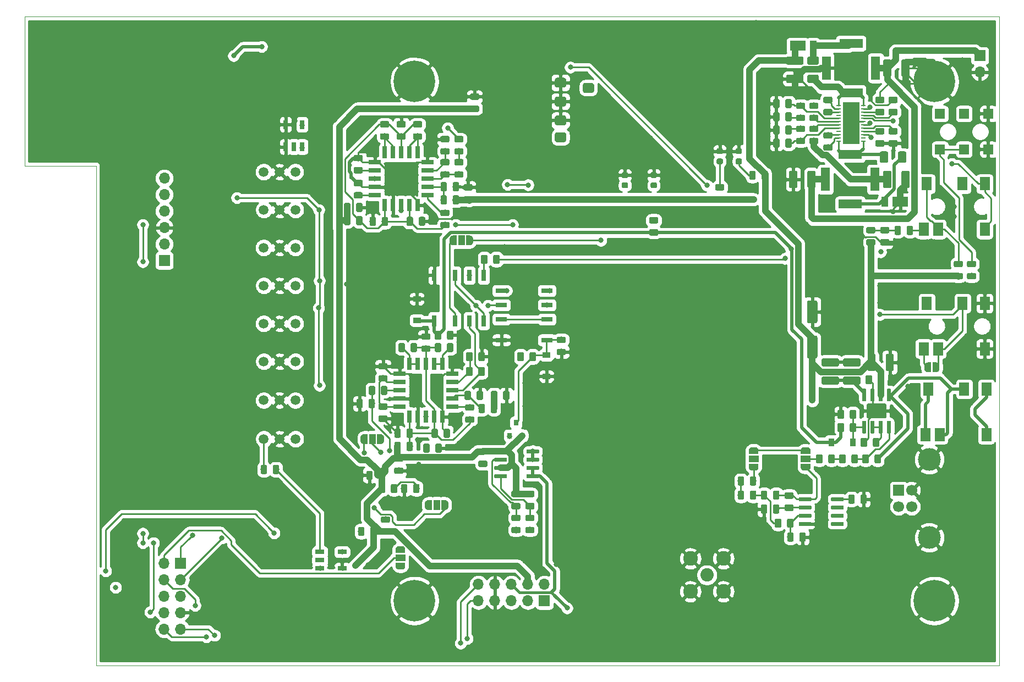
<source format=gbr>
%TF.GenerationSoftware,KiCad,Pcbnew,(5.1.2-1)-1*%
%TF.CreationDate,2019-08-24T23:22:50-04:00*%
%TF.ProjectId,ADIMB,4144494d-422e-46b6-9963-61645f706362,rev?*%
%TF.SameCoordinates,Original*%
%TF.FileFunction,Copper,L1,Top*%
%TF.FilePolarity,Positive*%
%FSLAX46Y46*%
G04 Gerber Fmt 4.6, Leading zero omitted, Abs format (unit mm)*
G04 Created by KiCad (PCBNEW (5.1.2-1)-1) date 2019-08-24 23:22:50*
%MOMM*%
%LPD*%
G04 APERTURE LIST*
%ADD10C,0.050000*%
%ADD11C,0.100000*%
%ADD12C,0.600000*%
%ADD13C,0.975000*%
%ADD14R,1.500000X1.000000*%
%ADD15C,0.500000*%
%ADD16R,0.800000X0.900000*%
%ADD17C,1.250000*%
%ADD18C,0.875000*%
%ADD19R,1.200000X0.900000*%
%ADD20R,1.500000X2.000000*%
%ADD21R,3.600000X1.400000*%
%ADD22R,1.400000X3.600000*%
%ADD23O,1.700000X1.700000*%
%ADD24R,1.700000X1.700000*%
%ADD25R,1.050000X1.500000*%
%ADD26R,2.400000X1.500000*%
%ADD27R,2.640000X6.440000*%
%ADD28R,0.700000X0.250000*%
%ADD29R,1.800000X0.800000*%
%ADD30R,1.400000X0.760000*%
%ADD31R,0.760000X1.400000*%
%ADD32C,1.524000*%
%ADD33R,1.500000X1.500000*%
%ADD34R,1.000000X1.500000*%
%ADD35C,1.500000*%
%ADD36C,2.250000*%
%ADD37C,2.050000*%
%ADD38C,2.290000*%
%ADD39C,0.800000*%
%ADD40C,6.400000*%
%ADD41C,3.500000*%
%ADD42C,1.700000*%
%ADD43R,1.925000X0.700000*%
%ADD44R,0.700000X1.925000*%
%ADD45C,1.600000*%
%ADD46R,0.900000X1.200000*%
%ADD47R,0.800000X1.800000*%
%ADD48C,1.000000*%
%ADD49C,0.250000*%
%ADD50C,0.500000*%
%ADD51C,0.400000*%
%ADD52C,0.254000*%
G04 APERTURE END LIST*
D10*
X61000000Y-120000000D02*
X200000000Y-120000000D01*
X61000000Y-43000000D02*
X61000000Y-120000000D01*
X50000000Y-43000000D02*
X61000000Y-43000000D01*
X50000000Y-20000000D02*
X50000000Y-43000000D01*
X200000000Y-20000000D02*
X200000000Y-120000000D01*
X50000000Y-20000000D02*
X200000000Y-20000000D01*
D11*
G36*
X175907703Y-94061722D02*
G01*
X175922264Y-94063882D01*
X175936543Y-94067459D01*
X175950403Y-94072418D01*
X175963710Y-94078712D01*
X175976336Y-94086280D01*
X175988159Y-94095048D01*
X175999066Y-94104934D01*
X176008952Y-94115841D01*
X176017720Y-94127664D01*
X176025288Y-94140290D01*
X176031582Y-94153597D01*
X176036541Y-94167457D01*
X176040118Y-94181736D01*
X176042278Y-94196297D01*
X176043000Y-94211000D01*
X176043000Y-94511000D01*
X176042278Y-94525703D01*
X176040118Y-94540264D01*
X176036541Y-94554543D01*
X176031582Y-94568403D01*
X176025288Y-94581710D01*
X176017720Y-94594336D01*
X176008952Y-94606159D01*
X175999066Y-94617066D01*
X175988159Y-94626952D01*
X175976336Y-94635720D01*
X175963710Y-94643288D01*
X175950403Y-94649582D01*
X175936543Y-94654541D01*
X175922264Y-94658118D01*
X175907703Y-94660278D01*
X175893000Y-94661000D01*
X174243000Y-94661000D01*
X174228297Y-94660278D01*
X174213736Y-94658118D01*
X174199457Y-94654541D01*
X174185597Y-94649582D01*
X174172290Y-94643288D01*
X174159664Y-94635720D01*
X174147841Y-94626952D01*
X174136934Y-94617066D01*
X174127048Y-94606159D01*
X174118280Y-94594336D01*
X174110712Y-94581710D01*
X174104418Y-94568403D01*
X174099459Y-94554543D01*
X174095882Y-94540264D01*
X174093722Y-94525703D01*
X174093000Y-94511000D01*
X174093000Y-94211000D01*
X174093722Y-94196297D01*
X174095882Y-94181736D01*
X174099459Y-94167457D01*
X174104418Y-94153597D01*
X174110712Y-94140290D01*
X174118280Y-94127664D01*
X174127048Y-94115841D01*
X174136934Y-94104934D01*
X174147841Y-94095048D01*
X174159664Y-94086280D01*
X174172290Y-94078712D01*
X174185597Y-94072418D01*
X174199457Y-94067459D01*
X174213736Y-94063882D01*
X174228297Y-94061722D01*
X174243000Y-94061000D01*
X175893000Y-94061000D01*
X175907703Y-94061722D01*
X175907703Y-94061722D01*
G37*
D12*
X175068000Y-94361000D03*
D11*
G36*
X175907703Y-95331722D02*
G01*
X175922264Y-95333882D01*
X175936543Y-95337459D01*
X175950403Y-95342418D01*
X175963710Y-95348712D01*
X175976336Y-95356280D01*
X175988159Y-95365048D01*
X175999066Y-95374934D01*
X176008952Y-95385841D01*
X176017720Y-95397664D01*
X176025288Y-95410290D01*
X176031582Y-95423597D01*
X176036541Y-95437457D01*
X176040118Y-95451736D01*
X176042278Y-95466297D01*
X176043000Y-95481000D01*
X176043000Y-95781000D01*
X176042278Y-95795703D01*
X176040118Y-95810264D01*
X176036541Y-95824543D01*
X176031582Y-95838403D01*
X176025288Y-95851710D01*
X176017720Y-95864336D01*
X176008952Y-95876159D01*
X175999066Y-95887066D01*
X175988159Y-95896952D01*
X175976336Y-95905720D01*
X175963710Y-95913288D01*
X175950403Y-95919582D01*
X175936543Y-95924541D01*
X175922264Y-95928118D01*
X175907703Y-95930278D01*
X175893000Y-95931000D01*
X174243000Y-95931000D01*
X174228297Y-95930278D01*
X174213736Y-95928118D01*
X174199457Y-95924541D01*
X174185597Y-95919582D01*
X174172290Y-95913288D01*
X174159664Y-95905720D01*
X174147841Y-95896952D01*
X174136934Y-95887066D01*
X174127048Y-95876159D01*
X174118280Y-95864336D01*
X174110712Y-95851710D01*
X174104418Y-95838403D01*
X174099459Y-95824543D01*
X174095882Y-95810264D01*
X174093722Y-95795703D01*
X174093000Y-95781000D01*
X174093000Y-95481000D01*
X174093722Y-95466297D01*
X174095882Y-95451736D01*
X174099459Y-95437457D01*
X174104418Y-95423597D01*
X174110712Y-95410290D01*
X174118280Y-95397664D01*
X174127048Y-95385841D01*
X174136934Y-95374934D01*
X174147841Y-95365048D01*
X174159664Y-95356280D01*
X174172290Y-95348712D01*
X174185597Y-95342418D01*
X174199457Y-95337459D01*
X174213736Y-95333882D01*
X174228297Y-95331722D01*
X174243000Y-95331000D01*
X175893000Y-95331000D01*
X175907703Y-95331722D01*
X175907703Y-95331722D01*
G37*
D12*
X175068000Y-95631000D03*
D11*
G36*
X175907703Y-96601722D02*
G01*
X175922264Y-96603882D01*
X175936543Y-96607459D01*
X175950403Y-96612418D01*
X175963710Y-96618712D01*
X175976336Y-96626280D01*
X175988159Y-96635048D01*
X175999066Y-96644934D01*
X176008952Y-96655841D01*
X176017720Y-96667664D01*
X176025288Y-96680290D01*
X176031582Y-96693597D01*
X176036541Y-96707457D01*
X176040118Y-96721736D01*
X176042278Y-96736297D01*
X176043000Y-96751000D01*
X176043000Y-97051000D01*
X176042278Y-97065703D01*
X176040118Y-97080264D01*
X176036541Y-97094543D01*
X176031582Y-97108403D01*
X176025288Y-97121710D01*
X176017720Y-97134336D01*
X176008952Y-97146159D01*
X175999066Y-97157066D01*
X175988159Y-97166952D01*
X175976336Y-97175720D01*
X175963710Y-97183288D01*
X175950403Y-97189582D01*
X175936543Y-97194541D01*
X175922264Y-97198118D01*
X175907703Y-97200278D01*
X175893000Y-97201000D01*
X174243000Y-97201000D01*
X174228297Y-97200278D01*
X174213736Y-97198118D01*
X174199457Y-97194541D01*
X174185597Y-97189582D01*
X174172290Y-97183288D01*
X174159664Y-97175720D01*
X174147841Y-97166952D01*
X174136934Y-97157066D01*
X174127048Y-97146159D01*
X174118280Y-97134336D01*
X174110712Y-97121710D01*
X174104418Y-97108403D01*
X174099459Y-97094543D01*
X174095882Y-97080264D01*
X174093722Y-97065703D01*
X174093000Y-97051000D01*
X174093000Y-96751000D01*
X174093722Y-96736297D01*
X174095882Y-96721736D01*
X174099459Y-96707457D01*
X174104418Y-96693597D01*
X174110712Y-96680290D01*
X174118280Y-96667664D01*
X174127048Y-96655841D01*
X174136934Y-96644934D01*
X174147841Y-96635048D01*
X174159664Y-96626280D01*
X174172290Y-96618712D01*
X174185597Y-96612418D01*
X174199457Y-96607459D01*
X174213736Y-96603882D01*
X174228297Y-96601722D01*
X174243000Y-96601000D01*
X175893000Y-96601000D01*
X175907703Y-96601722D01*
X175907703Y-96601722D01*
G37*
D12*
X175068000Y-96901000D03*
D11*
G36*
X175907703Y-97871722D02*
G01*
X175922264Y-97873882D01*
X175936543Y-97877459D01*
X175950403Y-97882418D01*
X175963710Y-97888712D01*
X175976336Y-97896280D01*
X175988159Y-97905048D01*
X175999066Y-97914934D01*
X176008952Y-97925841D01*
X176017720Y-97937664D01*
X176025288Y-97950290D01*
X176031582Y-97963597D01*
X176036541Y-97977457D01*
X176040118Y-97991736D01*
X176042278Y-98006297D01*
X176043000Y-98021000D01*
X176043000Y-98321000D01*
X176042278Y-98335703D01*
X176040118Y-98350264D01*
X176036541Y-98364543D01*
X176031582Y-98378403D01*
X176025288Y-98391710D01*
X176017720Y-98404336D01*
X176008952Y-98416159D01*
X175999066Y-98427066D01*
X175988159Y-98436952D01*
X175976336Y-98445720D01*
X175963710Y-98453288D01*
X175950403Y-98459582D01*
X175936543Y-98464541D01*
X175922264Y-98468118D01*
X175907703Y-98470278D01*
X175893000Y-98471000D01*
X174243000Y-98471000D01*
X174228297Y-98470278D01*
X174213736Y-98468118D01*
X174199457Y-98464541D01*
X174185597Y-98459582D01*
X174172290Y-98453288D01*
X174159664Y-98445720D01*
X174147841Y-98436952D01*
X174136934Y-98427066D01*
X174127048Y-98416159D01*
X174118280Y-98404336D01*
X174110712Y-98391710D01*
X174104418Y-98378403D01*
X174099459Y-98364543D01*
X174095882Y-98350264D01*
X174093722Y-98335703D01*
X174093000Y-98321000D01*
X174093000Y-98021000D01*
X174093722Y-98006297D01*
X174095882Y-97991736D01*
X174099459Y-97977457D01*
X174104418Y-97963597D01*
X174110712Y-97950290D01*
X174118280Y-97937664D01*
X174127048Y-97925841D01*
X174136934Y-97914934D01*
X174147841Y-97905048D01*
X174159664Y-97896280D01*
X174172290Y-97888712D01*
X174185597Y-97882418D01*
X174199457Y-97877459D01*
X174213736Y-97873882D01*
X174228297Y-97871722D01*
X174243000Y-97871000D01*
X175893000Y-97871000D01*
X175907703Y-97871722D01*
X175907703Y-97871722D01*
G37*
D12*
X175068000Y-98171000D03*
D11*
G36*
X170957703Y-97871722D02*
G01*
X170972264Y-97873882D01*
X170986543Y-97877459D01*
X171000403Y-97882418D01*
X171013710Y-97888712D01*
X171026336Y-97896280D01*
X171038159Y-97905048D01*
X171049066Y-97914934D01*
X171058952Y-97925841D01*
X171067720Y-97937664D01*
X171075288Y-97950290D01*
X171081582Y-97963597D01*
X171086541Y-97977457D01*
X171090118Y-97991736D01*
X171092278Y-98006297D01*
X171093000Y-98021000D01*
X171093000Y-98321000D01*
X171092278Y-98335703D01*
X171090118Y-98350264D01*
X171086541Y-98364543D01*
X171081582Y-98378403D01*
X171075288Y-98391710D01*
X171067720Y-98404336D01*
X171058952Y-98416159D01*
X171049066Y-98427066D01*
X171038159Y-98436952D01*
X171026336Y-98445720D01*
X171013710Y-98453288D01*
X171000403Y-98459582D01*
X170986543Y-98464541D01*
X170972264Y-98468118D01*
X170957703Y-98470278D01*
X170943000Y-98471000D01*
X169293000Y-98471000D01*
X169278297Y-98470278D01*
X169263736Y-98468118D01*
X169249457Y-98464541D01*
X169235597Y-98459582D01*
X169222290Y-98453288D01*
X169209664Y-98445720D01*
X169197841Y-98436952D01*
X169186934Y-98427066D01*
X169177048Y-98416159D01*
X169168280Y-98404336D01*
X169160712Y-98391710D01*
X169154418Y-98378403D01*
X169149459Y-98364543D01*
X169145882Y-98350264D01*
X169143722Y-98335703D01*
X169143000Y-98321000D01*
X169143000Y-98021000D01*
X169143722Y-98006297D01*
X169145882Y-97991736D01*
X169149459Y-97977457D01*
X169154418Y-97963597D01*
X169160712Y-97950290D01*
X169168280Y-97937664D01*
X169177048Y-97925841D01*
X169186934Y-97914934D01*
X169197841Y-97905048D01*
X169209664Y-97896280D01*
X169222290Y-97888712D01*
X169235597Y-97882418D01*
X169249457Y-97877459D01*
X169263736Y-97873882D01*
X169278297Y-97871722D01*
X169293000Y-97871000D01*
X170943000Y-97871000D01*
X170957703Y-97871722D01*
X170957703Y-97871722D01*
G37*
D12*
X170118000Y-98171000D03*
D11*
G36*
X170957703Y-96601722D02*
G01*
X170972264Y-96603882D01*
X170986543Y-96607459D01*
X171000403Y-96612418D01*
X171013710Y-96618712D01*
X171026336Y-96626280D01*
X171038159Y-96635048D01*
X171049066Y-96644934D01*
X171058952Y-96655841D01*
X171067720Y-96667664D01*
X171075288Y-96680290D01*
X171081582Y-96693597D01*
X171086541Y-96707457D01*
X171090118Y-96721736D01*
X171092278Y-96736297D01*
X171093000Y-96751000D01*
X171093000Y-97051000D01*
X171092278Y-97065703D01*
X171090118Y-97080264D01*
X171086541Y-97094543D01*
X171081582Y-97108403D01*
X171075288Y-97121710D01*
X171067720Y-97134336D01*
X171058952Y-97146159D01*
X171049066Y-97157066D01*
X171038159Y-97166952D01*
X171026336Y-97175720D01*
X171013710Y-97183288D01*
X171000403Y-97189582D01*
X170986543Y-97194541D01*
X170972264Y-97198118D01*
X170957703Y-97200278D01*
X170943000Y-97201000D01*
X169293000Y-97201000D01*
X169278297Y-97200278D01*
X169263736Y-97198118D01*
X169249457Y-97194541D01*
X169235597Y-97189582D01*
X169222290Y-97183288D01*
X169209664Y-97175720D01*
X169197841Y-97166952D01*
X169186934Y-97157066D01*
X169177048Y-97146159D01*
X169168280Y-97134336D01*
X169160712Y-97121710D01*
X169154418Y-97108403D01*
X169149459Y-97094543D01*
X169145882Y-97080264D01*
X169143722Y-97065703D01*
X169143000Y-97051000D01*
X169143000Y-96751000D01*
X169143722Y-96736297D01*
X169145882Y-96721736D01*
X169149459Y-96707457D01*
X169154418Y-96693597D01*
X169160712Y-96680290D01*
X169168280Y-96667664D01*
X169177048Y-96655841D01*
X169186934Y-96644934D01*
X169197841Y-96635048D01*
X169209664Y-96626280D01*
X169222290Y-96618712D01*
X169235597Y-96612418D01*
X169249457Y-96607459D01*
X169263736Y-96603882D01*
X169278297Y-96601722D01*
X169293000Y-96601000D01*
X170943000Y-96601000D01*
X170957703Y-96601722D01*
X170957703Y-96601722D01*
G37*
D12*
X170118000Y-96901000D03*
D11*
G36*
X170957703Y-95331722D02*
G01*
X170972264Y-95333882D01*
X170986543Y-95337459D01*
X171000403Y-95342418D01*
X171013710Y-95348712D01*
X171026336Y-95356280D01*
X171038159Y-95365048D01*
X171049066Y-95374934D01*
X171058952Y-95385841D01*
X171067720Y-95397664D01*
X171075288Y-95410290D01*
X171081582Y-95423597D01*
X171086541Y-95437457D01*
X171090118Y-95451736D01*
X171092278Y-95466297D01*
X171093000Y-95481000D01*
X171093000Y-95781000D01*
X171092278Y-95795703D01*
X171090118Y-95810264D01*
X171086541Y-95824543D01*
X171081582Y-95838403D01*
X171075288Y-95851710D01*
X171067720Y-95864336D01*
X171058952Y-95876159D01*
X171049066Y-95887066D01*
X171038159Y-95896952D01*
X171026336Y-95905720D01*
X171013710Y-95913288D01*
X171000403Y-95919582D01*
X170986543Y-95924541D01*
X170972264Y-95928118D01*
X170957703Y-95930278D01*
X170943000Y-95931000D01*
X169293000Y-95931000D01*
X169278297Y-95930278D01*
X169263736Y-95928118D01*
X169249457Y-95924541D01*
X169235597Y-95919582D01*
X169222290Y-95913288D01*
X169209664Y-95905720D01*
X169197841Y-95896952D01*
X169186934Y-95887066D01*
X169177048Y-95876159D01*
X169168280Y-95864336D01*
X169160712Y-95851710D01*
X169154418Y-95838403D01*
X169149459Y-95824543D01*
X169145882Y-95810264D01*
X169143722Y-95795703D01*
X169143000Y-95781000D01*
X169143000Y-95481000D01*
X169143722Y-95466297D01*
X169145882Y-95451736D01*
X169149459Y-95437457D01*
X169154418Y-95423597D01*
X169160712Y-95410290D01*
X169168280Y-95397664D01*
X169177048Y-95385841D01*
X169186934Y-95374934D01*
X169197841Y-95365048D01*
X169209664Y-95356280D01*
X169222290Y-95348712D01*
X169235597Y-95342418D01*
X169249457Y-95337459D01*
X169263736Y-95333882D01*
X169278297Y-95331722D01*
X169293000Y-95331000D01*
X170943000Y-95331000D01*
X170957703Y-95331722D01*
X170957703Y-95331722D01*
G37*
D12*
X170118000Y-95631000D03*
D11*
G36*
X170957703Y-94061722D02*
G01*
X170972264Y-94063882D01*
X170986543Y-94067459D01*
X171000403Y-94072418D01*
X171013710Y-94078712D01*
X171026336Y-94086280D01*
X171038159Y-94095048D01*
X171049066Y-94104934D01*
X171058952Y-94115841D01*
X171067720Y-94127664D01*
X171075288Y-94140290D01*
X171081582Y-94153597D01*
X171086541Y-94167457D01*
X171090118Y-94181736D01*
X171092278Y-94196297D01*
X171093000Y-94211000D01*
X171093000Y-94511000D01*
X171092278Y-94525703D01*
X171090118Y-94540264D01*
X171086541Y-94554543D01*
X171081582Y-94568403D01*
X171075288Y-94581710D01*
X171067720Y-94594336D01*
X171058952Y-94606159D01*
X171049066Y-94617066D01*
X171038159Y-94626952D01*
X171026336Y-94635720D01*
X171013710Y-94643288D01*
X171000403Y-94649582D01*
X170986543Y-94654541D01*
X170972264Y-94658118D01*
X170957703Y-94660278D01*
X170943000Y-94661000D01*
X169293000Y-94661000D01*
X169278297Y-94660278D01*
X169263736Y-94658118D01*
X169249457Y-94654541D01*
X169235597Y-94649582D01*
X169222290Y-94643288D01*
X169209664Y-94635720D01*
X169197841Y-94626952D01*
X169186934Y-94617066D01*
X169177048Y-94606159D01*
X169168280Y-94594336D01*
X169160712Y-94581710D01*
X169154418Y-94568403D01*
X169149459Y-94554543D01*
X169145882Y-94540264D01*
X169143722Y-94525703D01*
X169143000Y-94511000D01*
X169143000Y-94211000D01*
X169143722Y-94196297D01*
X169145882Y-94181736D01*
X169149459Y-94167457D01*
X169154418Y-94153597D01*
X169160712Y-94140290D01*
X169168280Y-94127664D01*
X169177048Y-94115841D01*
X169186934Y-94104934D01*
X169197841Y-94095048D01*
X169209664Y-94086280D01*
X169222290Y-94078712D01*
X169235597Y-94072418D01*
X169249457Y-94067459D01*
X169263736Y-94063882D01*
X169278297Y-94061722D01*
X169293000Y-94061000D01*
X170943000Y-94061000D01*
X170957703Y-94061722D01*
X170957703Y-94061722D01*
G37*
D12*
X170118000Y-94361000D03*
D11*
G36*
X165924142Y-95186174D02*
G01*
X165947803Y-95189684D01*
X165971007Y-95195496D01*
X165993529Y-95203554D01*
X166015153Y-95213782D01*
X166035670Y-95226079D01*
X166054883Y-95240329D01*
X166072607Y-95256393D01*
X166088671Y-95274117D01*
X166102921Y-95293330D01*
X166115218Y-95313847D01*
X166125446Y-95335471D01*
X166133504Y-95357993D01*
X166139316Y-95381197D01*
X166142826Y-95404858D01*
X166144000Y-95428750D01*
X166144000Y-96341250D01*
X166142826Y-96365142D01*
X166139316Y-96388803D01*
X166133504Y-96412007D01*
X166125446Y-96434529D01*
X166115218Y-96456153D01*
X166102921Y-96476670D01*
X166088671Y-96495883D01*
X166072607Y-96513607D01*
X166054883Y-96529671D01*
X166035670Y-96543921D01*
X166015153Y-96556218D01*
X165993529Y-96566446D01*
X165971007Y-96574504D01*
X165947803Y-96580316D01*
X165924142Y-96583826D01*
X165900250Y-96585000D01*
X165412750Y-96585000D01*
X165388858Y-96583826D01*
X165365197Y-96580316D01*
X165341993Y-96574504D01*
X165319471Y-96566446D01*
X165297847Y-96556218D01*
X165277330Y-96543921D01*
X165258117Y-96529671D01*
X165240393Y-96513607D01*
X165224329Y-96495883D01*
X165210079Y-96476670D01*
X165197782Y-96456153D01*
X165187554Y-96434529D01*
X165179496Y-96412007D01*
X165173684Y-96388803D01*
X165170174Y-96365142D01*
X165169000Y-96341250D01*
X165169000Y-95428750D01*
X165170174Y-95404858D01*
X165173684Y-95381197D01*
X165179496Y-95357993D01*
X165187554Y-95335471D01*
X165197782Y-95313847D01*
X165210079Y-95293330D01*
X165224329Y-95274117D01*
X165240393Y-95256393D01*
X165258117Y-95240329D01*
X165277330Y-95226079D01*
X165297847Y-95213782D01*
X165319471Y-95203554D01*
X165341993Y-95195496D01*
X165365197Y-95189684D01*
X165388858Y-95186174D01*
X165412750Y-95185000D01*
X165900250Y-95185000D01*
X165924142Y-95186174D01*
X165924142Y-95186174D01*
G37*
D13*
X165656500Y-95885000D03*
D11*
G36*
X164049142Y-95186174D02*
G01*
X164072803Y-95189684D01*
X164096007Y-95195496D01*
X164118529Y-95203554D01*
X164140153Y-95213782D01*
X164160670Y-95226079D01*
X164179883Y-95240329D01*
X164197607Y-95256393D01*
X164213671Y-95274117D01*
X164227921Y-95293330D01*
X164240218Y-95313847D01*
X164250446Y-95335471D01*
X164258504Y-95357993D01*
X164264316Y-95381197D01*
X164267826Y-95404858D01*
X164269000Y-95428750D01*
X164269000Y-96341250D01*
X164267826Y-96365142D01*
X164264316Y-96388803D01*
X164258504Y-96412007D01*
X164250446Y-96434529D01*
X164240218Y-96456153D01*
X164227921Y-96476670D01*
X164213671Y-96495883D01*
X164197607Y-96513607D01*
X164179883Y-96529671D01*
X164160670Y-96543921D01*
X164140153Y-96556218D01*
X164118529Y-96566446D01*
X164096007Y-96574504D01*
X164072803Y-96580316D01*
X164049142Y-96583826D01*
X164025250Y-96585000D01*
X163537750Y-96585000D01*
X163513858Y-96583826D01*
X163490197Y-96580316D01*
X163466993Y-96574504D01*
X163444471Y-96566446D01*
X163422847Y-96556218D01*
X163402330Y-96543921D01*
X163383117Y-96529671D01*
X163365393Y-96513607D01*
X163349329Y-96495883D01*
X163335079Y-96476670D01*
X163322782Y-96456153D01*
X163312554Y-96434529D01*
X163304496Y-96412007D01*
X163298684Y-96388803D01*
X163295174Y-96365142D01*
X163294000Y-96341250D01*
X163294000Y-95428750D01*
X163295174Y-95404858D01*
X163298684Y-95381197D01*
X163304496Y-95357993D01*
X163312554Y-95335471D01*
X163322782Y-95313847D01*
X163335079Y-95293330D01*
X163349329Y-95274117D01*
X163365393Y-95256393D01*
X163383117Y-95240329D01*
X163402330Y-95226079D01*
X163422847Y-95213782D01*
X163444471Y-95203554D01*
X163466993Y-95195496D01*
X163490197Y-95189684D01*
X163513858Y-95186174D01*
X163537750Y-95185000D01*
X164025250Y-95185000D01*
X164049142Y-95186174D01*
X164049142Y-95186174D01*
G37*
D13*
X163781500Y-95885000D03*
D11*
G36*
X168120142Y-93318174D02*
G01*
X168143803Y-93321684D01*
X168167007Y-93327496D01*
X168189529Y-93335554D01*
X168211153Y-93345782D01*
X168231670Y-93358079D01*
X168250883Y-93372329D01*
X168268607Y-93388393D01*
X168284671Y-93406117D01*
X168298921Y-93425330D01*
X168311218Y-93445847D01*
X168321446Y-93467471D01*
X168329504Y-93489993D01*
X168335316Y-93513197D01*
X168338826Y-93536858D01*
X168340000Y-93560750D01*
X168340000Y-94048250D01*
X168338826Y-94072142D01*
X168335316Y-94095803D01*
X168329504Y-94119007D01*
X168321446Y-94141529D01*
X168311218Y-94163153D01*
X168298921Y-94183670D01*
X168284671Y-94202883D01*
X168268607Y-94220607D01*
X168250883Y-94236671D01*
X168231670Y-94250921D01*
X168211153Y-94263218D01*
X168189529Y-94273446D01*
X168167007Y-94281504D01*
X168143803Y-94287316D01*
X168120142Y-94290826D01*
X168096250Y-94292000D01*
X167183750Y-94292000D01*
X167159858Y-94290826D01*
X167136197Y-94287316D01*
X167112993Y-94281504D01*
X167090471Y-94273446D01*
X167068847Y-94263218D01*
X167048330Y-94250921D01*
X167029117Y-94236671D01*
X167011393Y-94220607D01*
X166995329Y-94202883D01*
X166981079Y-94183670D01*
X166968782Y-94163153D01*
X166958554Y-94141529D01*
X166950496Y-94119007D01*
X166944684Y-94095803D01*
X166941174Y-94072142D01*
X166940000Y-94048250D01*
X166940000Y-93560750D01*
X166941174Y-93536858D01*
X166944684Y-93513197D01*
X166950496Y-93489993D01*
X166958554Y-93467471D01*
X166968782Y-93445847D01*
X166981079Y-93425330D01*
X166995329Y-93406117D01*
X167011393Y-93388393D01*
X167029117Y-93372329D01*
X167048330Y-93358079D01*
X167068847Y-93345782D01*
X167090471Y-93335554D01*
X167112993Y-93327496D01*
X167136197Y-93321684D01*
X167159858Y-93318174D01*
X167183750Y-93317000D01*
X168096250Y-93317000D01*
X168120142Y-93318174D01*
X168120142Y-93318174D01*
G37*
D13*
X167640000Y-93804500D03*
D11*
G36*
X168120142Y-95193174D02*
G01*
X168143803Y-95196684D01*
X168167007Y-95202496D01*
X168189529Y-95210554D01*
X168211153Y-95220782D01*
X168231670Y-95233079D01*
X168250883Y-95247329D01*
X168268607Y-95263393D01*
X168284671Y-95281117D01*
X168298921Y-95300330D01*
X168311218Y-95320847D01*
X168321446Y-95342471D01*
X168329504Y-95364993D01*
X168335316Y-95388197D01*
X168338826Y-95411858D01*
X168340000Y-95435750D01*
X168340000Y-95923250D01*
X168338826Y-95947142D01*
X168335316Y-95970803D01*
X168329504Y-95994007D01*
X168321446Y-96016529D01*
X168311218Y-96038153D01*
X168298921Y-96058670D01*
X168284671Y-96077883D01*
X168268607Y-96095607D01*
X168250883Y-96111671D01*
X168231670Y-96125921D01*
X168211153Y-96138218D01*
X168189529Y-96148446D01*
X168167007Y-96156504D01*
X168143803Y-96162316D01*
X168120142Y-96165826D01*
X168096250Y-96167000D01*
X167183750Y-96167000D01*
X167159858Y-96165826D01*
X167136197Y-96162316D01*
X167112993Y-96156504D01*
X167090471Y-96148446D01*
X167068847Y-96138218D01*
X167048330Y-96125921D01*
X167029117Y-96111671D01*
X167011393Y-96095607D01*
X166995329Y-96077883D01*
X166981079Y-96058670D01*
X166968782Y-96038153D01*
X166958554Y-96016529D01*
X166950496Y-95994007D01*
X166944684Y-95970803D01*
X166941174Y-95947142D01*
X166940000Y-95923250D01*
X166940000Y-95435750D01*
X166941174Y-95411858D01*
X166944684Y-95388197D01*
X166950496Y-95364993D01*
X166958554Y-95342471D01*
X166968782Y-95320847D01*
X166981079Y-95300330D01*
X166995329Y-95281117D01*
X167011393Y-95263393D01*
X167029117Y-95247329D01*
X167048330Y-95233079D01*
X167068847Y-95220782D01*
X167090471Y-95210554D01*
X167112993Y-95202496D01*
X167136197Y-95196684D01*
X167159858Y-95193174D01*
X167183750Y-95192000D01*
X168096250Y-95192000D01*
X168120142Y-95193174D01*
X168120142Y-95193174D01*
G37*
D13*
X167640000Y-95679500D03*
D11*
G36*
X166208142Y-97345174D02*
G01*
X166231803Y-97348684D01*
X166255007Y-97354496D01*
X166277529Y-97362554D01*
X166299153Y-97372782D01*
X166319670Y-97385079D01*
X166338883Y-97399329D01*
X166356607Y-97415393D01*
X166372671Y-97433117D01*
X166386921Y-97452330D01*
X166399218Y-97472847D01*
X166409446Y-97494471D01*
X166417504Y-97516993D01*
X166423316Y-97540197D01*
X166426826Y-97563858D01*
X166428000Y-97587750D01*
X166428000Y-98500250D01*
X166426826Y-98524142D01*
X166423316Y-98547803D01*
X166417504Y-98571007D01*
X166409446Y-98593529D01*
X166399218Y-98615153D01*
X166386921Y-98635670D01*
X166372671Y-98654883D01*
X166356607Y-98672607D01*
X166338883Y-98688671D01*
X166319670Y-98702921D01*
X166299153Y-98715218D01*
X166277529Y-98725446D01*
X166255007Y-98733504D01*
X166231803Y-98739316D01*
X166208142Y-98742826D01*
X166184250Y-98744000D01*
X165696750Y-98744000D01*
X165672858Y-98742826D01*
X165649197Y-98739316D01*
X165625993Y-98733504D01*
X165603471Y-98725446D01*
X165581847Y-98715218D01*
X165561330Y-98702921D01*
X165542117Y-98688671D01*
X165524393Y-98672607D01*
X165508329Y-98654883D01*
X165494079Y-98635670D01*
X165481782Y-98615153D01*
X165471554Y-98593529D01*
X165463496Y-98571007D01*
X165457684Y-98547803D01*
X165454174Y-98524142D01*
X165453000Y-98500250D01*
X165453000Y-97587750D01*
X165454174Y-97563858D01*
X165457684Y-97540197D01*
X165463496Y-97516993D01*
X165471554Y-97494471D01*
X165481782Y-97472847D01*
X165494079Y-97452330D01*
X165508329Y-97433117D01*
X165524393Y-97415393D01*
X165542117Y-97399329D01*
X165561330Y-97385079D01*
X165581847Y-97372782D01*
X165603471Y-97362554D01*
X165625993Y-97354496D01*
X165649197Y-97348684D01*
X165672858Y-97345174D01*
X165696750Y-97344000D01*
X166184250Y-97344000D01*
X166208142Y-97345174D01*
X166208142Y-97345174D01*
G37*
D13*
X165940500Y-98044000D03*
D11*
G36*
X168083142Y-97345174D02*
G01*
X168106803Y-97348684D01*
X168130007Y-97354496D01*
X168152529Y-97362554D01*
X168174153Y-97372782D01*
X168194670Y-97385079D01*
X168213883Y-97399329D01*
X168231607Y-97415393D01*
X168247671Y-97433117D01*
X168261921Y-97452330D01*
X168274218Y-97472847D01*
X168284446Y-97494471D01*
X168292504Y-97516993D01*
X168298316Y-97540197D01*
X168301826Y-97563858D01*
X168303000Y-97587750D01*
X168303000Y-98500250D01*
X168301826Y-98524142D01*
X168298316Y-98547803D01*
X168292504Y-98571007D01*
X168284446Y-98593529D01*
X168274218Y-98615153D01*
X168261921Y-98635670D01*
X168247671Y-98654883D01*
X168231607Y-98672607D01*
X168213883Y-98688671D01*
X168194670Y-98702921D01*
X168174153Y-98715218D01*
X168152529Y-98725446D01*
X168130007Y-98733504D01*
X168106803Y-98739316D01*
X168083142Y-98742826D01*
X168059250Y-98744000D01*
X167571750Y-98744000D01*
X167547858Y-98742826D01*
X167524197Y-98739316D01*
X167500993Y-98733504D01*
X167478471Y-98725446D01*
X167456847Y-98715218D01*
X167436330Y-98702921D01*
X167417117Y-98688671D01*
X167399393Y-98672607D01*
X167383329Y-98654883D01*
X167369079Y-98635670D01*
X167356782Y-98615153D01*
X167346554Y-98593529D01*
X167338496Y-98571007D01*
X167332684Y-98547803D01*
X167329174Y-98524142D01*
X167328000Y-98500250D01*
X167328000Y-97587750D01*
X167329174Y-97563858D01*
X167332684Y-97540197D01*
X167338496Y-97516993D01*
X167346554Y-97494471D01*
X167356782Y-97472847D01*
X167369079Y-97452330D01*
X167383329Y-97433117D01*
X167399393Y-97415393D01*
X167417117Y-97399329D01*
X167436330Y-97385079D01*
X167456847Y-97372782D01*
X167478471Y-97362554D01*
X167500993Y-97354496D01*
X167524197Y-97348684D01*
X167547858Y-97345174D01*
X167571750Y-97344000D01*
X168059250Y-97344000D01*
X168083142Y-97345174D01*
X168083142Y-97345174D01*
G37*
D13*
X167815500Y-98044000D03*
D11*
G36*
X160493142Y-93027174D02*
G01*
X160516803Y-93030684D01*
X160540007Y-93036496D01*
X160562529Y-93044554D01*
X160584153Y-93054782D01*
X160604670Y-93067079D01*
X160623883Y-93081329D01*
X160641607Y-93097393D01*
X160657671Y-93115117D01*
X160671921Y-93134330D01*
X160684218Y-93154847D01*
X160694446Y-93176471D01*
X160702504Y-93198993D01*
X160708316Y-93222197D01*
X160711826Y-93245858D01*
X160713000Y-93269750D01*
X160713000Y-94182250D01*
X160711826Y-94206142D01*
X160708316Y-94229803D01*
X160702504Y-94253007D01*
X160694446Y-94275529D01*
X160684218Y-94297153D01*
X160671921Y-94317670D01*
X160657671Y-94336883D01*
X160641607Y-94354607D01*
X160623883Y-94370671D01*
X160604670Y-94384921D01*
X160584153Y-94397218D01*
X160562529Y-94407446D01*
X160540007Y-94415504D01*
X160516803Y-94421316D01*
X160493142Y-94424826D01*
X160469250Y-94426000D01*
X159981750Y-94426000D01*
X159957858Y-94424826D01*
X159934197Y-94421316D01*
X159910993Y-94415504D01*
X159888471Y-94407446D01*
X159866847Y-94397218D01*
X159846330Y-94384921D01*
X159827117Y-94370671D01*
X159809393Y-94354607D01*
X159793329Y-94336883D01*
X159779079Y-94317670D01*
X159766782Y-94297153D01*
X159756554Y-94275529D01*
X159748496Y-94253007D01*
X159742684Y-94229803D01*
X159739174Y-94206142D01*
X159738000Y-94182250D01*
X159738000Y-93269750D01*
X159739174Y-93245858D01*
X159742684Y-93222197D01*
X159748496Y-93198993D01*
X159756554Y-93176471D01*
X159766782Y-93154847D01*
X159779079Y-93134330D01*
X159793329Y-93115117D01*
X159809393Y-93097393D01*
X159827117Y-93081329D01*
X159846330Y-93067079D01*
X159866847Y-93054782D01*
X159888471Y-93044554D01*
X159910993Y-93036496D01*
X159934197Y-93030684D01*
X159957858Y-93027174D01*
X159981750Y-93026000D01*
X160469250Y-93026000D01*
X160493142Y-93027174D01*
X160493142Y-93027174D01*
G37*
D13*
X160225500Y-93726000D03*
D11*
G36*
X162368142Y-93027174D02*
G01*
X162391803Y-93030684D01*
X162415007Y-93036496D01*
X162437529Y-93044554D01*
X162459153Y-93054782D01*
X162479670Y-93067079D01*
X162498883Y-93081329D01*
X162516607Y-93097393D01*
X162532671Y-93115117D01*
X162546921Y-93134330D01*
X162559218Y-93154847D01*
X162569446Y-93176471D01*
X162577504Y-93198993D01*
X162583316Y-93222197D01*
X162586826Y-93245858D01*
X162588000Y-93269750D01*
X162588000Y-94182250D01*
X162586826Y-94206142D01*
X162583316Y-94229803D01*
X162577504Y-94253007D01*
X162569446Y-94275529D01*
X162559218Y-94297153D01*
X162546921Y-94317670D01*
X162532671Y-94336883D01*
X162516607Y-94354607D01*
X162498883Y-94370671D01*
X162479670Y-94384921D01*
X162459153Y-94397218D01*
X162437529Y-94407446D01*
X162415007Y-94415504D01*
X162391803Y-94421316D01*
X162368142Y-94424826D01*
X162344250Y-94426000D01*
X161856750Y-94426000D01*
X161832858Y-94424826D01*
X161809197Y-94421316D01*
X161785993Y-94415504D01*
X161763471Y-94407446D01*
X161741847Y-94397218D01*
X161721330Y-94384921D01*
X161702117Y-94370671D01*
X161684393Y-94354607D01*
X161668329Y-94336883D01*
X161654079Y-94317670D01*
X161641782Y-94297153D01*
X161631554Y-94275529D01*
X161623496Y-94253007D01*
X161617684Y-94229803D01*
X161614174Y-94206142D01*
X161613000Y-94182250D01*
X161613000Y-93269750D01*
X161614174Y-93245858D01*
X161617684Y-93222197D01*
X161623496Y-93198993D01*
X161631554Y-93176471D01*
X161641782Y-93154847D01*
X161654079Y-93134330D01*
X161668329Y-93115117D01*
X161684393Y-93097393D01*
X161702117Y-93081329D01*
X161721330Y-93067079D01*
X161741847Y-93054782D01*
X161763471Y-93044554D01*
X161785993Y-93036496D01*
X161809197Y-93030684D01*
X161832858Y-93027174D01*
X161856750Y-93026000D01*
X162344250Y-93026000D01*
X162368142Y-93027174D01*
X162368142Y-93027174D01*
G37*
D13*
X162100500Y-93726000D03*
D14*
X170180000Y-88138000D03*
D15*
X170180000Y-86838000D03*
D11*
G36*
X169430602Y-86838000D02*
G01*
X169430602Y-86813466D01*
X169435412Y-86764635D01*
X169444984Y-86716510D01*
X169459228Y-86669555D01*
X169478005Y-86624222D01*
X169501136Y-86580949D01*
X169528396Y-86540150D01*
X169559524Y-86502221D01*
X169594221Y-86467524D01*
X169632150Y-86436396D01*
X169672949Y-86409136D01*
X169716222Y-86386005D01*
X169761555Y-86367228D01*
X169808510Y-86352984D01*
X169856635Y-86343412D01*
X169905466Y-86338602D01*
X169930000Y-86338602D01*
X169930000Y-86338000D01*
X170430000Y-86338000D01*
X170430000Y-86338602D01*
X170454534Y-86338602D01*
X170503365Y-86343412D01*
X170551490Y-86352984D01*
X170598445Y-86367228D01*
X170643778Y-86386005D01*
X170687051Y-86409136D01*
X170727850Y-86436396D01*
X170765779Y-86467524D01*
X170800476Y-86502221D01*
X170831604Y-86540150D01*
X170858864Y-86580949D01*
X170881995Y-86624222D01*
X170900772Y-86669555D01*
X170915016Y-86716510D01*
X170924588Y-86764635D01*
X170929398Y-86813466D01*
X170929398Y-86838000D01*
X170930000Y-86838000D01*
X170930000Y-87388000D01*
X169430000Y-87388000D01*
X169430000Y-86838000D01*
X169430602Y-86838000D01*
X169430602Y-86838000D01*
G37*
D15*
X170180000Y-89438000D03*
D11*
G36*
X170930000Y-88888000D02*
G01*
X170930000Y-89438000D01*
X170929398Y-89438000D01*
X170929398Y-89462534D01*
X170924588Y-89511365D01*
X170915016Y-89559490D01*
X170900772Y-89606445D01*
X170881995Y-89651778D01*
X170858864Y-89695051D01*
X170831604Y-89735850D01*
X170800476Y-89773779D01*
X170765779Y-89808476D01*
X170727850Y-89839604D01*
X170687051Y-89866864D01*
X170643778Y-89889995D01*
X170598445Y-89908772D01*
X170551490Y-89923016D01*
X170503365Y-89932588D01*
X170454534Y-89937398D01*
X170430000Y-89937398D01*
X170430000Y-89938000D01*
X169930000Y-89938000D01*
X169930000Y-89937398D01*
X169905466Y-89937398D01*
X169856635Y-89932588D01*
X169808510Y-89923016D01*
X169761555Y-89908772D01*
X169716222Y-89889995D01*
X169672949Y-89866864D01*
X169632150Y-89839604D01*
X169594221Y-89808476D01*
X169559524Y-89773779D01*
X169528396Y-89735850D01*
X169501136Y-89695051D01*
X169478005Y-89651778D01*
X169459228Y-89606445D01*
X169444984Y-89559490D01*
X169435412Y-89511365D01*
X169430602Y-89462534D01*
X169430602Y-89438000D01*
X169430000Y-89438000D01*
X169430000Y-88888000D01*
X170930000Y-88888000D01*
X170930000Y-88888000D01*
G37*
D14*
X162179000Y-88138000D03*
D15*
X162179000Y-89438000D03*
D11*
G36*
X162928398Y-89438000D02*
G01*
X162928398Y-89462534D01*
X162923588Y-89511365D01*
X162914016Y-89559490D01*
X162899772Y-89606445D01*
X162880995Y-89651778D01*
X162857864Y-89695051D01*
X162830604Y-89735850D01*
X162799476Y-89773779D01*
X162764779Y-89808476D01*
X162726850Y-89839604D01*
X162686051Y-89866864D01*
X162642778Y-89889995D01*
X162597445Y-89908772D01*
X162550490Y-89923016D01*
X162502365Y-89932588D01*
X162453534Y-89937398D01*
X162429000Y-89937398D01*
X162429000Y-89938000D01*
X161929000Y-89938000D01*
X161929000Y-89937398D01*
X161904466Y-89937398D01*
X161855635Y-89932588D01*
X161807510Y-89923016D01*
X161760555Y-89908772D01*
X161715222Y-89889995D01*
X161671949Y-89866864D01*
X161631150Y-89839604D01*
X161593221Y-89808476D01*
X161558524Y-89773779D01*
X161527396Y-89735850D01*
X161500136Y-89695051D01*
X161477005Y-89651778D01*
X161458228Y-89606445D01*
X161443984Y-89559490D01*
X161434412Y-89511365D01*
X161429602Y-89462534D01*
X161429602Y-89438000D01*
X161429000Y-89438000D01*
X161429000Y-88888000D01*
X162929000Y-88888000D01*
X162929000Y-89438000D01*
X162928398Y-89438000D01*
X162928398Y-89438000D01*
G37*
D15*
X162179000Y-86838000D03*
D11*
G36*
X161429000Y-87388000D02*
G01*
X161429000Y-86838000D01*
X161429602Y-86838000D01*
X161429602Y-86813466D01*
X161434412Y-86764635D01*
X161443984Y-86716510D01*
X161458228Y-86669555D01*
X161477005Y-86624222D01*
X161500136Y-86580949D01*
X161527396Y-86540150D01*
X161558524Y-86502221D01*
X161593221Y-86467524D01*
X161631150Y-86436396D01*
X161671949Y-86409136D01*
X161715222Y-86386005D01*
X161760555Y-86367228D01*
X161807510Y-86352984D01*
X161855635Y-86343412D01*
X161904466Y-86338602D01*
X161929000Y-86338602D01*
X161929000Y-86338000D01*
X162429000Y-86338000D01*
X162429000Y-86338602D01*
X162453534Y-86338602D01*
X162502365Y-86343412D01*
X162550490Y-86352984D01*
X162597445Y-86367228D01*
X162642778Y-86386005D01*
X162686051Y-86409136D01*
X162726850Y-86436396D01*
X162764779Y-86467524D01*
X162799476Y-86502221D01*
X162830604Y-86540150D01*
X162857864Y-86580949D01*
X162880995Y-86624222D01*
X162899772Y-86669555D01*
X162914016Y-86716510D01*
X162923588Y-86764635D01*
X162928398Y-86813466D01*
X162928398Y-86838000D01*
X162929000Y-86838000D01*
X162929000Y-87388000D01*
X161429000Y-87388000D01*
X161429000Y-87388000D01*
G37*
G36*
X177511142Y-93662174D02*
G01*
X177534803Y-93665684D01*
X177558007Y-93671496D01*
X177580529Y-93679554D01*
X177602153Y-93689782D01*
X177622670Y-93702079D01*
X177641883Y-93716329D01*
X177659607Y-93732393D01*
X177675671Y-93750117D01*
X177689921Y-93769330D01*
X177702218Y-93789847D01*
X177712446Y-93811471D01*
X177720504Y-93833993D01*
X177726316Y-93857197D01*
X177729826Y-93880858D01*
X177731000Y-93904750D01*
X177731000Y-94817250D01*
X177729826Y-94841142D01*
X177726316Y-94864803D01*
X177720504Y-94888007D01*
X177712446Y-94910529D01*
X177702218Y-94932153D01*
X177689921Y-94952670D01*
X177675671Y-94971883D01*
X177659607Y-94989607D01*
X177641883Y-95005671D01*
X177622670Y-95019921D01*
X177602153Y-95032218D01*
X177580529Y-95042446D01*
X177558007Y-95050504D01*
X177534803Y-95056316D01*
X177511142Y-95059826D01*
X177487250Y-95061000D01*
X176999750Y-95061000D01*
X176975858Y-95059826D01*
X176952197Y-95056316D01*
X176928993Y-95050504D01*
X176906471Y-95042446D01*
X176884847Y-95032218D01*
X176864330Y-95019921D01*
X176845117Y-95005671D01*
X176827393Y-94989607D01*
X176811329Y-94971883D01*
X176797079Y-94952670D01*
X176784782Y-94932153D01*
X176774554Y-94910529D01*
X176766496Y-94888007D01*
X176760684Y-94864803D01*
X176757174Y-94841142D01*
X176756000Y-94817250D01*
X176756000Y-93904750D01*
X176757174Y-93880858D01*
X176760684Y-93857197D01*
X176766496Y-93833993D01*
X176774554Y-93811471D01*
X176784782Y-93789847D01*
X176797079Y-93769330D01*
X176811329Y-93750117D01*
X176827393Y-93732393D01*
X176845117Y-93716329D01*
X176864330Y-93702079D01*
X176884847Y-93689782D01*
X176906471Y-93679554D01*
X176928993Y-93671496D01*
X176952197Y-93665684D01*
X176975858Y-93662174D01*
X176999750Y-93661000D01*
X177487250Y-93661000D01*
X177511142Y-93662174D01*
X177511142Y-93662174D01*
G37*
D13*
X177243500Y-94361000D03*
D11*
G36*
X179386142Y-93662174D02*
G01*
X179409803Y-93665684D01*
X179433007Y-93671496D01*
X179455529Y-93679554D01*
X179477153Y-93689782D01*
X179497670Y-93702079D01*
X179516883Y-93716329D01*
X179534607Y-93732393D01*
X179550671Y-93750117D01*
X179564921Y-93769330D01*
X179577218Y-93789847D01*
X179587446Y-93811471D01*
X179595504Y-93833993D01*
X179601316Y-93857197D01*
X179604826Y-93880858D01*
X179606000Y-93904750D01*
X179606000Y-94817250D01*
X179604826Y-94841142D01*
X179601316Y-94864803D01*
X179595504Y-94888007D01*
X179587446Y-94910529D01*
X179577218Y-94932153D01*
X179564921Y-94952670D01*
X179550671Y-94971883D01*
X179534607Y-94989607D01*
X179516883Y-95005671D01*
X179497670Y-95019921D01*
X179477153Y-95032218D01*
X179455529Y-95042446D01*
X179433007Y-95050504D01*
X179409803Y-95056316D01*
X179386142Y-95059826D01*
X179362250Y-95061000D01*
X178874750Y-95061000D01*
X178850858Y-95059826D01*
X178827197Y-95056316D01*
X178803993Y-95050504D01*
X178781471Y-95042446D01*
X178759847Y-95032218D01*
X178739330Y-95019921D01*
X178720117Y-95005671D01*
X178702393Y-94989607D01*
X178686329Y-94971883D01*
X178672079Y-94952670D01*
X178659782Y-94932153D01*
X178649554Y-94910529D01*
X178641496Y-94888007D01*
X178635684Y-94864803D01*
X178632174Y-94841142D01*
X178631000Y-94817250D01*
X178631000Y-93904750D01*
X178632174Y-93880858D01*
X178635684Y-93857197D01*
X178641496Y-93833993D01*
X178649554Y-93811471D01*
X178659782Y-93789847D01*
X178672079Y-93769330D01*
X178686329Y-93750117D01*
X178702393Y-93732393D01*
X178720117Y-93716329D01*
X178739330Y-93702079D01*
X178759847Y-93689782D01*
X178781471Y-93679554D01*
X178803993Y-93671496D01*
X178827197Y-93665684D01*
X178850858Y-93662174D01*
X178874750Y-93661000D01*
X179362250Y-93661000D01*
X179386142Y-93662174D01*
X179386142Y-93662174D01*
G37*
D13*
X179118500Y-94361000D03*
D11*
G36*
X165924142Y-93027174D02*
G01*
X165947803Y-93030684D01*
X165971007Y-93036496D01*
X165993529Y-93044554D01*
X166015153Y-93054782D01*
X166035670Y-93067079D01*
X166054883Y-93081329D01*
X166072607Y-93097393D01*
X166088671Y-93115117D01*
X166102921Y-93134330D01*
X166115218Y-93154847D01*
X166125446Y-93176471D01*
X166133504Y-93198993D01*
X166139316Y-93222197D01*
X166142826Y-93245858D01*
X166144000Y-93269750D01*
X166144000Y-94182250D01*
X166142826Y-94206142D01*
X166139316Y-94229803D01*
X166133504Y-94253007D01*
X166125446Y-94275529D01*
X166115218Y-94297153D01*
X166102921Y-94317670D01*
X166088671Y-94336883D01*
X166072607Y-94354607D01*
X166054883Y-94370671D01*
X166035670Y-94384921D01*
X166015153Y-94397218D01*
X165993529Y-94407446D01*
X165971007Y-94415504D01*
X165947803Y-94421316D01*
X165924142Y-94424826D01*
X165900250Y-94426000D01*
X165412750Y-94426000D01*
X165388858Y-94424826D01*
X165365197Y-94421316D01*
X165341993Y-94415504D01*
X165319471Y-94407446D01*
X165297847Y-94397218D01*
X165277330Y-94384921D01*
X165258117Y-94370671D01*
X165240393Y-94354607D01*
X165224329Y-94336883D01*
X165210079Y-94317670D01*
X165197782Y-94297153D01*
X165187554Y-94275529D01*
X165179496Y-94253007D01*
X165173684Y-94229803D01*
X165170174Y-94206142D01*
X165169000Y-94182250D01*
X165169000Y-93269750D01*
X165170174Y-93245858D01*
X165173684Y-93222197D01*
X165179496Y-93198993D01*
X165187554Y-93176471D01*
X165197782Y-93154847D01*
X165210079Y-93134330D01*
X165224329Y-93115117D01*
X165240393Y-93097393D01*
X165258117Y-93081329D01*
X165277330Y-93067079D01*
X165297847Y-93054782D01*
X165319471Y-93044554D01*
X165341993Y-93036496D01*
X165365197Y-93030684D01*
X165388858Y-93027174D01*
X165412750Y-93026000D01*
X165900250Y-93026000D01*
X165924142Y-93027174D01*
X165924142Y-93027174D01*
G37*
D13*
X165656500Y-93726000D03*
D11*
G36*
X164049142Y-93027174D02*
G01*
X164072803Y-93030684D01*
X164096007Y-93036496D01*
X164118529Y-93044554D01*
X164140153Y-93054782D01*
X164160670Y-93067079D01*
X164179883Y-93081329D01*
X164197607Y-93097393D01*
X164213671Y-93115117D01*
X164227921Y-93134330D01*
X164240218Y-93154847D01*
X164250446Y-93176471D01*
X164258504Y-93198993D01*
X164264316Y-93222197D01*
X164267826Y-93245858D01*
X164269000Y-93269750D01*
X164269000Y-94182250D01*
X164267826Y-94206142D01*
X164264316Y-94229803D01*
X164258504Y-94253007D01*
X164250446Y-94275529D01*
X164240218Y-94297153D01*
X164227921Y-94317670D01*
X164213671Y-94336883D01*
X164197607Y-94354607D01*
X164179883Y-94370671D01*
X164160670Y-94384921D01*
X164140153Y-94397218D01*
X164118529Y-94407446D01*
X164096007Y-94415504D01*
X164072803Y-94421316D01*
X164049142Y-94424826D01*
X164025250Y-94426000D01*
X163537750Y-94426000D01*
X163513858Y-94424826D01*
X163490197Y-94421316D01*
X163466993Y-94415504D01*
X163444471Y-94407446D01*
X163422847Y-94397218D01*
X163402330Y-94384921D01*
X163383117Y-94370671D01*
X163365393Y-94354607D01*
X163349329Y-94336883D01*
X163335079Y-94317670D01*
X163322782Y-94297153D01*
X163312554Y-94275529D01*
X163304496Y-94253007D01*
X163298684Y-94229803D01*
X163295174Y-94206142D01*
X163294000Y-94182250D01*
X163294000Y-93269750D01*
X163295174Y-93245858D01*
X163298684Y-93222197D01*
X163304496Y-93198993D01*
X163312554Y-93176471D01*
X163322782Y-93154847D01*
X163335079Y-93134330D01*
X163349329Y-93115117D01*
X163365393Y-93097393D01*
X163383117Y-93081329D01*
X163402330Y-93067079D01*
X163422847Y-93054782D01*
X163444471Y-93044554D01*
X163466993Y-93036496D01*
X163490197Y-93030684D01*
X163513858Y-93027174D01*
X163537750Y-93026000D01*
X164025250Y-93026000D01*
X164049142Y-93027174D01*
X164049142Y-93027174D01*
G37*
D13*
X163781500Y-93726000D03*
D11*
G36*
X162368142Y-90868174D02*
G01*
X162391803Y-90871684D01*
X162415007Y-90877496D01*
X162437529Y-90885554D01*
X162459153Y-90895782D01*
X162479670Y-90908079D01*
X162498883Y-90922329D01*
X162516607Y-90938393D01*
X162532671Y-90956117D01*
X162546921Y-90975330D01*
X162559218Y-90995847D01*
X162569446Y-91017471D01*
X162577504Y-91039993D01*
X162583316Y-91063197D01*
X162586826Y-91086858D01*
X162588000Y-91110750D01*
X162588000Y-92023250D01*
X162586826Y-92047142D01*
X162583316Y-92070803D01*
X162577504Y-92094007D01*
X162569446Y-92116529D01*
X162559218Y-92138153D01*
X162546921Y-92158670D01*
X162532671Y-92177883D01*
X162516607Y-92195607D01*
X162498883Y-92211671D01*
X162479670Y-92225921D01*
X162459153Y-92238218D01*
X162437529Y-92248446D01*
X162415007Y-92256504D01*
X162391803Y-92262316D01*
X162368142Y-92265826D01*
X162344250Y-92267000D01*
X161856750Y-92267000D01*
X161832858Y-92265826D01*
X161809197Y-92262316D01*
X161785993Y-92256504D01*
X161763471Y-92248446D01*
X161741847Y-92238218D01*
X161721330Y-92225921D01*
X161702117Y-92211671D01*
X161684393Y-92195607D01*
X161668329Y-92177883D01*
X161654079Y-92158670D01*
X161641782Y-92138153D01*
X161631554Y-92116529D01*
X161623496Y-92094007D01*
X161617684Y-92070803D01*
X161614174Y-92047142D01*
X161613000Y-92023250D01*
X161613000Y-91110750D01*
X161614174Y-91086858D01*
X161617684Y-91063197D01*
X161623496Y-91039993D01*
X161631554Y-91017471D01*
X161641782Y-90995847D01*
X161654079Y-90975330D01*
X161668329Y-90956117D01*
X161684393Y-90938393D01*
X161702117Y-90922329D01*
X161721330Y-90908079D01*
X161741847Y-90895782D01*
X161763471Y-90885554D01*
X161785993Y-90877496D01*
X161809197Y-90871684D01*
X161832858Y-90868174D01*
X161856750Y-90867000D01*
X162344250Y-90867000D01*
X162368142Y-90868174D01*
X162368142Y-90868174D01*
G37*
D13*
X162100500Y-91567000D03*
D11*
G36*
X160493142Y-90868174D02*
G01*
X160516803Y-90871684D01*
X160540007Y-90877496D01*
X160562529Y-90885554D01*
X160584153Y-90895782D01*
X160604670Y-90908079D01*
X160623883Y-90922329D01*
X160641607Y-90938393D01*
X160657671Y-90956117D01*
X160671921Y-90975330D01*
X160684218Y-90995847D01*
X160694446Y-91017471D01*
X160702504Y-91039993D01*
X160708316Y-91063197D01*
X160711826Y-91086858D01*
X160713000Y-91110750D01*
X160713000Y-92023250D01*
X160711826Y-92047142D01*
X160708316Y-92070803D01*
X160702504Y-92094007D01*
X160694446Y-92116529D01*
X160684218Y-92138153D01*
X160671921Y-92158670D01*
X160657671Y-92177883D01*
X160641607Y-92195607D01*
X160623883Y-92211671D01*
X160604670Y-92225921D01*
X160584153Y-92238218D01*
X160562529Y-92248446D01*
X160540007Y-92256504D01*
X160516803Y-92262316D01*
X160493142Y-92265826D01*
X160469250Y-92267000D01*
X159981750Y-92267000D01*
X159957858Y-92265826D01*
X159934197Y-92262316D01*
X159910993Y-92256504D01*
X159888471Y-92248446D01*
X159866847Y-92238218D01*
X159846330Y-92225921D01*
X159827117Y-92211671D01*
X159809393Y-92195607D01*
X159793329Y-92177883D01*
X159779079Y-92158670D01*
X159766782Y-92138153D01*
X159756554Y-92116529D01*
X159748496Y-92094007D01*
X159742684Y-92070803D01*
X159739174Y-92047142D01*
X159738000Y-92023250D01*
X159738000Y-91110750D01*
X159739174Y-91086858D01*
X159742684Y-91063197D01*
X159748496Y-91039993D01*
X159756554Y-91017471D01*
X159766782Y-90995847D01*
X159779079Y-90975330D01*
X159793329Y-90956117D01*
X159809393Y-90938393D01*
X159827117Y-90922329D01*
X159846330Y-90908079D01*
X159866847Y-90895782D01*
X159888471Y-90885554D01*
X159910993Y-90877496D01*
X159934197Y-90871684D01*
X159957858Y-90868174D01*
X159981750Y-90867000D01*
X160469250Y-90867000D01*
X160493142Y-90868174D01*
X160493142Y-90868174D01*
G37*
D13*
X160225500Y-91567000D03*
D11*
G36*
X168113142Y-99504174D02*
G01*
X168136803Y-99507684D01*
X168160007Y-99513496D01*
X168182529Y-99521554D01*
X168204153Y-99531782D01*
X168224670Y-99544079D01*
X168243883Y-99558329D01*
X168261607Y-99574393D01*
X168277671Y-99592117D01*
X168291921Y-99611330D01*
X168304218Y-99631847D01*
X168314446Y-99653471D01*
X168322504Y-99675993D01*
X168328316Y-99699197D01*
X168331826Y-99722858D01*
X168333000Y-99746750D01*
X168333000Y-100659250D01*
X168331826Y-100683142D01*
X168328316Y-100706803D01*
X168322504Y-100730007D01*
X168314446Y-100752529D01*
X168304218Y-100774153D01*
X168291921Y-100794670D01*
X168277671Y-100813883D01*
X168261607Y-100831607D01*
X168243883Y-100847671D01*
X168224670Y-100861921D01*
X168204153Y-100874218D01*
X168182529Y-100884446D01*
X168160007Y-100892504D01*
X168136803Y-100898316D01*
X168113142Y-100901826D01*
X168089250Y-100903000D01*
X167601750Y-100903000D01*
X167577858Y-100901826D01*
X167554197Y-100898316D01*
X167530993Y-100892504D01*
X167508471Y-100884446D01*
X167486847Y-100874218D01*
X167466330Y-100861921D01*
X167447117Y-100847671D01*
X167429393Y-100831607D01*
X167413329Y-100813883D01*
X167399079Y-100794670D01*
X167386782Y-100774153D01*
X167376554Y-100752529D01*
X167368496Y-100730007D01*
X167362684Y-100706803D01*
X167359174Y-100683142D01*
X167358000Y-100659250D01*
X167358000Y-99746750D01*
X167359174Y-99722858D01*
X167362684Y-99699197D01*
X167368496Y-99675993D01*
X167376554Y-99653471D01*
X167386782Y-99631847D01*
X167399079Y-99611330D01*
X167413329Y-99592117D01*
X167429393Y-99574393D01*
X167447117Y-99558329D01*
X167466330Y-99544079D01*
X167486847Y-99531782D01*
X167508471Y-99521554D01*
X167530993Y-99513496D01*
X167554197Y-99507684D01*
X167577858Y-99504174D01*
X167601750Y-99503000D01*
X168089250Y-99503000D01*
X168113142Y-99504174D01*
X168113142Y-99504174D01*
G37*
D13*
X167845500Y-100203000D03*
D11*
G36*
X169988142Y-99504174D02*
G01*
X170011803Y-99507684D01*
X170035007Y-99513496D01*
X170057529Y-99521554D01*
X170079153Y-99531782D01*
X170099670Y-99544079D01*
X170118883Y-99558329D01*
X170136607Y-99574393D01*
X170152671Y-99592117D01*
X170166921Y-99611330D01*
X170179218Y-99631847D01*
X170189446Y-99653471D01*
X170197504Y-99675993D01*
X170203316Y-99699197D01*
X170206826Y-99722858D01*
X170208000Y-99746750D01*
X170208000Y-100659250D01*
X170206826Y-100683142D01*
X170203316Y-100706803D01*
X170197504Y-100730007D01*
X170189446Y-100752529D01*
X170179218Y-100774153D01*
X170166921Y-100794670D01*
X170152671Y-100813883D01*
X170136607Y-100831607D01*
X170118883Y-100847671D01*
X170099670Y-100861921D01*
X170079153Y-100874218D01*
X170057529Y-100884446D01*
X170035007Y-100892504D01*
X170011803Y-100898316D01*
X169988142Y-100901826D01*
X169964250Y-100903000D01*
X169476750Y-100903000D01*
X169452858Y-100901826D01*
X169429197Y-100898316D01*
X169405993Y-100892504D01*
X169383471Y-100884446D01*
X169361847Y-100874218D01*
X169341330Y-100861921D01*
X169322117Y-100847671D01*
X169304393Y-100831607D01*
X169288329Y-100813883D01*
X169274079Y-100794670D01*
X169261782Y-100774153D01*
X169251554Y-100752529D01*
X169243496Y-100730007D01*
X169237684Y-100706803D01*
X169234174Y-100683142D01*
X169233000Y-100659250D01*
X169233000Y-99746750D01*
X169234174Y-99722858D01*
X169237684Y-99699197D01*
X169243496Y-99675993D01*
X169251554Y-99653471D01*
X169261782Y-99631847D01*
X169274079Y-99611330D01*
X169288329Y-99592117D01*
X169304393Y-99574393D01*
X169322117Y-99558329D01*
X169341330Y-99544079D01*
X169361847Y-99531782D01*
X169383471Y-99521554D01*
X169405993Y-99513496D01*
X169429197Y-99507684D01*
X169452858Y-99504174D01*
X169476750Y-99503000D01*
X169964250Y-99503000D01*
X169988142Y-99504174D01*
X169988142Y-99504174D01*
G37*
D13*
X169720500Y-100203000D03*
D11*
G36*
X128242142Y-94939174D02*
G01*
X128265803Y-94942684D01*
X128289007Y-94948496D01*
X128311529Y-94956554D01*
X128333153Y-94966782D01*
X128353670Y-94979079D01*
X128372883Y-94993329D01*
X128390607Y-95009393D01*
X128406671Y-95027117D01*
X128420921Y-95046330D01*
X128433218Y-95066847D01*
X128443446Y-95088471D01*
X128451504Y-95110993D01*
X128457316Y-95134197D01*
X128460826Y-95157858D01*
X128462000Y-95181750D01*
X128462000Y-95669250D01*
X128460826Y-95693142D01*
X128457316Y-95716803D01*
X128451504Y-95740007D01*
X128443446Y-95762529D01*
X128433218Y-95784153D01*
X128420921Y-95804670D01*
X128406671Y-95823883D01*
X128390607Y-95841607D01*
X128372883Y-95857671D01*
X128353670Y-95871921D01*
X128333153Y-95884218D01*
X128311529Y-95894446D01*
X128289007Y-95902504D01*
X128265803Y-95908316D01*
X128242142Y-95911826D01*
X128218250Y-95913000D01*
X127305750Y-95913000D01*
X127281858Y-95911826D01*
X127258197Y-95908316D01*
X127234993Y-95902504D01*
X127212471Y-95894446D01*
X127190847Y-95884218D01*
X127170330Y-95871921D01*
X127151117Y-95857671D01*
X127133393Y-95841607D01*
X127117329Y-95823883D01*
X127103079Y-95804670D01*
X127090782Y-95784153D01*
X127080554Y-95762529D01*
X127072496Y-95740007D01*
X127066684Y-95716803D01*
X127063174Y-95693142D01*
X127062000Y-95669250D01*
X127062000Y-95181750D01*
X127063174Y-95157858D01*
X127066684Y-95134197D01*
X127072496Y-95110993D01*
X127080554Y-95088471D01*
X127090782Y-95066847D01*
X127103079Y-95046330D01*
X127117329Y-95027117D01*
X127133393Y-95009393D01*
X127151117Y-94993329D01*
X127170330Y-94979079D01*
X127190847Y-94966782D01*
X127212471Y-94956554D01*
X127234993Y-94948496D01*
X127258197Y-94942684D01*
X127281858Y-94939174D01*
X127305750Y-94938000D01*
X128218250Y-94938000D01*
X128242142Y-94939174D01*
X128242142Y-94939174D01*
G37*
D13*
X127762000Y-95425500D03*
D11*
G36*
X128242142Y-93064174D02*
G01*
X128265803Y-93067684D01*
X128289007Y-93073496D01*
X128311529Y-93081554D01*
X128333153Y-93091782D01*
X128353670Y-93104079D01*
X128372883Y-93118329D01*
X128390607Y-93134393D01*
X128406671Y-93152117D01*
X128420921Y-93171330D01*
X128433218Y-93191847D01*
X128443446Y-93213471D01*
X128451504Y-93235993D01*
X128457316Y-93259197D01*
X128460826Y-93282858D01*
X128462000Y-93306750D01*
X128462000Y-93794250D01*
X128460826Y-93818142D01*
X128457316Y-93841803D01*
X128451504Y-93865007D01*
X128443446Y-93887529D01*
X128433218Y-93909153D01*
X128420921Y-93929670D01*
X128406671Y-93948883D01*
X128390607Y-93966607D01*
X128372883Y-93982671D01*
X128353670Y-93996921D01*
X128333153Y-94009218D01*
X128311529Y-94019446D01*
X128289007Y-94027504D01*
X128265803Y-94033316D01*
X128242142Y-94036826D01*
X128218250Y-94038000D01*
X127305750Y-94038000D01*
X127281858Y-94036826D01*
X127258197Y-94033316D01*
X127234993Y-94027504D01*
X127212471Y-94019446D01*
X127190847Y-94009218D01*
X127170330Y-93996921D01*
X127151117Y-93982671D01*
X127133393Y-93966607D01*
X127117329Y-93948883D01*
X127103079Y-93929670D01*
X127090782Y-93909153D01*
X127080554Y-93887529D01*
X127072496Y-93865007D01*
X127066684Y-93841803D01*
X127063174Y-93818142D01*
X127062000Y-93794250D01*
X127062000Y-93306750D01*
X127063174Y-93282858D01*
X127066684Y-93259197D01*
X127072496Y-93235993D01*
X127080554Y-93213471D01*
X127090782Y-93191847D01*
X127103079Y-93171330D01*
X127117329Y-93152117D01*
X127133393Y-93134393D01*
X127151117Y-93118329D01*
X127170330Y-93104079D01*
X127190847Y-93091782D01*
X127212471Y-93081554D01*
X127234993Y-93073496D01*
X127258197Y-93067684D01*
X127281858Y-93064174D01*
X127305750Y-93063000D01*
X128218250Y-93063000D01*
X128242142Y-93064174D01*
X128242142Y-93064174D01*
G37*
D13*
X127762000Y-93550500D03*
D11*
G36*
X126083142Y-94939174D02*
G01*
X126106803Y-94942684D01*
X126130007Y-94948496D01*
X126152529Y-94956554D01*
X126174153Y-94966782D01*
X126194670Y-94979079D01*
X126213883Y-94993329D01*
X126231607Y-95009393D01*
X126247671Y-95027117D01*
X126261921Y-95046330D01*
X126274218Y-95066847D01*
X126284446Y-95088471D01*
X126292504Y-95110993D01*
X126298316Y-95134197D01*
X126301826Y-95157858D01*
X126303000Y-95181750D01*
X126303000Y-95669250D01*
X126301826Y-95693142D01*
X126298316Y-95716803D01*
X126292504Y-95740007D01*
X126284446Y-95762529D01*
X126274218Y-95784153D01*
X126261921Y-95804670D01*
X126247671Y-95823883D01*
X126231607Y-95841607D01*
X126213883Y-95857671D01*
X126194670Y-95871921D01*
X126174153Y-95884218D01*
X126152529Y-95894446D01*
X126130007Y-95902504D01*
X126106803Y-95908316D01*
X126083142Y-95911826D01*
X126059250Y-95913000D01*
X125146750Y-95913000D01*
X125122858Y-95911826D01*
X125099197Y-95908316D01*
X125075993Y-95902504D01*
X125053471Y-95894446D01*
X125031847Y-95884218D01*
X125011330Y-95871921D01*
X124992117Y-95857671D01*
X124974393Y-95841607D01*
X124958329Y-95823883D01*
X124944079Y-95804670D01*
X124931782Y-95784153D01*
X124921554Y-95762529D01*
X124913496Y-95740007D01*
X124907684Y-95716803D01*
X124904174Y-95693142D01*
X124903000Y-95669250D01*
X124903000Y-95181750D01*
X124904174Y-95157858D01*
X124907684Y-95134197D01*
X124913496Y-95110993D01*
X124921554Y-95088471D01*
X124931782Y-95066847D01*
X124944079Y-95046330D01*
X124958329Y-95027117D01*
X124974393Y-95009393D01*
X124992117Y-94993329D01*
X125011330Y-94979079D01*
X125031847Y-94966782D01*
X125053471Y-94956554D01*
X125075993Y-94948496D01*
X125099197Y-94942684D01*
X125122858Y-94939174D01*
X125146750Y-94938000D01*
X126059250Y-94938000D01*
X126083142Y-94939174D01*
X126083142Y-94939174D01*
G37*
D13*
X125603000Y-95425500D03*
D11*
G36*
X126083142Y-93064174D02*
G01*
X126106803Y-93067684D01*
X126130007Y-93073496D01*
X126152529Y-93081554D01*
X126174153Y-93091782D01*
X126194670Y-93104079D01*
X126213883Y-93118329D01*
X126231607Y-93134393D01*
X126247671Y-93152117D01*
X126261921Y-93171330D01*
X126274218Y-93191847D01*
X126284446Y-93213471D01*
X126292504Y-93235993D01*
X126298316Y-93259197D01*
X126301826Y-93282858D01*
X126303000Y-93306750D01*
X126303000Y-93794250D01*
X126301826Y-93818142D01*
X126298316Y-93841803D01*
X126292504Y-93865007D01*
X126284446Y-93887529D01*
X126274218Y-93909153D01*
X126261921Y-93929670D01*
X126247671Y-93948883D01*
X126231607Y-93966607D01*
X126213883Y-93982671D01*
X126194670Y-93996921D01*
X126174153Y-94009218D01*
X126152529Y-94019446D01*
X126130007Y-94027504D01*
X126106803Y-94033316D01*
X126083142Y-94036826D01*
X126059250Y-94038000D01*
X125146750Y-94038000D01*
X125122858Y-94036826D01*
X125099197Y-94033316D01*
X125075993Y-94027504D01*
X125053471Y-94019446D01*
X125031847Y-94009218D01*
X125011330Y-93996921D01*
X124992117Y-93982671D01*
X124974393Y-93966607D01*
X124958329Y-93948883D01*
X124944079Y-93929670D01*
X124931782Y-93909153D01*
X124921554Y-93887529D01*
X124913496Y-93865007D01*
X124907684Y-93841803D01*
X124904174Y-93818142D01*
X124903000Y-93794250D01*
X124903000Y-93306750D01*
X124904174Y-93282858D01*
X124907684Y-93259197D01*
X124913496Y-93235993D01*
X124921554Y-93213471D01*
X124931782Y-93191847D01*
X124944079Y-93171330D01*
X124958329Y-93152117D01*
X124974393Y-93134393D01*
X124992117Y-93118329D01*
X125011330Y-93104079D01*
X125031847Y-93091782D01*
X125053471Y-93081554D01*
X125075993Y-93073496D01*
X125099197Y-93067684D01*
X125122858Y-93064174D01*
X125146750Y-93063000D01*
X126059250Y-93063000D01*
X126083142Y-93064174D01*
X126083142Y-93064174D01*
G37*
D13*
X125603000Y-93550500D03*
D11*
G36*
X128242142Y-98622174D02*
G01*
X128265803Y-98625684D01*
X128289007Y-98631496D01*
X128311529Y-98639554D01*
X128333153Y-98649782D01*
X128353670Y-98662079D01*
X128372883Y-98676329D01*
X128390607Y-98692393D01*
X128406671Y-98710117D01*
X128420921Y-98729330D01*
X128433218Y-98749847D01*
X128443446Y-98771471D01*
X128451504Y-98793993D01*
X128457316Y-98817197D01*
X128460826Y-98840858D01*
X128462000Y-98864750D01*
X128462000Y-99352250D01*
X128460826Y-99376142D01*
X128457316Y-99399803D01*
X128451504Y-99423007D01*
X128443446Y-99445529D01*
X128433218Y-99467153D01*
X128420921Y-99487670D01*
X128406671Y-99506883D01*
X128390607Y-99524607D01*
X128372883Y-99540671D01*
X128353670Y-99554921D01*
X128333153Y-99567218D01*
X128311529Y-99577446D01*
X128289007Y-99585504D01*
X128265803Y-99591316D01*
X128242142Y-99594826D01*
X128218250Y-99596000D01*
X127305750Y-99596000D01*
X127281858Y-99594826D01*
X127258197Y-99591316D01*
X127234993Y-99585504D01*
X127212471Y-99577446D01*
X127190847Y-99567218D01*
X127170330Y-99554921D01*
X127151117Y-99540671D01*
X127133393Y-99524607D01*
X127117329Y-99506883D01*
X127103079Y-99487670D01*
X127090782Y-99467153D01*
X127080554Y-99445529D01*
X127072496Y-99423007D01*
X127066684Y-99399803D01*
X127063174Y-99376142D01*
X127062000Y-99352250D01*
X127062000Y-98864750D01*
X127063174Y-98840858D01*
X127066684Y-98817197D01*
X127072496Y-98793993D01*
X127080554Y-98771471D01*
X127090782Y-98749847D01*
X127103079Y-98729330D01*
X127117329Y-98710117D01*
X127133393Y-98692393D01*
X127151117Y-98676329D01*
X127170330Y-98662079D01*
X127190847Y-98649782D01*
X127212471Y-98639554D01*
X127234993Y-98631496D01*
X127258197Y-98625684D01*
X127281858Y-98622174D01*
X127305750Y-98621000D01*
X128218250Y-98621000D01*
X128242142Y-98622174D01*
X128242142Y-98622174D01*
G37*
D13*
X127762000Y-99108500D03*
D11*
G36*
X128242142Y-96747174D02*
G01*
X128265803Y-96750684D01*
X128289007Y-96756496D01*
X128311529Y-96764554D01*
X128333153Y-96774782D01*
X128353670Y-96787079D01*
X128372883Y-96801329D01*
X128390607Y-96817393D01*
X128406671Y-96835117D01*
X128420921Y-96854330D01*
X128433218Y-96874847D01*
X128443446Y-96896471D01*
X128451504Y-96918993D01*
X128457316Y-96942197D01*
X128460826Y-96965858D01*
X128462000Y-96989750D01*
X128462000Y-97477250D01*
X128460826Y-97501142D01*
X128457316Y-97524803D01*
X128451504Y-97548007D01*
X128443446Y-97570529D01*
X128433218Y-97592153D01*
X128420921Y-97612670D01*
X128406671Y-97631883D01*
X128390607Y-97649607D01*
X128372883Y-97665671D01*
X128353670Y-97679921D01*
X128333153Y-97692218D01*
X128311529Y-97702446D01*
X128289007Y-97710504D01*
X128265803Y-97716316D01*
X128242142Y-97719826D01*
X128218250Y-97721000D01*
X127305750Y-97721000D01*
X127281858Y-97719826D01*
X127258197Y-97716316D01*
X127234993Y-97710504D01*
X127212471Y-97702446D01*
X127190847Y-97692218D01*
X127170330Y-97679921D01*
X127151117Y-97665671D01*
X127133393Y-97649607D01*
X127117329Y-97631883D01*
X127103079Y-97612670D01*
X127090782Y-97592153D01*
X127080554Y-97570529D01*
X127072496Y-97548007D01*
X127066684Y-97524803D01*
X127063174Y-97501142D01*
X127062000Y-97477250D01*
X127062000Y-96989750D01*
X127063174Y-96965858D01*
X127066684Y-96942197D01*
X127072496Y-96918993D01*
X127080554Y-96896471D01*
X127090782Y-96874847D01*
X127103079Y-96854330D01*
X127117329Y-96835117D01*
X127133393Y-96817393D01*
X127151117Y-96801329D01*
X127170330Y-96787079D01*
X127190847Y-96774782D01*
X127212471Y-96764554D01*
X127234993Y-96756496D01*
X127258197Y-96750684D01*
X127281858Y-96747174D01*
X127305750Y-96746000D01*
X128218250Y-96746000D01*
X128242142Y-96747174D01*
X128242142Y-96747174D01*
G37*
D13*
X127762000Y-97233500D03*
D11*
G36*
X126083142Y-98622174D02*
G01*
X126106803Y-98625684D01*
X126130007Y-98631496D01*
X126152529Y-98639554D01*
X126174153Y-98649782D01*
X126194670Y-98662079D01*
X126213883Y-98676329D01*
X126231607Y-98692393D01*
X126247671Y-98710117D01*
X126261921Y-98729330D01*
X126274218Y-98749847D01*
X126284446Y-98771471D01*
X126292504Y-98793993D01*
X126298316Y-98817197D01*
X126301826Y-98840858D01*
X126303000Y-98864750D01*
X126303000Y-99352250D01*
X126301826Y-99376142D01*
X126298316Y-99399803D01*
X126292504Y-99423007D01*
X126284446Y-99445529D01*
X126274218Y-99467153D01*
X126261921Y-99487670D01*
X126247671Y-99506883D01*
X126231607Y-99524607D01*
X126213883Y-99540671D01*
X126194670Y-99554921D01*
X126174153Y-99567218D01*
X126152529Y-99577446D01*
X126130007Y-99585504D01*
X126106803Y-99591316D01*
X126083142Y-99594826D01*
X126059250Y-99596000D01*
X125146750Y-99596000D01*
X125122858Y-99594826D01*
X125099197Y-99591316D01*
X125075993Y-99585504D01*
X125053471Y-99577446D01*
X125031847Y-99567218D01*
X125011330Y-99554921D01*
X124992117Y-99540671D01*
X124974393Y-99524607D01*
X124958329Y-99506883D01*
X124944079Y-99487670D01*
X124931782Y-99467153D01*
X124921554Y-99445529D01*
X124913496Y-99423007D01*
X124907684Y-99399803D01*
X124904174Y-99376142D01*
X124903000Y-99352250D01*
X124903000Y-98864750D01*
X124904174Y-98840858D01*
X124907684Y-98817197D01*
X124913496Y-98793993D01*
X124921554Y-98771471D01*
X124931782Y-98749847D01*
X124944079Y-98729330D01*
X124958329Y-98710117D01*
X124974393Y-98692393D01*
X124992117Y-98676329D01*
X125011330Y-98662079D01*
X125031847Y-98649782D01*
X125053471Y-98639554D01*
X125075993Y-98631496D01*
X125099197Y-98625684D01*
X125122858Y-98622174D01*
X125146750Y-98621000D01*
X126059250Y-98621000D01*
X126083142Y-98622174D01*
X126083142Y-98622174D01*
G37*
D13*
X125603000Y-99108500D03*
D11*
G36*
X126083142Y-96747174D02*
G01*
X126106803Y-96750684D01*
X126130007Y-96756496D01*
X126152529Y-96764554D01*
X126174153Y-96774782D01*
X126194670Y-96787079D01*
X126213883Y-96801329D01*
X126231607Y-96817393D01*
X126247671Y-96835117D01*
X126261921Y-96854330D01*
X126274218Y-96874847D01*
X126284446Y-96896471D01*
X126292504Y-96918993D01*
X126298316Y-96942197D01*
X126301826Y-96965858D01*
X126303000Y-96989750D01*
X126303000Y-97477250D01*
X126301826Y-97501142D01*
X126298316Y-97524803D01*
X126292504Y-97548007D01*
X126284446Y-97570529D01*
X126274218Y-97592153D01*
X126261921Y-97612670D01*
X126247671Y-97631883D01*
X126231607Y-97649607D01*
X126213883Y-97665671D01*
X126194670Y-97679921D01*
X126174153Y-97692218D01*
X126152529Y-97702446D01*
X126130007Y-97710504D01*
X126106803Y-97716316D01*
X126083142Y-97719826D01*
X126059250Y-97721000D01*
X125146750Y-97721000D01*
X125122858Y-97719826D01*
X125099197Y-97716316D01*
X125075993Y-97710504D01*
X125053471Y-97702446D01*
X125031847Y-97692218D01*
X125011330Y-97679921D01*
X124992117Y-97665671D01*
X124974393Y-97649607D01*
X124958329Y-97631883D01*
X124944079Y-97612670D01*
X124931782Y-97592153D01*
X124921554Y-97570529D01*
X124913496Y-97548007D01*
X124907684Y-97524803D01*
X124904174Y-97501142D01*
X124903000Y-97477250D01*
X124903000Y-96989750D01*
X124904174Y-96965858D01*
X124907684Y-96942197D01*
X124913496Y-96918993D01*
X124921554Y-96896471D01*
X124931782Y-96874847D01*
X124944079Y-96854330D01*
X124958329Y-96835117D01*
X124974393Y-96817393D01*
X124992117Y-96801329D01*
X125011330Y-96787079D01*
X125031847Y-96774782D01*
X125053471Y-96764554D01*
X125075993Y-96756496D01*
X125099197Y-96750684D01*
X125122858Y-96747174D01*
X125146750Y-96746000D01*
X126059250Y-96746000D01*
X126083142Y-96747174D01*
X126083142Y-96747174D01*
G37*
D13*
X125603000Y-97233500D03*
D16*
X125603000Y-82566000D03*
X126553000Y-84566000D03*
X124653000Y-84566000D03*
D11*
G36*
X196187142Y-59506174D02*
G01*
X196210803Y-59509684D01*
X196234007Y-59515496D01*
X196256529Y-59523554D01*
X196278153Y-59533782D01*
X196298670Y-59546079D01*
X196317883Y-59560329D01*
X196335607Y-59576393D01*
X196351671Y-59594117D01*
X196365921Y-59613330D01*
X196378218Y-59633847D01*
X196388446Y-59655471D01*
X196396504Y-59677993D01*
X196402316Y-59701197D01*
X196405826Y-59724858D01*
X196407000Y-59748750D01*
X196407000Y-60236250D01*
X196405826Y-60260142D01*
X196402316Y-60283803D01*
X196396504Y-60307007D01*
X196388446Y-60329529D01*
X196378218Y-60351153D01*
X196365921Y-60371670D01*
X196351671Y-60390883D01*
X196335607Y-60408607D01*
X196317883Y-60424671D01*
X196298670Y-60438921D01*
X196278153Y-60451218D01*
X196256529Y-60461446D01*
X196234007Y-60469504D01*
X196210803Y-60475316D01*
X196187142Y-60478826D01*
X196163250Y-60480000D01*
X195250750Y-60480000D01*
X195226858Y-60478826D01*
X195203197Y-60475316D01*
X195179993Y-60469504D01*
X195157471Y-60461446D01*
X195135847Y-60451218D01*
X195115330Y-60438921D01*
X195096117Y-60424671D01*
X195078393Y-60408607D01*
X195062329Y-60390883D01*
X195048079Y-60371670D01*
X195035782Y-60351153D01*
X195025554Y-60329529D01*
X195017496Y-60307007D01*
X195011684Y-60283803D01*
X195008174Y-60260142D01*
X195007000Y-60236250D01*
X195007000Y-59748750D01*
X195008174Y-59724858D01*
X195011684Y-59701197D01*
X195017496Y-59677993D01*
X195025554Y-59655471D01*
X195035782Y-59633847D01*
X195048079Y-59613330D01*
X195062329Y-59594117D01*
X195078393Y-59576393D01*
X195096117Y-59560329D01*
X195115330Y-59546079D01*
X195135847Y-59533782D01*
X195157471Y-59523554D01*
X195179993Y-59515496D01*
X195203197Y-59509684D01*
X195226858Y-59506174D01*
X195250750Y-59505000D01*
X196163250Y-59505000D01*
X196187142Y-59506174D01*
X196187142Y-59506174D01*
G37*
D13*
X195707000Y-59992500D03*
D11*
G36*
X196187142Y-57631174D02*
G01*
X196210803Y-57634684D01*
X196234007Y-57640496D01*
X196256529Y-57648554D01*
X196278153Y-57658782D01*
X196298670Y-57671079D01*
X196317883Y-57685329D01*
X196335607Y-57701393D01*
X196351671Y-57719117D01*
X196365921Y-57738330D01*
X196378218Y-57758847D01*
X196388446Y-57780471D01*
X196396504Y-57802993D01*
X196402316Y-57826197D01*
X196405826Y-57849858D01*
X196407000Y-57873750D01*
X196407000Y-58361250D01*
X196405826Y-58385142D01*
X196402316Y-58408803D01*
X196396504Y-58432007D01*
X196388446Y-58454529D01*
X196378218Y-58476153D01*
X196365921Y-58496670D01*
X196351671Y-58515883D01*
X196335607Y-58533607D01*
X196317883Y-58549671D01*
X196298670Y-58563921D01*
X196278153Y-58576218D01*
X196256529Y-58586446D01*
X196234007Y-58594504D01*
X196210803Y-58600316D01*
X196187142Y-58603826D01*
X196163250Y-58605000D01*
X195250750Y-58605000D01*
X195226858Y-58603826D01*
X195203197Y-58600316D01*
X195179993Y-58594504D01*
X195157471Y-58586446D01*
X195135847Y-58576218D01*
X195115330Y-58563921D01*
X195096117Y-58549671D01*
X195078393Y-58533607D01*
X195062329Y-58515883D01*
X195048079Y-58496670D01*
X195035782Y-58476153D01*
X195025554Y-58454529D01*
X195017496Y-58432007D01*
X195011684Y-58408803D01*
X195008174Y-58385142D01*
X195007000Y-58361250D01*
X195007000Y-57873750D01*
X195008174Y-57849858D01*
X195011684Y-57826197D01*
X195017496Y-57802993D01*
X195025554Y-57780471D01*
X195035782Y-57758847D01*
X195048079Y-57738330D01*
X195062329Y-57719117D01*
X195078393Y-57701393D01*
X195096117Y-57685329D01*
X195115330Y-57671079D01*
X195135847Y-57658782D01*
X195157471Y-57648554D01*
X195179993Y-57640496D01*
X195203197Y-57634684D01*
X195226858Y-57631174D01*
X195250750Y-57630000D01*
X196163250Y-57630000D01*
X196187142Y-57631174D01*
X196187142Y-57631174D01*
G37*
D13*
X195707000Y-58117500D03*
D11*
G36*
X194155142Y-59506174D02*
G01*
X194178803Y-59509684D01*
X194202007Y-59515496D01*
X194224529Y-59523554D01*
X194246153Y-59533782D01*
X194266670Y-59546079D01*
X194285883Y-59560329D01*
X194303607Y-59576393D01*
X194319671Y-59594117D01*
X194333921Y-59613330D01*
X194346218Y-59633847D01*
X194356446Y-59655471D01*
X194364504Y-59677993D01*
X194370316Y-59701197D01*
X194373826Y-59724858D01*
X194375000Y-59748750D01*
X194375000Y-60236250D01*
X194373826Y-60260142D01*
X194370316Y-60283803D01*
X194364504Y-60307007D01*
X194356446Y-60329529D01*
X194346218Y-60351153D01*
X194333921Y-60371670D01*
X194319671Y-60390883D01*
X194303607Y-60408607D01*
X194285883Y-60424671D01*
X194266670Y-60438921D01*
X194246153Y-60451218D01*
X194224529Y-60461446D01*
X194202007Y-60469504D01*
X194178803Y-60475316D01*
X194155142Y-60478826D01*
X194131250Y-60480000D01*
X193218750Y-60480000D01*
X193194858Y-60478826D01*
X193171197Y-60475316D01*
X193147993Y-60469504D01*
X193125471Y-60461446D01*
X193103847Y-60451218D01*
X193083330Y-60438921D01*
X193064117Y-60424671D01*
X193046393Y-60408607D01*
X193030329Y-60390883D01*
X193016079Y-60371670D01*
X193003782Y-60351153D01*
X192993554Y-60329529D01*
X192985496Y-60307007D01*
X192979684Y-60283803D01*
X192976174Y-60260142D01*
X192975000Y-60236250D01*
X192975000Y-59748750D01*
X192976174Y-59724858D01*
X192979684Y-59701197D01*
X192985496Y-59677993D01*
X192993554Y-59655471D01*
X193003782Y-59633847D01*
X193016079Y-59613330D01*
X193030329Y-59594117D01*
X193046393Y-59576393D01*
X193064117Y-59560329D01*
X193083330Y-59546079D01*
X193103847Y-59533782D01*
X193125471Y-59523554D01*
X193147993Y-59515496D01*
X193171197Y-59509684D01*
X193194858Y-59506174D01*
X193218750Y-59505000D01*
X194131250Y-59505000D01*
X194155142Y-59506174D01*
X194155142Y-59506174D01*
G37*
D13*
X193675000Y-59992500D03*
D11*
G36*
X194155142Y-57631174D02*
G01*
X194178803Y-57634684D01*
X194202007Y-57640496D01*
X194224529Y-57648554D01*
X194246153Y-57658782D01*
X194266670Y-57671079D01*
X194285883Y-57685329D01*
X194303607Y-57701393D01*
X194319671Y-57719117D01*
X194333921Y-57738330D01*
X194346218Y-57758847D01*
X194356446Y-57780471D01*
X194364504Y-57802993D01*
X194370316Y-57826197D01*
X194373826Y-57849858D01*
X194375000Y-57873750D01*
X194375000Y-58361250D01*
X194373826Y-58385142D01*
X194370316Y-58408803D01*
X194364504Y-58432007D01*
X194356446Y-58454529D01*
X194346218Y-58476153D01*
X194333921Y-58496670D01*
X194319671Y-58515883D01*
X194303607Y-58533607D01*
X194285883Y-58549671D01*
X194266670Y-58563921D01*
X194246153Y-58576218D01*
X194224529Y-58586446D01*
X194202007Y-58594504D01*
X194178803Y-58600316D01*
X194155142Y-58603826D01*
X194131250Y-58605000D01*
X193218750Y-58605000D01*
X193194858Y-58603826D01*
X193171197Y-58600316D01*
X193147993Y-58594504D01*
X193125471Y-58586446D01*
X193103847Y-58576218D01*
X193083330Y-58563921D01*
X193064117Y-58549671D01*
X193046393Y-58533607D01*
X193030329Y-58515883D01*
X193016079Y-58496670D01*
X193003782Y-58476153D01*
X192993554Y-58454529D01*
X192985496Y-58432007D01*
X192979684Y-58408803D01*
X192976174Y-58385142D01*
X192975000Y-58361250D01*
X192975000Y-57873750D01*
X192976174Y-57849858D01*
X192979684Y-57826197D01*
X192985496Y-57802993D01*
X192993554Y-57780471D01*
X193003782Y-57758847D01*
X193016079Y-57738330D01*
X193030329Y-57719117D01*
X193046393Y-57701393D01*
X193064117Y-57685329D01*
X193083330Y-57671079D01*
X193103847Y-57658782D01*
X193125471Y-57648554D01*
X193147993Y-57640496D01*
X193171197Y-57634684D01*
X193194858Y-57631174D01*
X193218750Y-57630000D01*
X194131250Y-57630000D01*
X194155142Y-57631174D01*
X194155142Y-57631174D01*
G37*
D13*
X193675000Y-58117500D03*
D11*
G36*
X184623142Y-52260174D02*
G01*
X184646803Y-52263684D01*
X184670007Y-52269496D01*
X184692529Y-52277554D01*
X184714153Y-52287782D01*
X184734670Y-52300079D01*
X184753883Y-52314329D01*
X184771607Y-52330393D01*
X184787671Y-52348117D01*
X184801921Y-52367330D01*
X184814218Y-52387847D01*
X184824446Y-52409471D01*
X184832504Y-52431993D01*
X184838316Y-52455197D01*
X184841826Y-52478858D01*
X184843000Y-52502750D01*
X184843000Y-53415250D01*
X184841826Y-53439142D01*
X184838316Y-53462803D01*
X184832504Y-53486007D01*
X184824446Y-53508529D01*
X184814218Y-53530153D01*
X184801921Y-53550670D01*
X184787671Y-53569883D01*
X184771607Y-53587607D01*
X184753883Y-53603671D01*
X184734670Y-53617921D01*
X184714153Y-53630218D01*
X184692529Y-53640446D01*
X184670007Y-53648504D01*
X184646803Y-53654316D01*
X184623142Y-53657826D01*
X184599250Y-53659000D01*
X184111750Y-53659000D01*
X184087858Y-53657826D01*
X184064197Y-53654316D01*
X184040993Y-53648504D01*
X184018471Y-53640446D01*
X183996847Y-53630218D01*
X183976330Y-53617921D01*
X183957117Y-53603671D01*
X183939393Y-53587607D01*
X183923329Y-53569883D01*
X183909079Y-53550670D01*
X183896782Y-53530153D01*
X183886554Y-53508529D01*
X183878496Y-53486007D01*
X183872684Y-53462803D01*
X183869174Y-53439142D01*
X183868000Y-53415250D01*
X183868000Y-52502750D01*
X183869174Y-52478858D01*
X183872684Y-52455197D01*
X183878496Y-52431993D01*
X183886554Y-52409471D01*
X183896782Y-52387847D01*
X183909079Y-52367330D01*
X183923329Y-52348117D01*
X183939393Y-52330393D01*
X183957117Y-52314329D01*
X183976330Y-52300079D01*
X183996847Y-52287782D01*
X184018471Y-52277554D01*
X184040993Y-52269496D01*
X184064197Y-52263684D01*
X184087858Y-52260174D01*
X184111750Y-52259000D01*
X184599250Y-52259000D01*
X184623142Y-52260174D01*
X184623142Y-52260174D01*
G37*
D13*
X184355500Y-52959000D03*
D11*
G36*
X186498142Y-52260174D02*
G01*
X186521803Y-52263684D01*
X186545007Y-52269496D01*
X186567529Y-52277554D01*
X186589153Y-52287782D01*
X186609670Y-52300079D01*
X186628883Y-52314329D01*
X186646607Y-52330393D01*
X186662671Y-52348117D01*
X186676921Y-52367330D01*
X186689218Y-52387847D01*
X186699446Y-52409471D01*
X186707504Y-52431993D01*
X186713316Y-52455197D01*
X186716826Y-52478858D01*
X186718000Y-52502750D01*
X186718000Y-53415250D01*
X186716826Y-53439142D01*
X186713316Y-53462803D01*
X186707504Y-53486007D01*
X186699446Y-53508529D01*
X186689218Y-53530153D01*
X186676921Y-53550670D01*
X186662671Y-53569883D01*
X186646607Y-53587607D01*
X186628883Y-53603671D01*
X186609670Y-53617921D01*
X186589153Y-53630218D01*
X186567529Y-53640446D01*
X186545007Y-53648504D01*
X186521803Y-53654316D01*
X186498142Y-53657826D01*
X186474250Y-53659000D01*
X185986750Y-53659000D01*
X185962858Y-53657826D01*
X185939197Y-53654316D01*
X185915993Y-53648504D01*
X185893471Y-53640446D01*
X185871847Y-53630218D01*
X185851330Y-53617921D01*
X185832117Y-53603671D01*
X185814393Y-53587607D01*
X185798329Y-53569883D01*
X185784079Y-53550670D01*
X185771782Y-53530153D01*
X185761554Y-53508529D01*
X185753496Y-53486007D01*
X185747684Y-53462803D01*
X185744174Y-53439142D01*
X185743000Y-53415250D01*
X185743000Y-52502750D01*
X185744174Y-52478858D01*
X185747684Y-52455197D01*
X185753496Y-52431993D01*
X185761554Y-52409471D01*
X185771782Y-52387847D01*
X185784079Y-52367330D01*
X185798329Y-52348117D01*
X185814393Y-52330393D01*
X185832117Y-52314329D01*
X185851330Y-52300079D01*
X185871847Y-52287782D01*
X185893471Y-52277554D01*
X185915993Y-52269496D01*
X185939197Y-52263684D01*
X185962858Y-52260174D01*
X185986750Y-52259000D01*
X186474250Y-52259000D01*
X186498142Y-52260174D01*
X186498142Y-52260174D01*
G37*
D13*
X186230500Y-52959000D03*
D11*
G36*
X183536504Y-71955204D02*
G01*
X183560773Y-71958804D01*
X183584571Y-71964765D01*
X183607671Y-71973030D01*
X183629849Y-71983520D01*
X183650893Y-71996133D01*
X183670598Y-72010747D01*
X183688777Y-72027223D01*
X183705253Y-72045402D01*
X183719867Y-72065107D01*
X183732480Y-72086151D01*
X183742970Y-72108329D01*
X183751235Y-72131429D01*
X183757196Y-72155227D01*
X183760796Y-72179496D01*
X183762000Y-72204000D01*
X183762000Y-74354000D01*
X183760796Y-74378504D01*
X183757196Y-74402773D01*
X183751235Y-74426571D01*
X183742970Y-74449671D01*
X183732480Y-74471849D01*
X183719867Y-74492893D01*
X183705253Y-74512598D01*
X183688777Y-74530777D01*
X183670598Y-74547253D01*
X183650893Y-74561867D01*
X183629849Y-74574480D01*
X183607671Y-74584970D01*
X183584571Y-74593235D01*
X183560773Y-74599196D01*
X183536504Y-74602796D01*
X183512000Y-74604000D01*
X182762000Y-74604000D01*
X182737496Y-74602796D01*
X182713227Y-74599196D01*
X182689429Y-74593235D01*
X182666329Y-74584970D01*
X182644151Y-74574480D01*
X182623107Y-74561867D01*
X182603402Y-74547253D01*
X182585223Y-74530777D01*
X182568747Y-74512598D01*
X182554133Y-74492893D01*
X182541520Y-74471849D01*
X182531030Y-74449671D01*
X182522765Y-74426571D01*
X182516804Y-74402773D01*
X182513204Y-74378504D01*
X182512000Y-74354000D01*
X182512000Y-72204000D01*
X182513204Y-72179496D01*
X182516804Y-72155227D01*
X182522765Y-72131429D01*
X182531030Y-72108329D01*
X182541520Y-72086151D01*
X182554133Y-72065107D01*
X182568747Y-72045402D01*
X182585223Y-72027223D01*
X182603402Y-72010747D01*
X182623107Y-71996133D01*
X182644151Y-71983520D01*
X182666329Y-71973030D01*
X182689429Y-71964765D01*
X182713227Y-71958804D01*
X182737496Y-71955204D01*
X182762000Y-71954000D01*
X183512000Y-71954000D01*
X183536504Y-71955204D01*
X183536504Y-71955204D01*
G37*
D17*
X183137000Y-73279000D03*
D11*
G36*
X180736504Y-71955204D02*
G01*
X180760773Y-71958804D01*
X180784571Y-71964765D01*
X180807671Y-71973030D01*
X180829849Y-71983520D01*
X180850893Y-71996133D01*
X180870598Y-72010747D01*
X180888777Y-72027223D01*
X180905253Y-72045402D01*
X180919867Y-72065107D01*
X180932480Y-72086151D01*
X180942970Y-72108329D01*
X180951235Y-72131429D01*
X180957196Y-72155227D01*
X180960796Y-72179496D01*
X180962000Y-72204000D01*
X180962000Y-74354000D01*
X180960796Y-74378504D01*
X180957196Y-74402773D01*
X180951235Y-74426571D01*
X180942970Y-74449671D01*
X180932480Y-74471849D01*
X180919867Y-74492893D01*
X180905253Y-74512598D01*
X180888777Y-74530777D01*
X180870598Y-74547253D01*
X180850893Y-74561867D01*
X180829849Y-74574480D01*
X180807671Y-74584970D01*
X180784571Y-74593235D01*
X180760773Y-74599196D01*
X180736504Y-74602796D01*
X180712000Y-74604000D01*
X179962000Y-74604000D01*
X179937496Y-74602796D01*
X179913227Y-74599196D01*
X179889429Y-74593235D01*
X179866329Y-74584970D01*
X179844151Y-74574480D01*
X179823107Y-74561867D01*
X179803402Y-74547253D01*
X179785223Y-74530777D01*
X179768747Y-74512598D01*
X179754133Y-74492893D01*
X179741520Y-74471849D01*
X179731030Y-74449671D01*
X179722765Y-74426571D01*
X179716804Y-74402773D01*
X179713204Y-74378504D01*
X179712000Y-74354000D01*
X179712000Y-72204000D01*
X179713204Y-72179496D01*
X179716804Y-72155227D01*
X179722765Y-72131429D01*
X179731030Y-72108329D01*
X179741520Y-72086151D01*
X179754133Y-72065107D01*
X179768747Y-72045402D01*
X179785223Y-72027223D01*
X179803402Y-72010747D01*
X179823107Y-71996133D01*
X179844151Y-71983520D01*
X179866329Y-71973030D01*
X179889429Y-71964765D01*
X179913227Y-71958804D01*
X179937496Y-71955204D01*
X179962000Y-71954000D01*
X180712000Y-71954000D01*
X180736504Y-71955204D01*
X180736504Y-71955204D01*
G37*
D17*
X180337000Y-73279000D03*
D11*
G36*
X182852142Y-52424174D02*
G01*
X182875803Y-52427684D01*
X182899007Y-52433496D01*
X182921529Y-52441554D01*
X182943153Y-52451782D01*
X182963670Y-52464079D01*
X182982883Y-52478329D01*
X183000607Y-52494393D01*
X183016671Y-52512117D01*
X183030921Y-52531330D01*
X183043218Y-52551847D01*
X183053446Y-52573471D01*
X183061504Y-52595993D01*
X183067316Y-52619197D01*
X183070826Y-52642858D01*
X183072000Y-52666750D01*
X183072000Y-53154250D01*
X183070826Y-53178142D01*
X183067316Y-53201803D01*
X183061504Y-53225007D01*
X183053446Y-53247529D01*
X183043218Y-53269153D01*
X183030921Y-53289670D01*
X183016671Y-53308883D01*
X183000607Y-53326607D01*
X182982883Y-53342671D01*
X182963670Y-53356921D01*
X182943153Y-53369218D01*
X182921529Y-53379446D01*
X182899007Y-53387504D01*
X182875803Y-53393316D01*
X182852142Y-53396826D01*
X182828250Y-53398000D01*
X181915750Y-53398000D01*
X181891858Y-53396826D01*
X181868197Y-53393316D01*
X181844993Y-53387504D01*
X181822471Y-53379446D01*
X181800847Y-53369218D01*
X181780330Y-53356921D01*
X181761117Y-53342671D01*
X181743393Y-53326607D01*
X181727329Y-53308883D01*
X181713079Y-53289670D01*
X181700782Y-53269153D01*
X181690554Y-53247529D01*
X181682496Y-53225007D01*
X181676684Y-53201803D01*
X181673174Y-53178142D01*
X181672000Y-53154250D01*
X181672000Y-52666750D01*
X181673174Y-52642858D01*
X181676684Y-52619197D01*
X181682496Y-52595993D01*
X181690554Y-52573471D01*
X181700782Y-52551847D01*
X181713079Y-52531330D01*
X181727329Y-52512117D01*
X181743393Y-52494393D01*
X181761117Y-52478329D01*
X181780330Y-52464079D01*
X181800847Y-52451782D01*
X181822471Y-52441554D01*
X181844993Y-52433496D01*
X181868197Y-52427684D01*
X181891858Y-52424174D01*
X181915750Y-52423000D01*
X182828250Y-52423000D01*
X182852142Y-52424174D01*
X182852142Y-52424174D01*
G37*
D13*
X182372000Y-52910500D03*
D11*
G36*
X182852142Y-54299174D02*
G01*
X182875803Y-54302684D01*
X182899007Y-54308496D01*
X182921529Y-54316554D01*
X182943153Y-54326782D01*
X182963670Y-54339079D01*
X182982883Y-54353329D01*
X183000607Y-54369393D01*
X183016671Y-54387117D01*
X183030921Y-54406330D01*
X183043218Y-54426847D01*
X183053446Y-54448471D01*
X183061504Y-54470993D01*
X183067316Y-54494197D01*
X183070826Y-54517858D01*
X183072000Y-54541750D01*
X183072000Y-55029250D01*
X183070826Y-55053142D01*
X183067316Y-55076803D01*
X183061504Y-55100007D01*
X183053446Y-55122529D01*
X183043218Y-55144153D01*
X183030921Y-55164670D01*
X183016671Y-55183883D01*
X183000607Y-55201607D01*
X182982883Y-55217671D01*
X182963670Y-55231921D01*
X182943153Y-55244218D01*
X182921529Y-55254446D01*
X182899007Y-55262504D01*
X182875803Y-55268316D01*
X182852142Y-55271826D01*
X182828250Y-55273000D01*
X181915750Y-55273000D01*
X181891858Y-55271826D01*
X181868197Y-55268316D01*
X181844993Y-55262504D01*
X181822471Y-55254446D01*
X181800847Y-55244218D01*
X181780330Y-55231921D01*
X181761117Y-55217671D01*
X181743393Y-55201607D01*
X181727329Y-55183883D01*
X181713079Y-55164670D01*
X181700782Y-55144153D01*
X181690554Y-55122529D01*
X181682496Y-55100007D01*
X181676684Y-55076803D01*
X181673174Y-55053142D01*
X181672000Y-55029250D01*
X181672000Y-54541750D01*
X181673174Y-54517858D01*
X181676684Y-54494197D01*
X181682496Y-54470993D01*
X181690554Y-54448471D01*
X181700782Y-54426847D01*
X181713079Y-54406330D01*
X181727329Y-54387117D01*
X181743393Y-54369393D01*
X181761117Y-54353329D01*
X181780330Y-54339079D01*
X181800847Y-54326782D01*
X181822471Y-54316554D01*
X181844993Y-54308496D01*
X181868197Y-54302684D01*
X181891858Y-54299174D01*
X181915750Y-54298000D01*
X182828250Y-54298000D01*
X182852142Y-54299174D01*
X182852142Y-54299174D01*
G37*
D13*
X182372000Y-54785500D03*
D11*
G36*
X147292142Y-52775174D02*
G01*
X147315803Y-52778684D01*
X147339007Y-52784496D01*
X147361529Y-52792554D01*
X147383153Y-52802782D01*
X147403670Y-52815079D01*
X147422883Y-52829329D01*
X147440607Y-52845393D01*
X147456671Y-52863117D01*
X147470921Y-52882330D01*
X147483218Y-52902847D01*
X147493446Y-52924471D01*
X147501504Y-52946993D01*
X147507316Y-52970197D01*
X147510826Y-52993858D01*
X147512000Y-53017750D01*
X147512000Y-53505250D01*
X147510826Y-53529142D01*
X147507316Y-53552803D01*
X147501504Y-53576007D01*
X147493446Y-53598529D01*
X147483218Y-53620153D01*
X147470921Y-53640670D01*
X147456671Y-53659883D01*
X147440607Y-53677607D01*
X147422883Y-53693671D01*
X147403670Y-53707921D01*
X147383153Y-53720218D01*
X147361529Y-53730446D01*
X147339007Y-53738504D01*
X147315803Y-53744316D01*
X147292142Y-53747826D01*
X147268250Y-53749000D01*
X146355750Y-53749000D01*
X146331858Y-53747826D01*
X146308197Y-53744316D01*
X146284993Y-53738504D01*
X146262471Y-53730446D01*
X146240847Y-53720218D01*
X146220330Y-53707921D01*
X146201117Y-53693671D01*
X146183393Y-53677607D01*
X146167329Y-53659883D01*
X146153079Y-53640670D01*
X146140782Y-53620153D01*
X146130554Y-53598529D01*
X146122496Y-53576007D01*
X146116684Y-53552803D01*
X146113174Y-53529142D01*
X146112000Y-53505250D01*
X146112000Y-53017750D01*
X146113174Y-52993858D01*
X146116684Y-52970197D01*
X146122496Y-52946993D01*
X146130554Y-52924471D01*
X146140782Y-52902847D01*
X146153079Y-52882330D01*
X146167329Y-52863117D01*
X146183393Y-52845393D01*
X146201117Y-52829329D01*
X146220330Y-52815079D01*
X146240847Y-52802782D01*
X146262471Y-52792554D01*
X146284993Y-52784496D01*
X146308197Y-52778684D01*
X146331858Y-52775174D01*
X146355750Y-52774000D01*
X147268250Y-52774000D01*
X147292142Y-52775174D01*
X147292142Y-52775174D01*
G37*
D13*
X146812000Y-53261500D03*
D11*
G36*
X147292142Y-50900174D02*
G01*
X147315803Y-50903684D01*
X147339007Y-50909496D01*
X147361529Y-50917554D01*
X147383153Y-50927782D01*
X147403670Y-50940079D01*
X147422883Y-50954329D01*
X147440607Y-50970393D01*
X147456671Y-50988117D01*
X147470921Y-51007330D01*
X147483218Y-51027847D01*
X147493446Y-51049471D01*
X147501504Y-51071993D01*
X147507316Y-51095197D01*
X147510826Y-51118858D01*
X147512000Y-51142750D01*
X147512000Y-51630250D01*
X147510826Y-51654142D01*
X147507316Y-51677803D01*
X147501504Y-51701007D01*
X147493446Y-51723529D01*
X147483218Y-51745153D01*
X147470921Y-51765670D01*
X147456671Y-51784883D01*
X147440607Y-51802607D01*
X147422883Y-51818671D01*
X147403670Y-51832921D01*
X147383153Y-51845218D01*
X147361529Y-51855446D01*
X147339007Y-51863504D01*
X147315803Y-51869316D01*
X147292142Y-51872826D01*
X147268250Y-51874000D01*
X146355750Y-51874000D01*
X146331858Y-51872826D01*
X146308197Y-51869316D01*
X146284993Y-51863504D01*
X146262471Y-51855446D01*
X146240847Y-51845218D01*
X146220330Y-51832921D01*
X146201117Y-51818671D01*
X146183393Y-51802607D01*
X146167329Y-51784883D01*
X146153079Y-51765670D01*
X146140782Y-51745153D01*
X146130554Y-51723529D01*
X146122496Y-51701007D01*
X146116684Y-51677803D01*
X146113174Y-51654142D01*
X146112000Y-51630250D01*
X146112000Y-51142750D01*
X146113174Y-51118858D01*
X146116684Y-51095197D01*
X146122496Y-51071993D01*
X146130554Y-51049471D01*
X146140782Y-51027847D01*
X146153079Y-51007330D01*
X146167329Y-50988117D01*
X146183393Y-50970393D01*
X146201117Y-50954329D01*
X146220330Y-50940079D01*
X146240847Y-50927782D01*
X146262471Y-50917554D01*
X146284993Y-50909496D01*
X146308197Y-50903684D01*
X146331858Y-50900174D01*
X146355750Y-50899000D01*
X147268250Y-50899000D01*
X147292142Y-50900174D01*
X147292142Y-50900174D01*
G37*
D13*
X146812000Y-51386500D03*
D11*
G36*
X157452142Y-47695174D02*
G01*
X157475803Y-47698684D01*
X157499007Y-47704496D01*
X157521529Y-47712554D01*
X157543153Y-47722782D01*
X157563670Y-47735079D01*
X157582883Y-47749329D01*
X157600607Y-47765393D01*
X157616671Y-47783117D01*
X157630921Y-47802330D01*
X157643218Y-47822847D01*
X157653446Y-47844471D01*
X157661504Y-47866993D01*
X157667316Y-47890197D01*
X157670826Y-47913858D01*
X157672000Y-47937750D01*
X157672000Y-48425250D01*
X157670826Y-48449142D01*
X157667316Y-48472803D01*
X157661504Y-48496007D01*
X157653446Y-48518529D01*
X157643218Y-48540153D01*
X157630921Y-48560670D01*
X157616671Y-48579883D01*
X157600607Y-48597607D01*
X157582883Y-48613671D01*
X157563670Y-48627921D01*
X157543153Y-48640218D01*
X157521529Y-48650446D01*
X157499007Y-48658504D01*
X157475803Y-48664316D01*
X157452142Y-48667826D01*
X157428250Y-48669000D01*
X156515750Y-48669000D01*
X156491858Y-48667826D01*
X156468197Y-48664316D01*
X156444993Y-48658504D01*
X156422471Y-48650446D01*
X156400847Y-48640218D01*
X156380330Y-48627921D01*
X156361117Y-48613671D01*
X156343393Y-48597607D01*
X156327329Y-48579883D01*
X156313079Y-48560670D01*
X156300782Y-48540153D01*
X156290554Y-48518529D01*
X156282496Y-48496007D01*
X156276684Y-48472803D01*
X156273174Y-48449142D01*
X156272000Y-48425250D01*
X156272000Y-47937750D01*
X156273174Y-47913858D01*
X156276684Y-47890197D01*
X156282496Y-47866993D01*
X156290554Y-47844471D01*
X156300782Y-47822847D01*
X156313079Y-47802330D01*
X156327329Y-47783117D01*
X156343393Y-47765393D01*
X156361117Y-47749329D01*
X156380330Y-47735079D01*
X156400847Y-47722782D01*
X156422471Y-47712554D01*
X156444993Y-47704496D01*
X156468197Y-47698684D01*
X156491858Y-47695174D01*
X156515750Y-47694000D01*
X157428250Y-47694000D01*
X157452142Y-47695174D01*
X157452142Y-47695174D01*
G37*
D13*
X156972000Y-48181500D03*
D11*
G36*
X157452142Y-45820174D02*
G01*
X157475803Y-45823684D01*
X157499007Y-45829496D01*
X157521529Y-45837554D01*
X157543153Y-45847782D01*
X157563670Y-45860079D01*
X157582883Y-45874329D01*
X157600607Y-45890393D01*
X157616671Y-45908117D01*
X157630921Y-45927330D01*
X157643218Y-45947847D01*
X157653446Y-45969471D01*
X157661504Y-45991993D01*
X157667316Y-46015197D01*
X157670826Y-46038858D01*
X157672000Y-46062750D01*
X157672000Y-46550250D01*
X157670826Y-46574142D01*
X157667316Y-46597803D01*
X157661504Y-46621007D01*
X157653446Y-46643529D01*
X157643218Y-46665153D01*
X157630921Y-46685670D01*
X157616671Y-46704883D01*
X157600607Y-46722607D01*
X157582883Y-46738671D01*
X157563670Y-46752921D01*
X157543153Y-46765218D01*
X157521529Y-46775446D01*
X157499007Y-46783504D01*
X157475803Y-46789316D01*
X157452142Y-46792826D01*
X157428250Y-46794000D01*
X156515750Y-46794000D01*
X156491858Y-46792826D01*
X156468197Y-46789316D01*
X156444993Y-46783504D01*
X156422471Y-46775446D01*
X156400847Y-46765218D01*
X156380330Y-46752921D01*
X156361117Y-46738671D01*
X156343393Y-46722607D01*
X156327329Y-46704883D01*
X156313079Y-46685670D01*
X156300782Y-46665153D01*
X156290554Y-46643529D01*
X156282496Y-46621007D01*
X156276684Y-46597803D01*
X156273174Y-46574142D01*
X156272000Y-46550250D01*
X156272000Y-46062750D01*
X156273174Y-46038858D01*
X156276684Y-46015197D01*
X156282496Y-45991993D01*
X156290554Y-45969471D01*
X156300782Y-45947847D01*
X156313079Y-45927330D01*
X156327329Y-45908117D01*
X156343393Y-45890393D01*
X156361117Y-45874329D01*
X156380330Y-45860079D01*
X156400847Y-45847782D01*
X156422471Y-45837554D01*
X156444993Y-45829496D01*
X156468197Y-45823684D01*
X156491858Y-45820174D01*
X156515750Y-45819000D01*
X157428250Y-45819000D01*
X157452142Y-45820174D01*
X157452142Y-45820174D01*
G37*
D13*
X156972000Y-46306500D03*
D11*
G36*
X164146142Y-43751174D02*
G01*
X164169803Y-43754684D01*
X164193007Y-43760496D01*
X164215529Y-43768554D01*
X164237153Y-43778782D01*
X164257670Y-43791079D01*
X164276883Y-43805329D01*
X164294607Y-43821393D01*
X164310671Y-43839117D01*
X164324921Y-43858330D01*
X164337218Y-43878847D01*
X164347446Y-43900471D01*
X164355504Y-43922993D01*
X164361316Y-43946197D01*
X164364826Y-43969858D01*
X164366000Y-43993750D01*
X164366000Y-44906250D01*
X164364826Y-44930142D01*
X164361316Y-44953803D01*
X164355504Y-44977007D01*
X164347446Y-44999529D01*
X164337218Y-45021153D01*
X164324921Y-45041670D01*
X164310671Y-45060883D01*
X164294607Y-45078607D01*
X164276883Y-45094671D01*
X164257670Y-45108921D01*
X164237153Y-45121218D01*
X164215529Y-45131446D01*
X164193007Y-45139504D01*
X164169803Y-45145316D01*
X164146142Y-45148826D01*
X164122250Y-45150000D01*
X163634750Y-45150000D01*
X163610858Y-45148826D01*
X163587197Y-45145316D01*
X163563993Y-45139504D01*
X163541471Y-45131446D01*
X163519847Y-45121218D01*
X163499330Y-45108921D01*
X163480117Y-45094671D01*
X163462393Y-45078607D01*
X163446329Y-45060883D01*
X163432079Y-45041670D01*
X163419782Y-45021153D01*
X163409554Y-44999529D01*
X163401496Y-44977007D01*
X163395684Y-44953803D01*
X163392174Y-44930142D01*
X163391000Y-44906250D01*
X163391000Y-43993750D01*
X163392174Y-43969858D01*
X163395684Y-43946197D01*
X163401496Y-43922993D01*
X163409554Y-43900471D01*
X163419782Y-43878847D01*
X163432079Y-43858330D01*
X163446329Y-43839117D01*
X163462393Y-43821393D01*
X163480117Y-43805329D01*
X163499330Y-43791079D01*
X163519847Y-43778782D01*
X163541471Y-43768554D01*
X163563993Y-43760496D01*
X163587197Y-43754684D01*
X163610858Y-43751174D01*
X163634750Y-43750000D01*
X164122250Y-43750000D01*
X164146142Y-43751174D01*
X164146142Y-43751174D01*
G37*
D13*
X163878500Y-44450000D03*
D11*
G36*
X162271142Y-43751174D02*
G01*
X162294803Y-43754684D01*
X162318007Y-43760496D01*
X162340529Y-43768554D01*
X162362153Y-43778782D01*
X162382670Y-43791079D01*
X162401883Y-43805329D01*
X162419607Y-43821393D01*
X162435671Y-43839117D01*
X162449921Y-43858330D01*
X162462218Y-43878847D01*
X162472446Y-43900471D01*
X162480504Y-43922993D01*
X162486316Y-43946197D01*
X162489826Y-43969858D01*
X162491000Y-43993750D01*
X162491000Y-44906250D01*
X162489826Y-44930142D01*
X162486316Y-44953803D01*
X162480504Y-44977007D01*
X162472446Y-44999529D01*
X162462218Y-45021153D01*
X162449921Y-45041670D01*
X162435671Y-45060883D01*
X162419607Y-45078607D01*
X162401883Y-45094671D01*
X162382670Y-45108921D01*
X162362153Y-45121218D01*
X162340529Y-45131446D01*
X162318007Y-45139504D01*
X162294803Y-45145316D01*
X162271142Y-45148826D01*
X162247250Y-45150000D01*
X161759750Y-45150000D01*
X161735858Y-45148826D01*
X161712197Y-45145316D01*
X161688993Y-45139504D01*
X161666471Y-45131446D01*
X161644847Y-45121218D01*
X161624330Y-45108921D01*
X161605117Y-45094671D01*
X161587393Y-45078607D01*
X161571329Y-45060883D01*
X161557079Y-45041670D01*
X161544782Y-45021153D01*
X161534554Y-44999529D01*
X161526496Y-44977007D01*
X161520684Y-44953803D01*
X161517174Y-44930142D01*
X161516000Y-44906250D01*
X161516000Y-43993750D01*
X161517174Y-43969858D01*
X161520684Y-43946197D01*
X161526496Y-43922993D01*
X161534554Y-43900471D01*
X161544782Y-43878847D01*
X161557079Y-43858330D01*
X161571329Y-43839117D01*
X161587393Y-43821393D01*
X161605117Y-43805329D01*
X161624330Y-43791079D01*
X161644847Y-43778782D01*
X161666471Y-43768554D01*
X161688993Y-43760496D01*
X161712197Y-43754684D01*
X161735858Y-43751174D01*
X161759750Y-43750000D01*
X162247250Y-43750000D01*
X162271142Y-43751174D01*
X162271142Y-43751174D01*
G37*
D13*
X162003500Y-44450000D03*
D11*
G36*
X142644691Y-45563053D02*
G01*
X142665926Y-45566203D01*
X142686750Y-45571419D01*
X142706962Y-45578651D01*
X142726368Y-45587830D01*
X142744781Y-45598866D01*
X142762024Y-45611654D01*
X142777930Y-45626070D01*
X142792346Y-45641976D01*
X142805134Y-45659219D01*
X142816170Y-45677632D01*
X142825349Y-45697038D01*
X142832581Y-45717250D01*
X142837797Y-45738074D01*
X142840947Y-45759309D01*
X142842000Y-45780750D01*
X142842000Y-46218250D01*
X142840947Y-46239691D01*
X142837797Y-46260926D01*
X142832581Y-46281750D01*
X142825349Y-46301962D01*
X142816170Y-46321368D01*
X142805134Y-46339781D01*
X142792346Y-46357024D01*
X142777930Y-46372930D01*
X142762024Y-46387346D01*
X142744781Y-46400134D01*
X142726368Y-46411170D01*
X142706962Y-46420349D01*
X142686750Y-46427581D01*
X142665926Y-46432797D01*
X142644691Y-46435947D01*
X142623250Y-46437000D01*
X142110750Y-46437000D01*
X142089309Y-46435947D01*
X142068074Y-46432797D01*
X142047250Y-46427581D01*
X142027038Y-46420349D01*
X142007632Y-46411170D01*
X141989219Y-46400134D01*
X141971976Y-46387346D01*
X141956070Y-46372930D01*
X141941654Y-46357024D01*
X141928866Y-46339781D01*
X141917830Y-46321368D01*
X141908651Y-46301962D01*
X141901419Y-46281750D01*
X141896203Y-46260926D01*
X141893053Y-46239691D01*
X141892000Y-46218250D01*
X141892000Y-45780750D01*
X141893053Y-45759309D01*
X141896203Y-45738074D01*
X141901419Y-45717250D01*
X141908651Y-45697038D01*
X141917830Y-45677632D01*
X141928866Y-45659219D01*
X141941654Y-45641976D01*
X141956070Y-45626070D01*
X141971976Y-45611654D01*
X141989219Y-45598866D01*
X142007632Y-45587830D01*
X142027038Y-45578651D01*
X142047250Y-45571419D01*
X142068074Y-45566203D01*
X142089309Y-45563053D01*
X142110750Y-45562000D01*
X142623250Y-45562000D01*
X142644691Y-45563053D01*
X142644691Y-45563053D01*
G37*
D18*
X142367000Y-45999500D03*
D11*
G36*
X142644691Y-43988053D02*
G01*
X142665926Y-43991203D01*
X142686750Y-43996419D01*
X142706962Y-44003651D01*
X142726368Y-44012830D01*
X142744781Y-44023866D01*
X142762024Y-44036654D01*
X142777930Y-44051070D01*
X142792346Y-44066976D01*
X142805134Y-44084219D01*
X142816170Y-44102632D01*
X142825349Y-44122038D01*
X142832581Y-44142250D01*
X142837797Y-44163074D01*
X142840947Y-44184309D01*
X142842000Y-44205750D01*
X142842000Y-44643250D01*
X142840947Y-44664691D01*
X142837797Y-44685926D01*
X142832581Y-44706750D01*
X142825349Y-44726962D01*
X142816170Y-44746368D01*
X142805134Y-44764781D01*
X142792346Y-44782024D01*
X142777930Y-44797930D01*
X142762024Y-44812346D01*
X142744781Y-44825134D01*
X142726368Y-44836170D01*
X142706962Y-44845349D01*
X142686750Y-44852581D01*
X142665926Y-44857797D01*
X142644691Y-44860947D01*
X142623250Y-44862000D01*
X142110750Y-44862000D01*
X142089309Y-44860947D01*
X142068074Y-44857797D01*
X142047250Y-44852581D01*
X142027038Y-44845349D01*
X142007632Y-44836170D01*
X141989219Y-44825134D01*
X141971976Y-44812346D01*
X141956070Y-44797930D01*
X141941654Y-44782024D01*
X141928866Y-44764781D01*
X141917830Y-44746368D01*
X141908651Y-44726962D01*
X141901419Y-44706750D01*
X141896203Y-44685926D01*
X141893053Y-44664691D01*
X141892000Y-44643250D01*
X141892000Y-44205750D01*
X141893053Y-44184309D01*
X141896203Y-44163074D01*
X141901419Y-44142250D01*
X141908651Y-44122038D01*
X141917830Y-44102632D01*
X141928866Y-44084219D01*
X141941654Y-44066976D01*
X141956070Y-44051070D01*
X141971976Y-44036654D01*
X141989219Y-44023866D01*
X142007632Y-44012830D01*
X142027038Y-44003651D01*
X142047250Y-43996419D01*
X142068074Y-43991203D01*
X142089309Y-43988053D01*
X142110750Y-43987000D01*
X142623250Y-43987000D01*
X142644691Y-43988053D01*
X142644691Y-43988053D01*
G37*
D18*
X142367000Y-44424500D03*
D11*
G36*
X147089691Y-45563053D02*
G01*
X147110926Y-45566203D01*
X147131750Y-45571419D01*
X147151962Y-45578651D01*
X147171368Y-45587830D01*
X147189781Y-45598866D01*
X147207024Y-45611654D01*
X147222930Y-45626070D01*
X147237346Y-45641976D01*
X147250134Y-45659219D01*
X147261170Y-45677632D01*
X147270349Y-45697038D01*
X147277581Y-45717250D01*
X147282797Y-45738074D01*
X147285947Y-45759309D01*
X147287000Y-45780750D01*
X147287000Y-46218250D01*
X147285947Y-46239691D01*
X147282797Y-46260926D01*
X147277581Y-46281750D01*
X147270349Y-46301962D01*
X147261170Y-46321368D01*
X147250134Y-46339781D01*
X147237346Y-46357024D01*
X147222930Y-46372930D01*
X147207024Y-46387346D01*
X147189781Y-46400134D01*
X147171368Y-46411170D01*
X147151962Y-46420349D01*
X147131750Y-46427581D01*
X147110926Y-46432797D01*
X147089691Y-46435947D01*
X147068250Y-46437000D01*
X146555750Y-46437000D01*
X146534309Y-46435947D01*
X146513074Y-46432797D01*
X146492250Y-46427581D01*
X146472038Y-46420349D01*
X146452632Y-46411170D01*
X146434219Y-46400134D01*
X146416976Y-46387346D01*
X146401070Y-46372930D01*
X146386654Y-46357024D01*
X146373866Y-46339781D01*
X146362830Y-46321368D01*
X146353651Y-46301962D01*
X146346419Y-46281750D01*
X146341203Y-46260926D01*
X146338053Y-46239691D01*
X146337000Y-46218250D01*
X146337000Y-45780750D01*
X146338053Y-45759309D01*
X146341203Y-45738074D01*
X146346419Y-45717250D01*
X146353651Y-45697038D01*
X146362830Y-45677632D01*
X146373866Y-45659219D01*
X146386654Y-45641976D01*
X146401070Y-45626070D01*
X146416976Y-45611654D01*
X146434219Y-45598866D01*
X146452632Y-45587830D01*
X146472038Y-45578651D01*
X146492250Y-45571419D01*
X146513074Y-45566203D01*
X146534309Y-45563053D01*
X146555750Y-45562000D01*
X147068250Y-45562000D01*
X147089691Y-45563053D01*
X147089691Y-45563053D01*
G37*
D18*
X146812000Y-45999500D03*
D11*
G36*
X147089691Y-43988053D02*
G01*
X147110926Y-43991203D01*
X147131750Y-43996419D01*
X147151962Y-44003651D01*
X147171368Y-44012830D01*
X147189781Y-44023866D01*
X147207024Y-44036654D01*
X147222930Y-44051070D01*
X147237346Y-44066976D01*
X147250134Y-44084219D01*
X147261170Y-44102632D01*
X147270349Y-44122038D01*
X147277581Y-44142250D01*
X147282797Y-44163074D01*
X147285947Y-44184309D01*
X147287000Y-44205750D01*
X147287000Y-44643250D01*
X147285947Y-44664691D01*
X147282797Y-44685926D01*
X147277581Y-44706750D01*
X147270349Y-44726962D01*
X147261170Y-44746368D01*
X147250134Y-44764781D01*
X147237346Y-44782024D01*
X147222930Y-44797930D01*
X147207024Y-44812346D01*
X147189781Y-44825134D01*
X147171368Y-44836170D01*
X147151962Y-44845349D01*
X147131750Y-44852581D01*
X147110926Y-44857797D01*
X147089691Y-44860947D01*
X147068250Y-44862000D01*
X146555750Y-44862000D01*
X146534309Y-44860947D01*
X146513074Y-44857797D01*
X146492250Y-44852581D01*
X146472038Y-44845349D01*
X146452632Y-44836170D01*
X146434219Y-44825134D01*
X146416976Y-44812346D01*
X146401070Y-44797930D01*
X146386654Y-44782024D01*
X146373866Y-44764781D01*
X146362830Y-44746368D01*
X146353651Y-44726962D01*
X146346419Y-44706750D01*
X146341203Y-44685926D01*
X146338053Y-44664691D01*
X146337000Y-44643250D01*
X146337000Y-44205750D01*
X146338053Y-44184309D01*
X146341203Y-44163074D01*
X146346419Y-44142250D01*
X146353651Y-44122038D01*
X146362830Y-44102632D01*
X146373866Y-44084219D01*
X146386654Y-44066976D01*
X146401070Y-44051070D01*
X146416976Y-44036654D01*
X146434219Y-44023866D01*
X146452632Y-44012830D01*
X146472038Y-44003651D01*
X146492250Y-43996419D01*
X146513074Y-43991203D01*
X146534309Y-43988053D01*
X146555750Y-43987000D01*
X147068250Y-43987000D01*
X147089691Y-43988053D01*
X147089691Y-43988053D01*
G37*
D18*
X146812000Y-44424500D03*
D19*
X110363000Y-63501000D03*
X110363000Y-66801000D03*
D11*
G36*
X157249691Y-40305053D02*
G01*
X157270926Y-40308203D01*
X157291750Y-40313419D01*
X157311962Y-40320651D01*
X157331368Y-40329830D01*
X157349781Y-40340866D01*
X157367024Y-40353654D01*
X157382930Y-40368070D01*
X157397346Y-40383976D01*
X157410134Y-40401219D01*
X157421170Y-40419632D01*
X157430349Y-40439038D01*
X157437581Y-40459250D01*
X157442797Y-40480074D01*
X157445947Y-40501309D01*
X157447000Y-40522750D01*
X157447000Y-40960250D01*
X157445947Y-40981691D01*
X157442797Y-41002926D01*
X157437581Y-41023750D01*
X157430349Y-41043962D01*
X157421170Y-41063368D01*
X157410134Y-41081781D01*
X157397346Y-41099024D01*
X157382930Y-41114930D01*
X157367024Y-41129346D01*
X157349781Y-41142134D01*
X157331368Y-41153170D01*
X157311962Y-41162349D01*
X157291750Y-41169581D01*
X157270926Y-41174797D01*
X157249691Y-41177947D01*
X157228250Y-41179000D01*
X156715750Y-41179000D01*
X156694309Y-41177947D01*
X156673074Y-41174797D01*
X156652250Y-41169581D01*
X156632038Y-41162349D01*
X156612632Y-41153170D01*
X156594219Y-41142134D01*
X156576976Y-41129346D01*
X156561070Y-41114930D01*
X156546654Y-41099024D01*
X156533866Y-41081781D01*
X156522830Y-41063368D01*
X156513651Y-41043962D01*
X156506419Y-41023750D01*
X156501203Y-41002926D01*
X156498053Y-40981691D01*
X156497000Y-40960250D01*
X156497000Y-40522750D01*
X156498053Y-40501309D01*
X156501203Y-40480074D01*
X156506419Y-40459250D01*
X156513651Y-40439038D01*
X156522830Y-40419632D01*
X156533866Y-40401219D01*
X156546654Y-40383976D01*
X156561070Y-40368070D01*
X156576976Y-40353654D01*
X156594219Y-40340866D01*
X156612632Y-40329830D01*
X156632038Y-40320651D01*
X156652250Y-40313419D01*
X156673074Y-40308203D01*
X156694309Y-40305053D01*
X156715750Y-40304000D01*
X157228250Y-40304000D01*
X157249691Y-40305053D01*
X157249691Y-40305053D01*
G37*
D18*
X156972000Y-40741500D03*
D11*
G36*
X157249691Y-41880053D02*
G01*
X157270926Y-41883203D01*
X157291750Y-41888419D01*
X157311962Y-41895651D01*
X157331368Y-41904830D01*
X157349781Y-41915866D01*
X157367024Y-41928654D01*
X157382930Y-41943070D01*
X157397346Y-41958976D01*
X157410134Y-41976219D01*
X157421170Y-41994632D01*
X157430349Y-42014038D01*
X157437581Y-42034250D01*
X157442797Y-42055074D01*
X157445947Y-42076309D01*
X157447000Y-42097750D01*
X157447000Y-42535250D01*
X157445947Y-42556691D01*
X157442797Y-42577926D01*
X157437581Y-42598750D01*
X157430349Y-42618962D01*
X157421170Y-42638368D01*
X157410134Y-42656781D01*
X157397346Y-42674024D01*
X157382930Y-42689930D01*
X157367024Y-42704346D01*
X157349781Y-42717134D01*
X157331368Y-42728170D01*
X157311962Y-42737349D01*
X157291750Y-42744581D01*
X157270926Y-42749797D01*
X157249691Y-42752947D01*
X157228250Y-42754000D01*
X156715750Y-42754000D01*
X156694309Y-42752947D01*
X156673074Y-42749797D01*
X156652250Y-42744581D01*
X156632038Y-42737349D01*
X156612632Y-42728170D01*
X156594219Y-42717134D01*
X156576976Y-42704346D01*
X156561070Y-42689930D01*
X156546654Y-42674024D01*
X156533866Y-42656781D01*
X156522830Y-42638368D01*
X156513651Y-42618962D01*
X156506419Y-42598750D01*
X156501203Y-42577926D01*
X156498053Y-42556691D01*
X156497000Y-42535250D01*
X156497000Y-42097750D01*
X156498053Y-42076309D01*
X156501203Y-42055074D01*
X156506419Y-42034250D01*
X156513651Y-42014038D01*
X156522830Y-41994632D01*
X156533866Y-41976219D01*
X156546654Y-41958976D01*
X156561070Y-41943070D01*
X156576976Y-41928654D01*
X156594219Y-41915866D01*
X156612632Y-41904830D01*
X156632038Y-41895651D01*
X156652250Y-41888419D01*
X156673074Y-41883203D01*
X156694309Y-41880053D01*
X156715750Y-41879000D01*
X157228250Y-41879000D01*
X157249691Y-41880053D01*
X157249691Y-41880053D01*
G37*
D18*
X156972000Y-42316500D03*
D11*
G36*
X160170691Y-41880053D02*
G01*
X160191926Y-41883203D01*
X160212750Y-41888419D01*
X160232962Y-41895651D01*
X160252368Y-41904830D01*
X160270781Y-41915866D01*
X160288024Y-41928654D01*
X160303930Y-41943070D01*
X160318346Y-41958976D01*
X160331134Y-41976219D01*
X160342170Y-41994632D01*
X160351349Y-42014038D01*
X160358581Y-42034250D01*
X160363797Y-42055074D01*
X160366947Y-42076309D01*
X160368000Y-42097750D01*
X160368000Y-42535250D01*
X160366947Y-42556691D01*
X160363797Y-42577926D01*
X160358581Y-42598750D01*
X160351349Y-42618962D01*
X160342170Y-42638368D01*
X160331134Y-42656781D01*
X160318346Y-42674024D01*
X160303930Y-42689930D01*
X160288024Y-42704346D01*
X160270781Y-42717134D01*
X160252368Y-42728170D01*
X160232962Y-42737349D01*
X160212750Y-42744581D01*
X160191926Y-42749797D01*
X160170691Y-42752947D01*
X160149250Y-42754000D01*
X159636750Y-42754000D01*
X159615309Y-42752947D01*
X159594074Y-42749797D01*
X159573250Y-42744581D01*
X159553038Y-42737349D01*
X159533632Y-42728170D01*
X159515219Y-42717134D01*
X159497976Y-42704346D01*
X159482070Y-42689930D01*
X159467654Y-42674024D01*
X159454866Y-42656781D01*
X159443830Y-42638368D01*
X159434651Y-42618962D01*
X159427419Y-42598750D01*
X159422203Y-42577926D01*
X159419053Y-42556691D01*
X159418000Y-42535250D01*
X159418000Y-42097750D01*
X159419053Y-42076309D01*
X159422203Y-42055074D01*
X159427419Y-42034250D01*
X159434651Y-42014038D01*
X159443830Y-41994632D01*
X159454866Y-41976219D01*
X159467654Y-41958976D01*
X159482070Y-41943070D01*
X159497976Y-41928654D01*
X159515219Y-41915866D01*
X159533632Y-41904830D01*
X159553038Y-41895651D01*
X159573250Y-41888419D01*
X159594074Y-41883203D01*
X159615309Y-41880053D01*
X159636750Y-41879000D01*
X160149250Y-41879000D01*
X160170691Y-41880053D01*
X160170691Y-41880053D01*
G37*
D18*
X159893000Y-42316500D03*
D11*
G36*
X160170691Y-40305053D02*
G01*
X160191926Y-40308203D01*
X160212750Y-40313419D01*
X160232962Y-40320651D01*
X160252368Y-40329830D01*
X160270781Y-40340866D01*
X160288024Y-40353654D01*
X160303930Y-40368070D01*
X160318346Y-40383976D01*
X160331134Y-40401219D01*
X160342170Y-40419632D01*
X160351349Y-40439038D01*
X160358581Y-40459250D01*
X160363797Y-40480074D01*
X160366947Y-40501309D01*
X160368000Y-40522750D01*
X160368000Y-40960250D01*
X160366947Y-40981691D01*
X160363797Y-41002926D01*
X160358581Y-41023750D01*
X160351349Y-41043962D01*
X160342170Y-41063368D01*
X160331134Y-41081781D01*
X160318346Y-41099024D01*
X160303930Y-41114930D01*
X160288024Y-41129346D01*
X160270781Y-41142134D01*
X160252368Y-41153170D01*
X160232962Y-41162349D01*
X160212750Y-41169581D01*
X160191926Y-41174797D01*
X160170691Y-41177947D01*
X160149250Y-41179000D01*
X159636750Y-41179000D01*
X159615309Y-41177947D01*
X159594074Y-41174797D01*
X159573250Y-41169581D01*
X159553038Y-41162349D01*
X159533632Y-41153170D01*
X159515219Y-41142134D01*
X159497976Y-41129346D01*
X159482070Y-41114930D01*
X159467654Y-41099024D01*
X159454866Y-41081781D01*
X159443830Y-41063368D01*
X159434651Y-41043962D01*
X159427419Y-41023750D01*
X159422203Y-41002926D01*
X159419053Y-40981691D01*
X159418000Y-40960250D01*
X159418000Y-40522750D01*
X159419053Y-40501309D01*
X159422203Y-40480074D01*
X159427419Y-40459250D01*
X159434651Y-40439038D01*
X159443830Y-40419632D01*
X159454866Y-40401219D01*
X159467654Y-40383976D01*
X159482070Y-40368070D01*
X159497976Y-40353654D01*
X159515219Y-40340866D01*
X159533632Y-40329830D01*
X159553038Y-40320651D01*
X159573250Y-40313419D01*
X159594074Y-40308203D01*
X159615309Y-40305053D01*
X159636750Y-40304000D01*
X160149250Y-40304000D01*
X160170691Y-40305053D01*
X160170691Y-40305053D01*
G37*
D18*
X159893000Y-40741500D03*
D20*
X197740000Y-52776000D03*
X190540000Y-52776000D03*
X188340000Y-52776000D03*
X197740000Y-45776000D03*
X194340000Y-45776000D03*
X188840000Y-45776000D03*
X197994000Y-84399000D03*
X190794000Y-84399000D03*
X188594000Y-84399000D03*
X197994000Y-77399000D03*
X194594000Y-77399000D03*
X189094000Y-77399000D03*
D21*
X177038000Y-41285000D03*
X177038000Y-48885000D03*
D22*
X180838000Y-45085000D03*
X173238000Y-45085000D03*
D21*
X177165000Y-31740000D03*
X177165000Y-24140000D03*
D22*
X173365000Y-27940000D03*
X180965000Y-27940000D03*
D23*
X196977000Y-28575000D03*
D24*
X196977000Y-26035000D03*
D11*
G36*
X184122142Y-39059174D02*
G01*
X184145803Y-39062684D01*
X184169007Y-39068496D01*
X184191529Y-39076554D01*
X184213153Y-39086782D01*
X184233670Y-39099079D01*
X184252883Y-39113329D01*
X184270607Y-39129393D01*
X184286671Y-39147117D01*
X184300921Y-39166330D01*
X184313218Y-39186847D01*
X184323446Y-39208471D01*
X184331504Y-39230993D01*
X184337316Y-39254197D01*
X184340826Y-39277858D01*
X184342000Y-39301750D01*
X184342000Y-39789250D01*
X184340826Y-39813142D01*
X184337316Y-39836803D01*
X184331504Y-39860007D01*
X184323446Y-39882529D01*
X184313218Y-39904153D01*
X184300921Y-39924670D01*
X184286671Y-39943883D01*
X184270607Y-39961607D01*
X184252883Y-39977671D01*
X184233670Y-39991921D01*
X184213153Y-40004218D01*
X184191529Y-40014446D01*
X184169007Y-40022504D01*
X184145803Y-40028316D01*
X184122142Y-40031826D01*
X184098250Y-40033000D01*
X183185750Y-40033000D01*
X183161858Y-40031826D01*
X183138197Y-40028316D01*
X183114993Y-40022504D01*
X183092471Y-40014446D01*
X183070847Y-40004218D01*
X183050330Y-39991921D01*
X183031117Y-39977671D01*
X183013393Y-39961607D01*
X182997329Y-39943883D01*
X182983079Y-39924670D01*
X182970782Y-39904153D01*
X182960554Y-39882529D01*
X182952496Y-39860007D01*
X182946684Y-39836803D01*
X182943174Y-39813142D01*
X182942000Y-39789250D01*
X182942000Y-39301750D01*
X182943174Y-39277858D01*
X182946684Y-39254197D01*
X182952496Y-39230993D01*
X182960554Y-39208471D01*
X182970782Y-39186847D01*
X182983079Y-39166330D01*
X182997329Y-39147117D01*
X183013393Y-39129393D01*
X183031117Y-39113329D01*
X183050330Y-39099079D01*
X183070847Y-39086782D01*
X183092471Y-39076554D01*
X183114993Y-39068496D01*
X183138197Y-39062684D01*
X183161858Y-39059174D01*
X183185750Y-39058000D01*
X184098250Y-39058000D01*
X184122142Y-39059174D01*
X184122142Y-39059174D01*
G37*
D13*
X183642000Y-39545500D03*
D11*
G36*
X184122142Y-37184174D02*
G01*
X184145803Y-37187684D01*
X184169007Y-37193496D01*
X184191529Y-37201554D01*
X184213153Y-37211782D01*
X184233670Y-37224079D01*
X184252883Y-37238329D01*
X184270607Y-37254393D01*
X184286671Y-37272117D01*
X184300921Y-37291330D01*
X184313218Y-37311847D01*
X184323446Y-37333471D01*
X184331504Y-37355993D01*
X184337316Y-37379197D01*
X184340826Y-37402858D01*
X184342000Y-37426750D01*
X184342000Y-37914250D01*
X184340826Y-37938142D01*
X184337316Y-37961803D01*
X184331504Y-37985007D01*
X184323446Y-38007529D01*
X184313218Y-38029153D01*
X184300921Y-38049670D01*
X184286671Y-38068883D01*
X184270607Y-38086607D01*
X184252883Y-38102671D01*
X184233670Y-38116921D01*
X184213153Y-38129218D01*
X184191529Y-38139446D01*
X184169007Y-38147504D01*
X184145803Y-38153316D01*
X184122142Y-38156826D01*
X184098250Y-38158000D01*
X183185750Y-38158000D01*
X183161858Y-38156826D01*
X183138197Y-38153316D01*
X183114993Y-38147504D01*
X183092471Y-38139446D01*
X183070847Y-38129218D01*
X183050330Y-38116921D01*
X183031117Y-38102671D01*
X183013393Y-38086607D01*
X182997329Y-38068883D01*
X182983079Y-38049670D01*
X182970782Y-38029153D01*
X182960554Y-38007529D01*
X182952496Y-37985007D01*
X182946684Y-37961803D01*
X182943174Y-37938142D01*
X182942000Y-37914250D01*
X182942000Y-37426750D01*
X182943174Y-37402858D01*
X182946684Y-37379197D01*
X182952496Y-37355993D01*
X182960554Y-37333471D01*
X182970782Y-37311847D01*
X182983079Y-37291330D01*
X182997329Y-37272117D01*
X183013393Y-37254393D01*
X183031117Y-37238329D01*
X183050330Y-37224079D01*
X183070847Y-37211782D01*
X183092471Y-37201554D01*
X183114993Y-37193496D01*
X183138197Y-37187684D01*
X183161858Y-37184174D01*
X183185750Y-37183000D01*
X184098250Y-37183000D01*
X184122142Y-37184174D01*
X184122142Y-37184174D01*
G37*
D13*
X183642000Y-37670500D03*
D11*
G36*
X171930142Y-36803174D02*
G01*
X171953803Y-36806684D01*
X171977007Y-36812496D01*
X171999529Y-36820554D01*
X172021153Y-36830782D01*
X172041670Y-36843079D01*
X172060883Y-36857329D01*
X172078607Y-36873393D01*
X172094671Y-36891117D01*
X172108921Y-36910330D01*
X172121218Y-36930847D01*
X172131446Y-36952471D01*
X172139504Y-36974993D01*
X172145316Y-36998197D01*
X172148826Y-37021858D01*
X172150000Y-37045750D01*
X172150000Y-37533250D01*
X172148826Y-37557142D01*
X172145316Y-37580803D01*
X172139504Y-37604007D01*
X172131446Y-37626529D01*
X172121218Y-37648153D01*
X172108921Y-37668670D01*
X172094671Y-37687883D01*
X172078607Y-37705607D01*
X172060883Y-37721671D01*
X172041670Y-37735921D01*
X172021153Y-37748218D01*
X171999529Y-37758446D01*
X171977007Y-37766504D01*
X171953803Y-37772316D01*
X171930142Y-37775826D01*
X171906250Y-37777000D01*
X170993750Y-37777000D01*
X170969858Y-37775826D01*
X170946197Y-37772316D01*
X170922993Y-37766504D01*
X170900471Y-37758446D01*
X170878847Y-37748218D01*
X170858330Y-37735921D01*
X170839117Y-37721671D01*
X170821393Y-37705607D01*
X170805329Y-37687883D01*
X170791079Y-37668670D01*
X170778782Y-37648153D01*
X170768554Y-37626529D01*
X170760496Y-37604007D01*
X170754684Y-37580803D01*
X170751174Y-37557142D01*
X170750000Y-37533250D01*
X170750000Y-37045750D01*
X170751174Y-37021858D01*
X170754684Y-36998197D01*
X170760496Y-36974993D01*
X170768554Y-36952471D01*
X170778782Y-36930847D01*
X170791079Y-36910330D01*
X170805329Y-36891117D01*
X170821393Y-36873393D01*
X170839117Y-36857329D01*
X170858330Y-36843079D01*
X170878847Y-36830782D01*
X170900471Y-36820554D01*
X170922993Y-36812496D01*
X170946197Y-36806684D01*
X170969858Y-36803174D01*
X170993750Y-36802000D01*
X171906250Y-36802000D01*
X171930142Y-36803174D01*
X171930142Y-36803174D01*
G37*
D13*
X171450000Y-37289500D03*
D11*
G36*
X171930142Y-38678174D02*
G01*
X171953803Y-38681684D01*
X171977007Y-38687496D01*
X171999529Y-38695554D01*
X172021153Y-38705782D01*
X172041670Y-38718079D01*
X172060883Y-38732329D01*
X172078607Y-38748393D01*
X172094671Y-38766117D01*
X172108921Y-38785330D01*
X172121218Y-38805847D01*
X172131446Y-38827471D01*
X172139504Y-38849993D01*
X172145316Y-38873197D01*
X172148826Y-38896858D01*
X172150000Y-38920750D01*
X172150000Y-39408250D01*
X172148826Y-39432142D01*
X172145316Y-39455803D01*
X172139504Y-39479007D01*
X172131446Y-39501529D01*
X172121218Y-39523153D01*
X172108921Y-39543670D01*
X172094671Y-39562883D01*
X172078607Y-39580607D01*
X172060883Y-39596671D01*
X172041670Y-39610921D01*
X172021153Y-39623218D01*
X171999529Y-39633446D01*
X171977007Y-39641504D01*
X171953803Y-39647316D01*
X171930142Y-39650826D01*
X171906250Y-39652000D01*
X170993750Y-39652000D01*
X170969858Y-39650826D01*
X170946197Y-39647316D01*
X170922993Y-39641504D01*
X170900471Y-39633446D01*
X170878847Y-39623218D01*
X170858330Y-39610921D01*
X170839117Y-39596671D01*
X170821393Y-39580607D01*
X170805329Y-39562883D01*
X170791079Y-39543670D01*
X170778782Y-39523153D01*
X170768554Y-39501529D01*
X170760496Y-39479007D01*
X170754684Y-39455803D01*
X170751174Y-39432142D01*
X170750000Y-39408250D01*
X170750000Y-38920750D01*
X170751174Y-38896858D01*
X170754684Y-38873197D01*
X170760496Y-38849993D01*
X170768554Y-38827471D01*
X170778782Y-38805847D01*
X170791079Y-38785330D01*
X170805329Y-38766117D01*
X170821393Y-38748393D01*
X170839117Y-38732329D01*
X170858330Y-38718079D01*
X170878847Y-38705782D01*
X170900471Y-38695554D01*
X170922993Y-38687496D01*
X170946197Y-38681684D01*
X170969858Y-38678174D01*
X170993750Y-38677000D01*
X171906250Y-38677000D01*
X171930142Y-38678174D01*
X171930142Y-38678174D01*
G37*
D13*
X171450000Y-39164500D03*
D11*
G36*
X169898142Y-38678174D02*
G01*
X169921803Y-38681684D01*
X169945007Y-38687496D01*
X169967529Y-38695554D01*
X169989153Y-38705782D01*
X170009670Y-38718079D01*
X170028883Y-38732329D01*
X170046607Y-38748393D01*
X170062671Y-38766117D01*
X170076921Y-38785330D01*
X170089218Y-38805847D01*
X170099446Y-38827471D01*
X170107504Y-38849993D01*
X170113316Y-38873197D01*
X170116826Y-38896858D01*
X170118000Y-38920750D01*
X170118000Y-39408250D01*
X170116826Y-39432142D01*
X170113316Y-39455803D01*
X170107504Y-39479007D01*
X170099446Y-39501529D01*
X170089218Y-39523153D01*
X170076921Y-39543670D01*
X170062671Y-39562883D01*
X170046607Y-39580607D01*
X170028883Y-39596671D01*
X170009670Y-39610921D01*
X169989153Y-39623218D01*
X169967529Y-39633446D01*
X169945007Y-39641504D01*
X169921803Y-39647316D01*
X169898142Y-39650826D01*
X169874250Y-39652000D01*
X168961750Y-39652000D01*
X168937858Y-39650826D01*
X168914197Y-39647316D01*
X168890993Y-39641504D01*
X168868471Y-39633446D01*
X168846847Y-39623218D01*
X168826330Y-39610921D01*
X168807117Y-39596671D01*
X168789393Y-39580607D01*
X168773329Y-39562883D01*
X168759079Y-39543670D01*
X168746782Y-39523153D01*
X168736554Y-39501529D01*
X168728496Y-39479007D01*
X168722684Y-39455803D01*
X168719174Y-39432142D01*
X168718000Y-39408250D01*
X168718000Y-38920750D01*
X168719174Y-38896858D01*
X168722684Y-38873197D01*
X168728496Y-38849993D01*
X168736554Y-38827471D01*
X168746782Y-38805847D01*
X168759079Y-38785330D01*
X168773329Y-38766117D01*
X168789393Y-38748393D01*
X168807117Y-38732329D01*
X168826330Y-38718079D01*
X168846847Y-38705782D01*
X168868471Y-38695554D01*
X168890993Y-38687496D01*
X168914197Y-38681684D01*
X168937858Y-38678174D01*
X168961750Y-38677000D01*
X169874250Y-38677000D01*
X169898142Y-38678174D01*
X169898142Y-38678174D01*
G37*
D13*
X169418000Y-39164500D03*
D11*
G36*
X169898142Y-36803174D02*
G01*
X169921803Y-36806684D01*
X169945007Y-36812496D01*
X169967529Y-36820554D01*
X169989153Y-36830782D01*
X170009670Y-36843079D01*
X170028883Y-36857329D01*
X170046607Y-36873393D01*
X170062671Y-36891117D01*
X170076921Y-36910330D01*
X170089218Y-36930847D01*
X170099446Y-36952471D01*
X170107504Y-36974993D01*
X170113316Y-36998197D01*
X170116826Y-37021858D01*
X170118000Y-37045750D01*
X170118000Y-37533250D01*
X170116826Y-37557142D01*
X170113316Y-37580803D01*
X170107504Y-37604007D01*
X170099446Y-37626529D01*
X170089218Y-37648153D01*
X170076921Y-37668670D01*
X170062671Y-37687883D01*
X170046607Y-37705607D01*
X170028883Y-37721671D01*
X170009670Y-37735921D01*
X169989153Y-37748218D01*
X169967529Y-37758446D01*
X169945007Y-37766504D01*
X169921803Y-37772316D01*
X169898142Y-37775826D01*
X169874250Y-37777000D01*
X168961750Y-37777000D01*
X168937858Y-37775826D01*
X168914197Y-37772316D01*
X168890993Y-37766504D01*
X168868471Y-37758446D01*
X168846847Y-37748218D01*
X168826330Y-37735921D01*
X168807117Y-37721671D01*
X168789393Y-37705607D01*
X168773329Y-37687883D01*
X168759079Y-37668670D01*
X168746782Y-37648153D01*
X168736554Y-37626529D01*
X168728496Y-37604007D01*
X168722684Y-37580803D01*
X168719174Y-37557142D01*
X168718000Y-37533250D01*
X168718000Y-37045750D01*
X168719174Y-37021858D01*
X168722684Y-36998197D01*
X168728496Y-36974993D01*
X168736554Y-36952471D01*
X168746782Y-36930847D01*
X168759079Y-36910330D01*
X168773329Y-36891117D01*
X168789393Y-36873393D01*
X168807117Y-36857329D01*
X168826330Y-36843079D01*
X168846847Y-36830782D01*
X168868471Y-36820554D01*
X168890993Y-36812496D01*
X168914197Y-36806684D01*
X168937858Y-36803174D01*
X168961750Y-36802000D01*
X169874250Y-36802000D01*
X169898142Y-36803174D01*
X169898142Y-36803174D01*
G37*
D13*
X169418000Y-37289500D03*
D11*
G36*
X182090142Y-37184174D02*
G01*
X182113803Y-37187684D01*
X182137007Y-37193496D01*
X182159529Y-37201554D01*
X182181153Y-37211782D01*
X182201670Y-37224079D01*
X182220883Y-37238329D01*
X182238607Y-37254393D01*
X182254671Y-37272117D01*
X182268921Y-37291330D01*
X182281218Y-37311847D01*
X182291446Y-37333471D01*
X182299504Y-37355993D01*
X182305316Y-37379197D01*
X182308826Y-37402858D01*
X182310000Y-37426750D01*
X182310000Y-37914250D01*
X182308826Y-37938142D01*
X182305316Y-37961803D01*
X182299504Y-37985007D01*
X182291446Y-38007529D01*
X182281218Y-38029153D01*
X182268921Y-38049670D01*
X182254671Y-38068883D01*
X182238607Y-38086607D01*
X182220883Y-38102671D01*
X182201670Y-38116921D01*
X182181153Y-38129218D01*
X182159529Y-38139446D01*
X182137007Y-38147504D01*
X182113803Y-38153316D01*
X182090142Y-38156826D01*
X182066250Y-38158000D01*
X181153750Y-38158000D01*
X181129858Y-38156826D01*
X181106197Y-38153316D01*
X181082993Y-38147504D01*
X181060471Y-38139446D01*
X181038847Y-38129218D01*
X181018330Y-38116921D01*
X180999117Y-38102671D01*
X180981393Y-38086607D01*
X180965329Y-38068883D01*
X180951079Y-38049670D01*
X180938782Y-38029153D01*
X180928554Y-38007529D01*
X180920496Y-37985007D01*
X180914684Y-37961803D01*
X180911174Y-37938142D01*
X180910000Y-37914250D01*
X180910000Y-37426750D01*
X180911174Y-37402858D01*
X180914684Y-37379197D01*
X180920496Y-37355993D01*
X180928554Y-37333471D01*
X180938782Y-37311847D01*
X180951079Y-37291330D01*
X180965329Y-37272117D01*
X180981393Y-37254393D01*
X180999117Y-37238329D01*
X181018330Y-37224079D01*
X181038847Y-37211782D01*
X181060471Y-37201554D01*
X181082993Y-37193496D01*
X181106197Y-37187684D01*
X181129858Y-37184174D01*
X181153750Y-37183000D01*
X182066250Y-37183000D01*
X182090142Y-37184174D01*
X182090142Y-37184174D01*
G37*
D13*
X181610000Y-37670500D03*
D11*
G36*
X182090142Y-39059174D02*
G01*
X182113803Y-39062684D01*
X182137007Y-39068496D01*
X182159529Y-39076554D01*
X182181153Y-39086782D01*
X182201670Y-39099079D01*
X182220883Y-39113329D01*
X182238607Y-39129393D01*
X182254671Y-39147117D01*
X182268921Y-39166330D01*
X182281218Y-39186847D01*
X182291446Y-39208471D01*
X182299504Y-39230993D01*
X182305316Y-39254197D01*
X182308826Y-39277858D01*
X182310000Y-39301750D01*
X182310000Y-39789250D01*
X182308826Y-39813142D01*
X182305316Y-39836803D01*
X182299504Y-39860007D01*
X182291446Y-39882529D01*
X182281218Y-39904153D01*
X182268921Y-39924670D01*
X182254671Y-39943883D01*
X182238607Y-39961607D01*
X182220883Y-39977671D01*
X182201670Y-39991921D01*
X182181153Y-40004218D01*
X182159529Y-40014446D01*
X182137007Y-40022504D01*
X182113803Y-40028316D01*
X182090142Y-40031826D01*
X182066250Y-40033000D01*
X181153750Y-40033000D01*
X181129858Y-40031826D01*
X181106197Y-40028316D01*
X181082993Y-40022504D01*
X181060471Y-40014446D01*
X181038847Y-40004218D01*
X181018330Y-39991921D01*
X180999117Y-39977671D01*
X180981393Y-39961607D01*
X180965329Y-39943883D01*
X180951079Y-39924670D01*
X180938782Y-39904153D01*
X180928554Y-39882529D01*
X180920496Y-39860007D01*
X180914684Y-39836803D01*
X180911174Y-39813142D01*
X180910000Y-39789250D01*
X180910000Y-39301750D01*
X180911174Y-39277858D01*
X180914684Y-39254197D01*
X180920496Y-39230993D01*
X180928554Y-39208471D01*
X180938782Y-39186847D01*
X180951079Y-39166330D01*
X180965329Y-39147117D01*
X180981393Y-39129393D01*
X180999117Y-39113329D01*
X181018330Y-39099079D01*
X181038847Y-39086782D01*
X181060471Y-39076554D01*
X181082993Y-39068496D01*
X181106197Y-39062684D01*
X181129858Y-39059174D01*
X181153750Y-39058000D01*
X182066250Y-39058000D01*
X182090142Y-39059174D01*
X182090142Y-39059174D01*
G37*
D13*
X181610000Y-39545500D03*
D11*
G36*
X174089142Y-39694174D02*
G01*
X174112803Y-39697684D01*
X174136007Y-39703496D01*
X174158529Y-39711554D01*
X174180153Y-39721782D01*
X174200670Y-39734079D01*
X174219883Y-39748329D01*
X174237607Y-39764393D01*
X174253671Y-39782117D01*
X174267921Y-39801330D01*
X174280218Y-39821847D01*
X174290446Y-39843471D01*
X174298504Y-39865993D01*
X174304316Y-39889197D01*
X174307826Y-39912858D01*
X174309000Y-39936750D01*
X174309000Y-40424250D01*
X174307826Y-40448142D01*
X174304316Y-40471803D01*
X174298504Y-40495007D01*
X174290446Y-40517529D01*
X174280218Y-40539153D01*
X174267921Y-40559670D01*
X174253671Y-40578883D01*
X174237607Y-40596607D01*
X174219883Y-40612671D01*
X174200670Y-40626921D01*
X174180153Y-40639218D01*
X174158529Y-40649446D01*
X174136007Y-40657504D01*
X174112803Y-40663316D01*
X174089142Y-40666826D01*
X174065250Y-40668000D01*
X173152750Y-40668000D01*
X173128858Y-40666826D01*
X173105197Y-40663316D01*
X173081993Y-40657504D01*
X173059471Y-40649446D01*
X173037847Y-40639218D01*
X173017330Y-40626921D01*
X172998117Y-40612671D01*
X172980393Y-40596607D01*
X172964329Y-40578883D01*
X172950079Y-40559670D01*
X172937782Y-40539153D01*
X172927554Y-40517529D01*
X172919496Y-40495007D01*
X172913684Y-40471803D01*
X172910174Y-40448142D01*
X172909000Y-40424250D01*
X172909000Y-39936750D01*
X172910174Y-39912858D01*
X172913684Y-39889197D01*
X172919496Y-39865993D01*
X172927554Y-39843471D01*
X172937782Y-39821847D01*
X172950079Y-39801330D01*
X172964329Y-39782117D01*
X172980393Y-39764393D01*
X172998117Y-39748329D01*
X173017330Y-39734079D01*
X173037847Y-39721782D01*
X173059471Y-39711554D01*
X173081993Y-39703496D01*
X173105197Y-39697684D01*
X173128858Y-39694174D01*
X173152750Y-39693000D01*
X174065250Y-39693000D01*
X174089142Y-39694174D01*
X174089142Y-39694174D01*
G37*
D13*
X173609000Y-40180500D03*
D11*
G36*
X174089142Y-37819174D02*
G01*
X174112803Y-37822684D01*
X174136007Y-37828496D01*
X174158529Y-37836554D01*
X174180153Y-37846782D01*
X174200670Y-37859079D01*
X174219883Y-37873329D01*
X174237607Y-37889393D01*
X174253671Y-37907117D01*
X174267921Y-37926330D01*
X174280218Y-37946847D01*
X174290446Y-37968471D01*
X174298504Y-37990993D01*
X174304316Y-38014197D01*
X174307826Y-38037858D01*
X174309000Y-38061750D01*
X174309000Y-38549250D01*
X174307826Y-38573142D01*
X174304316Y-38596803D01*
X174298504Y-38620007D01*
X174290446Y-38642529D01*
X174280218Y-38664153D01*
X174267921Y-38684670D01*
X174253671Y-38703883D01*
X174237607Y-38721607D01*
X174219883Y-38737671D01*
X174200670Y-38751921D01*
X174180153Y-38764218D01*
X174158529Y-38774446D01*
X174136007Y-38782504D01*
X174112803Y-38788316D01*
X174089142Y-38791826D01*
X174065250Y-38793000D01*
X173152750Y-38793000D01*
X173128858Y-38791826D01*
X173105197Y-38788316D01*
X173081993Y-38782504D01*
X173059471Y-38774446D01*
X173037847Y-38764218D01*
X173017330Y-38751921D01*
X172998117Y-38737671D01*
X172980393Y-38721607D01*
X172964329Y-38703883D01*
X172950079Y-38684670D01*
X172937782Y-38664153D01*
X172927554Y-38642529D01*
X172919496Y-38620007D01*
X172913684Y-38596803D01*
X172910174Y-38573142D01*
X172909000Y-38549250D01*
X172909000Y-38061750D01*
X172910174Y-38037858D01*
X172913684Y-38014197D01*
X172919496Y-37990993D01*
X172927554Y-37968471D01*
X172937782Y-37946847D01*
X172950079Y-37926330D01*
X172964329Y-37907117D01*
X172980393Y-37889393D01*
X172998117Y-37873329D01*
X173017330Y-37859079D01*
X173037847Y-37846782D01*
X173059471Y-37836554D01*
X173081993Y-37828496D01*
X173105197Y-37822684D01*
X173128858Y-37819174D01*
X173152750Y-37818000D01*
X174065250Y-37818000D01*
X174089142Y-37819174D01*
X174089142Y-37819174D01*
G37*
D13*
X173609000Y-38305500D03*
D11*
G36*
X171930142Y-35122174D02*
G01*
X171953803Y-35125684D01*
X171977007Y-35131496D01*
X171999529Y-35139554D01*
X172021153Y-35149782D01*
X172041670Y-35162079D01*
X172060883Y-35176329D01*
X172078607Y-35192393D01*
X172094671Y-35210117D01*
X172108921Y-35229330D01*
X172121218Y-35249847D01*
X172131446Y-35271471D01*
X172139504Y-35293993D01*
X172145316Y-35317197D01*
X172148826Y-35340858D01*
X172150000Y-35364750D01*
X172150000Y-35852250D01*
X172148826Y-35876142D01*
X172145316Y-35899803D01*
X172139504Y-35923007D01*
X172131446Y-35945529D01*
X172121218Y-35967153D01*
X172108921Y-35987670D01*
X172094671Y-36006883D01*
X172078607Y-36024607D01*
X172060883Y-36040671D01*
X172041670Y-36054921D01*
X172021153Y-36067218D01*
X171999529Y-36077446D01*
X171977007Y-36085504D01*
X171953803Y-36091316D01*
X171930142Y-36094826D01*
X171906250Y-36096000D01*
X170993750Y-36096000D01*
X170969858Y-36094826D01*
X170946197Y-36091316D01*
X170922993Y-36085504D01*
X170900471Y-36077446D01*
X170878847Y-36067218D01*
X170858330Y-36054921D01*
X170839117Y-36040671D01*
X170821393Y-36024607D01*
X170805329Y-36006883D01*
X170791079Y-35987670D01*
X170778782Y-35967153D01*
X170768554Y-35945529D01*
X170760496Y-35923007D01*
X170754684Y-35899803D01*
X170751174Y-35876142D01*
X170750000Y-35852250D01*
X170750000Y-35364750D01*
X170751174Y-35340858D01*
X170754684Y-35317197D01*
X170760496Y-35293993D01*
X170768554Y-35271471D01*
X170778782Y-35249847D01*
X170791079Y-35229330D01*
X170805329Y-35210117D01*
X170821393Y-35192393D01*
X170839117Y-35176329D01*
X170858330Y-35162079D01*
X170878847Y-35149782D01*
X170900471Y-35139554D01*
X170922993Y-35131496D01*
X170946197Y-35125684D01*
X170969858Y-35122174D01*
X170993750Y-35121000D01*
X171906250Y-35121000D01*
X171930142Y-35122174D01*
X171930142Y-35122174D01*
G37*
D13*
X171450000Y-35608500D03*
D11*
G36*
X171930142Y-33247174D02*
G01*
X171953803Y-33250684D01*
X171977007Y-33256496D01*
X171999529Y-33264554D01*
X172021153Y-33274782D01*
X172041670Y-33287079D01*
X172060883Y-33301329D01*
X172078607Y-33317393D01*
X172094671Y-33335117D01*
X172108921Y-33354330D01*
X172121218Y-33374847D01*
X172131446Y-33396471D01*
X172139504Y-33418993D01*
X172145316Y-33442197D01*
X172148826Y-33465858D01*
X172150000Y-33489750D01*
X172150000Y-33977250D01*
X172148826Y-34001142D01*
X172145316Y-34024803D01*
X172139504Y-34048007D01*
X172131446Y-34070529D01*
X172121218Y-34092153D01*
X172108921Y-34112670D01*
X172094671Y-34131883D01*
X172078607Y-34149607D01*
X172060883Y-34165671D01*
X172041670Y-34179921D01*
X172021153Y-34192218D01*
X171999529Y-34202446D01*
X171977007Y-34210504D01*
X171953803Y-34216316D01*
X171930142Y-34219826D01*
X171906250Y-34221000D01*
X170993750Y-34221000D01*
X170969858Y-34219826D01*
X170946197Y-34216316D01*
X170922993Y-34210504D01*
X170900471Y-34202446D01*
X170878847Y-34192218D01*
X170858330Y-34179921D01*
X170839117Y-34165671D01*
X170821393Y-34149607D01*
X170805329Y-34131883D01*
X170791079Y-34112670D01*
X170778782Y-34092153D01*
X170768554Y-34070529D01*
X170760496Y-34048007D01*
X170754684Y-34024803D01*
X170751174Y-34001142D01*
X170750000Y-33977250D01*
X170750000Y-33489750D01*
X170751174Y-33465858D01*
X170754684Y-33442197D01*
X170760496Y-33418993D01*
X170768554Y-33396471D01*
X170778782Y-33374847D01*
X170791079Y-33354330D01*
X170805329Y-33335117D01*
X170821393Y-33317393D01*
X170839117Y-33301329D01*
X170858330Y-33287079D01*
X170878847Y-33274782D01*
X170900471Y-33264554D01*
X170922993Y-33256496D01*
X170946197Y-33250684D01*
X170969858Y-33247174D01*
X170993750Y-33246000D01*
X171906250Y-33246000D01*
X171930142Y-33247174D01*
X171930142Y-33247174D01*
G37*
D13*
X171450000Y-33733500D03*
D11*
G36*
X169898142Y-33247174D02*
G01*
X169921803Y-33250684D01*
X169945007Y-33256496D01*
X169967529Y-33264554D01*
X169989153Y-33274782D01*
X170009670Y-33287079D01*
X170028883Y-33301329D01*
X170046607Y-33317393D01*
X170062671Y-33335117D01*
X170076921Y-33354330D01*
X170089218Y-33374847D01*
X170099446Y-33396471D01*
X170107504Y-33418993D01*
X170113316Y-33442197D01*
X170116826Y-33465858D01*
X170118000Y-33489750D01*
X170118000Y-33977250D01*
X170116826Y-34001142D01*
X170113316Y-34024803D01*
X170107504Y-34048007D01*
X170099446Y-34070529D01*
X170089218Y-34092153D01*
X170076921Y-34112670D01*
X170062671Y-34131883D01*
X170046607Y-34149607D01*
X170028883Y-34165671D01*
X170009670Y-34179921D01*
X169989153Y-34192218D01*
X169967529Y-34202446D01*
X169945007Y-34210504D01*
X169921803Y-34216316D01*
X169898142Y-34219826D01*
X169874250Y-34221000D01*
X168961750Y-34221000D01*
X168937858Y-34219826D01*
X168914197Y-34216316D01*
X168890993Y-34210504D01*
X168868471Y-34202446D01*
X168846847Y-34192218D01*
X168826330Y-34179921D01*
X168807117Y-34165671D01*
X168789393Y-34149607D01*
X168773329Y-34131883D01*
X168759079Y-34112670D01*
X168746782Y-34092153D01*
X168736554Y-34070529D01*
X168728496Y-34048007D01*
X168722684Y-34024803D01*
X168719174Y-34001142D01*
X168718000Y-33977250D01*
X168718000Y-33489750D01*
X168719174Y-33465858D01*
X168722684Y-33442197D01*
X168728496Y-33418993D01*
X168736554Y-33396471D01*
X168746782Y-33374847D01*
X168759079Y-33354330D01*
X168773329Y-33335117D01*
X168789393Y-33317393D01*
X168807117Y-33301329D01*
X168826330Y-33287079D01*
X168846847Y-33274782D01*
X168868471Y-33264554D01*
X168890993Y-33256496D01*
X168914197Y-33250684D01*
X168937858Y-33247174D01*
X168961750Y-33246000D01*
X169874250Y-33246000D01*
X169898142Y-33247174D01*
X169898142Y-33247174D01*
G37*
D13*
X169418000Y-33733500D03*
D11*
G36*
X169898142Y-35122174D02*
G01*
X169921803Y-35125684D01*
X169945007Y-35131496D01*
X169967529Y-35139554D01*
X169989153Y-35149782D01*
X170009670Y-35162079D01*
X170028883Y-35176329D01*
X170046607Y-35192393D01*
X170062671Y-35210117D01*
X170076921Y-35229330D01*
X170089218Y-35249847D01*
X170099446Y-35271471D01*
X170107504Y-35293993D01*
X170113316Y-35317197D01*
X170116826Y-35340858D01*
X170118000Y-35364750D01*
X170118000Y-35852250D01*
X170116826Y-35876142D01*
X170113316Y-35899803D01*
X170107504Y-35923007D01*
X170099446Y-35945529D01*
X170089218Y-35967153D01*
X170076921Y-35987670D01*
X170062671Y-36006883D01*
X170046607Y-36024607D01*
X170028883Y-36040671D01*
X170009670Y-36054921D01*
X169989153Y-36067218D01*
X169967529Y-36077446D01*
X169945007Y-36085504D01*
X169921803Y-36091316D01*
X169898142Y-36094826D01*
X169874250Y-36096000D01*
X168961750Y-36096000D01*
X168937858Y-36094826D01*
X168914197Y-36091316D01*
X168890993Y-36085504D01*
X168868471Y-36077446D01*
X168846847Y-36067218D01*
X168826330Y-36054921D01*
X168807117Y-36040671D01*
X168789393Y-36024607D01*
X168773329Y-36006883D01*
X168759079Y-35987670D01*
X168746782Y-35967153D01*
X168736554Y-35945529D01*
X168728496Y-35923007D01*
X168722684Y-35899803D01*
X168719174Y-35876142D01*
X168718000Y-35852250D01*
X168718000Y-35364750D01*
X168719174Y-35340858D01*
X168722684Y-35317197D01*
X168728496Y-35293993D01*
X168736554Y-35271471D01*
X168746782Y-35249847D01*
X168759079Y-35229330D01*
X168773329Y-35210117D01*
X168789393Y-35192393D01*
X168807117Y-35176329D01*
X168826330Y-35162079D01*
X168846847Y-35149782D01*
X168868471Y-35139554D01*
X168890993Y-35131496D01*
X168914197Y-35125684D01*
X168937858Y-35122174D01*
X168961750Y-35121000D01*
X169874250Y-35121000D01*
X169898142Y-35122174D01*
X169898142Y-35122174D01*
G37*
D13*
X169418000Y-35608500D03*
D11*
G36*
X184122142Y-34233174D02*
G01*
X184145803Y-34236684D01*
X184169007Y-34242496D01*
X184191529Y-34250554D01*
X184213153Y-34260782D01*
X184233670Y-34273079D01*
X184252883Y-34287329D01*
X184270607Y-34303393D01*
X184286671Y-34321117D01*
X184300921Y-34340330D01*
X184313218Y-34360847D01*
X184323446Y-34382471D01*
X184331504Y-34404993D01*
X184337316Y-34428197D01*
X184340826Y-34451858D01*
X184342000Y-34475750D01*
X184342000Y-34963250D01*
X184340826Y-34987142D01*
X184337316Y-35010803D01*
X184331504Y-35034007D01*
X184323446Y-35056529D01*
X184313218Y-35078153D01*
X184300921Y-35098670D01*
X184286671Y-35117883D01*
X184270607Y-35135607D01*
X184252883Y-35151671D01*
X184233670Y-35165921D01*
X184213153Y-35178218D01*
X184191529Y-35188446D01*
X184169007Y-35196504D01*
X184145803Y-35202316D01*
X184122142Y-35205826D01*
X184098250Y-35207000D01*
X183185750Y-35207000D01*
X183161858Y-35205826D01*
X183138197Y-35202316D01*
X183114993Y-35196504D01*
X183092471Y-35188446D01*
X183070847Y-35178218D01*
X183050330Y-35165921D01*
X183031117Y-35151671D01*
X183013393Y-35135607D01*
X182997329Y-35117883D01*
X182983079Y-35098670D01*
X182970782Y-35078153D01*
X182960554Y-35056529D01*
X182952496Y-35034007D01*
X182946684Y-35010803D01*
X182943174Y-34987142D01*
X182942000Y-34963250D01*
X182942000Y-34475750D01*
X182943174Y-34451858D01*
X182946684Y-34428197D01*
X182952496Y-34404993D01*
X182960554Y-34382471D01*
X182970782Y-34360847D01*
X182983079Y-34340330D01*
X182997329Y-34321117D01*
X183013393Y-34303393D01*
X183031117Y-34287329D01*
X183050330Y-34273079D01*
X183070847Y-34260782D01*
X183092471Y-34250554D01*
X183114993Y-34242496D01*
X183138197Y-34236684D01*
X183161858Y-34233174D01*
X183185750Y-34232000D01*
X184098250Y-34232000D01*
X184122142Y-34233174D01*
X184122142Y-34233174D01*
G37*
D13*
X183642000Y-34719500D03*
D11*
G36*
X184122142Y-32358174D02*
G01*
X184145803Y-32361684D01*
X184169007Y-32367496D01*
X184191529Y-32375554D01*
X184213153Y-32385782D01*
X184233670Y-32398079D01*
X184252883Y-32412329D01*
X184270607Y-32428393D01*
X184286671Y-32446117D01*
X184300921Y-32465330D01*
X184313218Y-32485847D01*
X184323446Y-32507471D01*
X184331504Y-32529993D01*
X184337316Y-32553197D01*
X184340826Y-32576858D01*
X184342000Y-32600750D01*
X184342000Y-33088250D01*
X184340826Y-33112142D01*
X184337316Y-33135803D01*
X184331504Y-33159007D01*
X184323446Y-33181529D01*
X184313218Y-33203153D01*
X184300921Y-33223670D01*
X184286671Y-33242883D01*
X184270607Y-33260607D01*
X184252883Y-33276671D01*
X184233670Y-33290921D01*
X184213153Y-33303218D01*
X184191529Y-33313446D01*
X184169007Y-33321504D01*
X184145803Y-33327316D01*
X184122142Y-33330826D01*
X184098250Y-33332000D01*
X183185750Y-33332000D01*
X183161858Y-33330826D01*
X183138197Y-33327316D01*
X183114993Y-33321504D01*
X183092471Y-33313446D01*
X183070847Y-33303218D01*
X183050330Y-33290921D01*
X183031117Y-33276671D01*
X183013393Y-33260607D01*
X182997329Y-33242883D01*
X182983079Y-33223670D01*
X182970782Y-33203153D01*
X182960554Y-33181529D01*
X182952496Y-33159007D01*
X182946684Y-33135803D01*
X182943174Y-33112142D01*
X182942000Y-33088250D01*
X182942000Y-32600750D01*
X182943174Y-32576858D01*
X182946684Y-32553197D01*
X182952496Y-32529993D01*
X182960554Y-32507471D01*
X182970782Y-32485847D01*
X182983079Y-32465330D01*
X182997329Y-32446117D01*
X183013393Y-32428393D01*
X183031117Y-32412329D01*
X183050330Y-32398079D01*
X183070847Y-32385782D01*
X183092471Y-32375554D01*
X183114993Y-32367496D01*
X183138197Y-32361684D01*
X183161858Y-32358174D01*
X183185750Y-32357000D01*
X184098250Y-32357000D01*
X184122142Y-32358174D01*
X184122142Y-32358174D01*
G37*
D13*
X183642000Y-32844500D03*
D11*
G36*
X182090142Y-32358174D02*
G01*
X182113803Y-32361684D01*
X182137007Y-32367496D01*
X182159529Y-32375554D01*
X182181153Y-32385782D01*
X182201670Y-32398079D01*
X182220883Y-32412329D01*
X182238607Y-32428393D01*
X182254671Y-32446117D01*
X182268921Y-32465330D01*
X182281218Y-32485847D01*
X182291446Y-32507471D01*
X182299504Y-32529993D01*
X182305316Y-32553197D01*
X182308826Y-32576858D01*
X182310000Y-32600750D01*
X182310000Y-33088250D01*
X182308826Y-33112142D01*
X182305316Y-33135803D01*
X182299504Y-33159007D01*
X182291446Y-33181529D01*
X182281218Y-33203153D01*
X182268921Y-33223670D01*
X182254671Y-33242883D01*
X182238607Y-33260607D01*
X182220883Y-33276671D01*
X182201670Y-33290921D01*
X182181153Y-33303218D01*
X182159529Y-33313446D01*
X182137007Y-33321504D01*
X182113803Y-33327316D01*
X182090142Y-33330826D01*
X182066250Y-33332000D01*
X181153750Y-33332000D01*
X181129858Y-33330826D01*
X181106197Y-33327316D01*
X181082993Y-33321504D01*
X181060471Y-33313446D01*
X181038847Y-33303218D01*
X181018330Y-33290921D01*
X180999117Y-33276671D01*
X180981393Y-33260607D01*
X180965329Y-33242883D01*
X180951079Y-33223670D01*
X180938782Y-33203153D01*
X180928554Y-33181529D01*
X180920496Y-33159007D01*
X180914684Y-33135803D01*
X180911174Y-33112142D01*
X180910000Y-33088250D01*
X180910000Y-32600750D01*
X180911174Y-32576858D01*
X180914684Y-32553197D01*
X180920496Y-32529993D01*
X180928554Y-32507471D01*
X180938782Y-32485847D01*
X180951079Y-32465330D01*
X180965329Y-32446117D01*
X180981393Y-32428393D01*
X180999117Y-32412329D01*
X181018330Y-32398079D01*
X181038847Y-32385782D01*
X181060471Y-32375554D01*
X181082993Y-32367496D01*
X181106197Y-32361684D01*
X181129858Y-32358174D01*
X181153750Y-32357000D01*
X182066250Y-32357000D01*
X182090142Y-32358174D01*
X182090142Y-32358174D01*
G37*
D13*
X181610000Y-32844500D03*
D11*
G36*
X182090142Y-34233174D02*
G01*
X182113803Y-34236684D01*
X182137007Y-34242496D01*
X182159529Y-34250554D01*
X182181153Y-34260782D01*
X182201670Y-34273079D01*
X182220883Y-34287329D01*
X182238607Y-34303393D01*
X182254671Y-34321117D01*
X182268921Y-34340330D01*
X182281218Y-34360847D01*
X182291446Y-34382471D01*
X182299504Y-34404993D01*
X182305316Y-34428197D01*
X182308826Y-34451858D01*
X182310000Y-34475750D01*
X182310000Y-34963250D01*
X182308826Y-34987142D01*
X182305316Y-35010803D01*
X182299504Y-35034007D01*
X182291446Y-35056529D01*
X182281218Y-35078153D01*
X182268921Y-35098670D01*
X182254671Y-35117883D01*
X182238607Y-35135607D01*
X182220883Y-35151671D01*
X182201670Y-35165921D01*
X182181153Y-35178218D01*
X182159529Y-35188446D01*
X182137007Y-35196504D01*
X182113803Y-35202316D01*
X182090142Y-35205826D01*
X182066250Y-35207000D01*
X181153750Y-35207000D01*
X181129858Y-35205826D01*
X181106197Y-35202316D01*
X181082993Y-35196504D01*
X181060471Y-35188446D01*
X181038847Y-35178218D01*
X181018330Y-35165921D01*
X180999117Y-35151671D01*
X180981393Y-35135607D01*
X180965329Y-35117883D01*
X180951079Y-35098670D01*
X180938782Y-35078153D01*
X180928554Y-35056529D01*
X180920496Y-35034007D01*
X180914684Y-35010803D01*
X180911174Y-34987142D01*
X180910000Y-34963250D01*
X180910000Y-34475750D01*
X180911174Y-34451858D01*
X180914684Y-34428197D01*
X180920496Y-34404993D01*
X180928554Y-34382471D01*
X180938782Y-34360847D01*
X180951079Y-34340330D01*
X180965329Y-34321117D01*
X180981393Y-34303393D01*
X180999117Y-34287329D01*
X181018330Y-34273079D01*
X181038847Y-34260782D01*
X181060471Y-34250554D01*
X181082993Y-34242496D01*
X181106197Y-34236684D01*
X181129858Y-34233174D01*
X181153750Y-34232000D01*
X182066250Y-34232000D01*
X182090142Y-34233174D01*
X182090142Y-34233174D01*
G37*
D13*
X181610000Y-34719500D03*
D11*
G36*
X174089142Y-32358174D02*
G01*
X174112803Y-32361684D01*
X174136007Y-32367496D01*
X174158529Y-32375554D01*
X174180153Y-32385782D01*
X174200670Y-32398079D01*
X174219883Y-32412329D01*
X174237607Y-32428393D01*
X174253671Y-32446117D01*
X174267921Y-32465330D01*
X174280218Y-32485847D01*
X174290446Y-32507471D01*
X174298504Y-32529993D01*
X174304316Y-32553197D01*
X174307826Y-32576858D01*
X174309000Y-32600750D01*
X174309000Y-33088250D01*
X174307826Y-33112142D01*
X174304316Y-33135803D01*
X174298504Y-33159007D01*
X174290446Y-33181529D01*
X174280218Y-33203153D01*
X174267921Y-33223670D01*
X174253671Y-33242883D01*
X174237607Y-33260607D01*
X174219883Y-33276671D01*
X174200670Y-33290921D01*
X174180153Y-33303218D01*
X174158529Y-33313446D01*
X174136007Y-33321504D01*
X174112803Y-33327316D01*
X174089142Y-33330826D01*
X174065250Y-33332000D01*
X173152750Y-33332000D01*
X173128858Y-33330826D01*
X173105197Y-33327316D01*
X173081993Y-33321504D01*
X173059471Y-33313446D01*
X173037847Y-33303218D01*
X173017330Y-33290921D01*
X172998117Y-33276671D01*
X172980393Y-33260607D01*
X172964329Y-33242883D01*
X172950079Y-33223670D01*
X172937782Y-33203153D01*
X172927554Y-33181529D01*
X172919496Y-33159007D01*
X172913684Y-33135803D01*
X172910174Y-33112142D01*
X172909000Y-33088250D01*
X172909000Y-32600750D01*
X172910174Y-32576858D01*
X172913684Y-32553197D01*
X172919496Y-32529993D01*
X172927554Y-32507471D01*
X172937782Y-32485847D01*
X172950079Y-32465330D01*
X172964329Y-32446117D01*
X172980393Y-32428393D01*
X172998117Y-32412329D01*
X173017330Y-32398079D01*
X173037847Y-32385782D01*
X173059471Y-32375554D01*
X173081993Y-32367496D01*
X173105197Y-32361684D01*
X173128858Y-32358174D01*
X173152750Y-32357000D01*
X174065250Y-32357000D01*
X174089142Y-32358174D01*
X174089142Y-32358174D01*
G37*
D13*
X173609000Y-32844500D03*
D11*
G36*
X174089142Y-34233174D02*
G01*
X174112803Y-34236684D01*
X174136007Y-34242496D01*
X174158529Y-34250554D01*
X174180153Y-34260782D01*
X174200670Y-34273079D01*
X174219883Y-34287329D01*
X174237607Y-34303393D01*
X174253671Y-34321117D01*
X174267921Y-34340330D01*
X174280218Y-34360847D01*
X174290446Y-34382471D01*
X174298504Y-34404993D01*
X174304316Y-34428197D01*
X174307826Y-34451858D01*
X174309000Y-34475750D01*
X174309000Y-34963250D01*
X174307826Y-34987142D01*
X174304316Y-35010803D01*
X174298504Y-35034007D01*
X174290446Y-35056529D01*
X174280218Y-35078153D01*
X174267921Y-35098670D01*
X174253671Y-35117883D01*
X174237607Y-35135607D01*
X174219883Y-35151671D01*
X174200670Y-35165921D01*
X174180153Y-35178218D01*
X174158529Y-35188446D01*
X174136007Y-35196504D01*
X174112803Y-35202316D01*
X174089142Y-35205826D01*
X174065250Y-35207000D01*
X173152750Y-35207000D01*
X173128858Y-35205826D01*
X173105197Y-35202316D01*
X173081993Y-35196504D01*
X173059471Y-35188446D01*
X173037847Y-35178218D01*
X173017330Y-35165921D01*
X172998117Y-35151671D01*
X172980393Y-35135607D01*
X172964329Y-35117883D01*
X172950079Y-35098670D01*
X172937782Y-35078153D01*
X172927554Y-35056529D01*
X172919496Y-35034007D01*
X172913684Y-35010803D01*
X172910174Y-34987142D01*
X172909000Y-34963250D01*
X172909000Y-34475750D01*
X172910174Y-34451858D01*
X172913684Y-34428197D01*
X172919496Y-34404993D01*
X172927554Y-34382471D01*
X172937782Y-34360847D01*
X172950079Y-34340330D01*
X172964329Y-34321117D01*
X172980393Y-34303393D01*
X172998117Y-34287329D01*
X173017330Y-34273079D01*
X173037847Y-34260782D01*
X173059471Y-34250554D01*
X173081993Y-34242496D01*
X173105197Y-34236684D01*
X173128858Y-34233174D01*
X173152750Y-34232000D01*
X174065250Y-34232000D01*
X174089142Y-34233174D01*
X174089142Y-34233174D01*
G37*
D13*
X173609000Y-34719500D03*
D25*
X182371000Y-48514000D03*
D26*
X184746000Y-48514000D03*
D25*
X171324000Y-24511000D03*
D26*
X168949000Y-24511000D03*
D11*
G36*
X169628504Y-26170204D02*
G01*
X169652773Y-26173804D01*
X169676571Y-26179765D01*
X169699671Y-26188030D01*
X169721849Y-26198520D01*
X169742893Y-26211133D01*
X169762598Y-26225747D01*
X169780777Y-26242223D01*
X169797253Y-26260402D01*
X169811867Y-26280107D01*
X169824480Y-26301151D01*
X169834970Y-26323329D01*
X169843235Y-26346429D01*
X169849196Y-26370227D01*
X169852796Y-26394496D01*
X169854000Y-26419000D01*
X169854000Y-27169000D01*
X169852796Y-27193504D01*
X169849196Y-27217773D01*
X169843235Y-27241571D01*
X169834970Y-27264671D01*
X169824480Y-27286849D01*
X169811867Y-27307893D01*
X169797253Y-27327598D01*
X169780777Y-27345777D01*
X169762598Y-27362253D01*
X169742893Y-27376867D01*
X169721849Y-27389480D01*
X169699671Y-27399970D01*
X169676571Y-27408235D01*
X169652773Y-27414196D01*
X169628504Y-27417796D01*
X169604000Y-27419000D01*
X167454000Y-27419000D01*
X167429496Y-27417796D01*
X167405227Y-27414196D01*
X167381429Y-27408235D01*
X167358329Y-27399970D01*
X167336151Y-27389480D01*
X167315107Y-27376867D01*
X167295402Y-27362253D01*
X167277223Y-27345777D01*
X167260747Y-27327598D01*
X167246133Y-27307893D01*
X167233520Y-27286849D01*
X167223030Y-27264671D01*
X167214765Y-27241571D01*
X167208804Y-27217773D01*
X167205204Y-27193504D01*
X167204000Y-27169000D01*
X167204000Y-26419000D01*
X167205204Y-26394496D01*
X167208804Y-26370227D01*
X167214765Y-26346429D01*
X167223030Y-26323329D01*
X167233520Y-26301151D01*
X167246133Y-26280107D01*
X167260747Y-26260402D01*
X167277223Y-26242223D01*
X167295402Y-26225747D01*
X167315107Y-26211133D01*
X167336151Y-26198520D01*
X167358329Y-26188030D01*
X167381429Y-26179765D01*
X167405227Y-26173804D01*
X167429496Y-26170204D01*
X167454000Y-26169000D01*
X169604000Y-26169000D01*
X169628504Y-26170204D01*
X169628504Y-26170204D01*
G37*
D17*
X168529000Y-26794000D03*
D11*
G36*
X169628504Y-28970204D02*
G01*
X169652773Y-28973804D01*
X169676571Y-28979765D01*
X169699671Y-28988030D01*
X169721849Y-28998520D01*
X169742893Y-29011133D01*
X169762598Y-29025747D01*
X169780777Y-29042223D01*
X169797253Y-29060402D01*
X169811867Y-29080107D01*
X169824480Y-29101151D01*
X169834970Y-29123329D01*
X169843235Y-29146429D01*
X169849196Y-29170227D01*
X169852796Y-29194496D01*
X169854000Y-29219000D01*
X169854000Y-29969000D01*
X169852796Y-29993504D01*
X169849196Y-30017773D01*
X169843235Y-30041571D01*
X169834970Y-30064671D01*
X169824480Y-30086849D01*
X169811867Y-30107893D01*
X169797253Y-30127598D01*
X169780777Y-30145777D01*
X169762598Y-30162253D01*
X169742893Y-30176867D01*
X169721849Y-30189480D01*
X169699671Y-30199970D01*
X169676571Y-30208235D01*
X169652773Y-30214196D01*
X169628504Y-30217796D01*
X169604000Y-30219000D01*
X167454000Y-30219000D01*
X167429496Y-30217796D01*
X167405227Y-30214196D01*
X167381429Y-30208235D01*
X167358329Y-30199970D01*
X167336151Y-30189480D01*
X167315107Y-30176867D01*
X167295402Y-30162253D01*
X167277223Y-30145777D01*
X167260747Y-30127598D01*
X167246133Y-30107893D01*
X167233520Y-30086849D01*
X167223030Y-30064671D01*
X167214765Y-30041571D01*
X167208804Y-30017773D01*
X167205204Y-29993504D01*
X167204000Y-29969000D01*
X167204000Y-29219000D01*
X167205204Y-29194496D01*
X167208804Y-29170227D01*
X167214765Y-29146429D01*
X167223030Y-29123329D01*
X167233520Y-29101151D01*
X167246133Y-29080107D01*
X167260747Y-29060402D01*
X167277223Y-29042223D01*
X167295402Y-29025747D01*
X167315107Y-29011133D01*
X167336151Y-28998520D01*
X167358329Y-28988030D01*
X167381429Y-28979765D01*
X167405227Y-28973804D01*
X167429496Y-28970204D01*
X167454000Y-28969000D01*
X169604000Y-28969000D01*
X169628504Y-28970204D01*
X169628504Y-28970204D01*
G37*
D17*
X168529000Y-29594000D03*
D11*
G36*
X183149504Y-43761204D02*
G01*
X183173773Y-43764804D01*
X183197571Y-43770765D01*
X183220671Y-43779030D01*
X183242849Y-43789520D01*
X183263893Y-43802133D01*
X183283598Y-43816747D01*
X183301777Y-43833223D01*
X183318253Y-43851402D01*
X183332867Y-43871107D01*
X183345480Y-43892151D01*
X183355970Y-43914329D01*
X183364235Y-43937429D01*
X183370196Y-43961227D01*
X183373796Y-43985496D01*
X183375000Y-44010000D01*
X183375000Y-46160000D01*
X183373796Y-46184504D01*
X183370196Y-46208773D01*
X183364235Y-46232571D01*
X183355970Y-46255671D01*
X183345480Y-46277849D01*
X183332867Y-46298893D01*
X183318253Y-46318598D01*
X183301777Y-46336777D01*
X183283598Y-46353253D01*
X183263893Y-46367867D01*
X183242849Y-46380480D01*
X183220671Y-46390970D01*
X183197571Y-46399235D01*
X183173773Y-46405196D01*
X183149504Y-46408796D01*
X183125000Y-46410000D01*
X182375000Y-46410000D01*
X182350496Y-46408796D01*
X182326227Y-46405196D01*
X182302429Y-46399235D01*
X182279329Y-46390970D01*
X182257151Y-46380480D01*
X182236107Y-46367867D01*
X182216402Y-46353253D01*
X182198223Y-46336777D01*
X182181747Y-46318598D01*
X182167133Y-46298893D01*
X182154520Y-46277849D01*
X182144030Y-46255671D01*
X182135765Y-46232571D01*
X182129804Y-46208773D01*
X182126204Y-46184504D01*
X182125000Y-46160000D01*
X182125000Y-44010000D01*
X182126204Y-43985496D01*
X182129804Y-43961227D01*
X182135765Y-43937429D01*
X182144030Y-43914329D01*
X182154520Y-43892151D01*
X182167133Y-43871107D01*
X182181747Y-43851402D01*
X182198223Y-43833223D01*
X182216402Y-43816747D01*
X182236107Y-43802133D01*
X182257151Y-43789520D01*
X182279329Y-43779030D01*
X182302429Y-43770765D01*
X182326227Y-43764804D01*
X182350496Y-43761204D01*
X182375000Y-43760000D01*
X183125000Y-43760000D01*
X183149504Y-43761204D01*
X183149504Y-43761204D01*
G37*
D17*
X182750000Y-45085000D03*
D11*
G36*
X185949504Y-43761204D02*
G01*
X185973773Y-43764804D01*
X185997571Y-43770765D01*
X186020671Y-43779030D01*
X186042849Y-43789520D01*
X186063893Y-43802133D01*
X186083598Y-43816747D01*
X186101777Y-43833223D01*
X186118253Y-43851402D01*
X186132867Y-43871107D01*
X186145480Y-43892151D01*
X186155970Y-43914329D01*
X186164235Y-43937429D01*
X186170196Y-43961227D01*
X186173796Y-43985496D01*
X186175000Y-44010000D01*
X186175000Y-46160000D01*
X186173796Y-46184504D01*
X186170196Y-46208773D01*
X186164235Y-46232571D01*
X186155970Y-46255671D01*
X186145480Y-46277849D01*
X186132867Y-46298893D01*
X186118253Y-46318598D01*
X186101777Y-46336777D01*
X186083598Y-46353253D01*
X186063893Y-46367867D01*
X186042849Y-46380480D01*
X186020671Y-46390970D01*
X185997571Y-46399235D01*
X185973773Y-46405196D01*
X185949504Y-46408796D01*
X185925000Y-46410000D01*
X185175000Y-46410000D01*
X185150496Y-46408796D01*
X185126227Y-46405196D01*
X185102429Y-46399235D01*
X185079329Y-46390970D01*
X185057151Y-46380480D01*
X185036107Y-46367867D01*
X185016402Y-46353253D01*
X184998223Y-46336777D01*
X184981747Y-46318598D01*
X184967133Y-46298893D01*
X184954520Y-46277849D01*
X184944030Y-46255671D01*
X184935765Y-46232571D01*
X184929804Y-46208773D01*
X184926204Y-46184504D01*
X184925000Y-46160000D01*
X184925000Y-44010000D01*
X184926204Y-43985496D01*
X184929804Y-43961227D01*
X184935765Y-43937429D01*
X184944030Y-43914329D01*
X184954520Y-43892151D01*
X184967133Y-43871107D01*
X184981747Y-43851402D01*
X184998223Y-43833223D01*
X185016402Y-43816747D01*
X185036107Y-43802133D01*
X185057151Y-43789520D01*
X185079329Y-43779030D01*
X185102429Y-43770765D01*
X185126227Y-43764804D01*
X185150496Y-43761204D01*
X185175000Y-43760000D01*
X185925000Y-43760000D01*
X185949504Y-43761204D01*
X185949504Y-43761204D01*
G37*
D17*
X185550000Y-45085000D03*
D11*
G36*
X165954142Y-38798174D02*
G01*
X165977803Y-38801684D01*
X166001007Y-38807496D01*
X166023529Y-38815554D01*
X166045153Y-38825782D01*
X166065670Y-38838079D01*
X166084883Y-38852329D01*
X166102607Y-38868393D01*
X166118671Y-38886117D01*
X166132921Y-38905330D01*
X166145218Y-38925847D01*
X166155446Y-38947471D01*
X166163504Y-38969993D01*
X166169316Y-38993197D01*
X166172826Y-39016858D01*
X166174000Y-39040750D01*
X166174000Y-39953250D01*
X166172826Y-39977142D01*
X166169316Y-40000803D01*
X166163504Y-40024007D01*
X166155446Y-40046529D01*
X166145218Y-40068153D01*
X166132921Y-40088670D01*
X166118671Y-40107883D01*
X166102607Y-40125607D01*
X166084883Y-40141671D01*
X166065670Y-40155921D01*
X166045153Y-40168218D01*
X166023529Y-40178446D01*
X166001007Y-40186504D01*
X165977803Y-40192316D01*
X165954142Y-40195826D01*
X165930250Y-40197000D01*
X165442750Y-40197000D01*
X165418858Y-40195826D01*
X165395197Y-40192316D01*
X165371993Y-40186504D01*
X165349471Y-40178446D01*
X165327847Y-40168218D01*
X165307330Y-40155921D01*
X165288117Y-40141671D01*
X165270393Y-40125607D01*
X165254329Y-40107883D01*
X165240079Y-40088670D01*
X165227782Y-40068153D01*
X165217554Y-40046529D01*
X165209496Y-40024007D01*
X165203684Y-40000803D01*
X165200174Y-39977142D01*
X165199000Y-39953250D01*
X165199000Y-39040750D01*
X165200174Y-39016858D01*
X165203684Y-38993197D01*
X165209496Y-38969993D01*
X165217554Y-38947471D01*
X165227782Y-38925847D01*
X165240079Y-38905330D01*
X165254329Y-38886117D01*
X165270393Y-38868393D01*
X165288117Y-38852329D01*
X165307330Y-38838079D01*
X165327847Y-38825782D01*
X165349471Y-38815554D01*
X165371993Y-38807496D01*
X165395197Y-38801684D01*
X165418858Y-38798174D01*
X165442750Y-38797000D01*
X165930250Y-38797000D01*
X165954142Y-38798174D01*
X165954142Y-38798174D01*
G37*
D13*
X165686500Y-39497000D03*
D11*
G36*
X167829142Y-38798174D02*
G01*
X167852803Y-38801684D01*
X167876007Y-38807496D01*
X167898529Y-38815554D01*
X167920153Y-38825782D01*
X167940670Y-38838079D01*
X167959883Y-38852329D01*
X167977607Y-38868393D01*
X167993671Y-38886117D01*
X168007921Y-38905330D01*
X168020218Y-38925847D01*
X168030446Y-38947471D01*
X168038504Y-38969993D01*
X168044316Y-38993197D01*
X168047826Y-39016858D01*
X168049000Y-39040750D01*
X168049000Y-39953250D01*
X168047826Y-39977142D01*
X168044316Y-40000803D01*
X168038504Y-40024007D01*
X168030446Y-40046529D01*
X168020218Y-40068153D01*
X168007921Y-40088670D01*
X167993671Y-40107883D01*
X167977607Y-40125607D01*
X167959883Y-40141671D01*
X167940670Y-40155921D01*
X167920153Y-40168218D01*
X167898529Y-40178446D01*
X167876007Y-40186504D01*
X167852803Y-40192316D01*
X167829142Y-40195826D01*
X167805250Y-40197000D01*
X167317750Y-40197000D01*
X167293858Y-40195826D01*
X167270197Y-40192316D01*
X167246993Y-40186504D01*
X167224471Y-40178446D01*
X167202847Y-40168218D01*
X167182330Y-40155921D01*
X167163117Y-40141671D01*
X167145393Y-40125607D01*
X167129329Y-40107883D01*
X167115079Y-40088670D01*
X167102782Y-40068153D01*
X167092554Y-40046529D01*
X167084496Y-40024007D01*
X167078684Y-40000803D01*
X167075174Y-39977142D01*
X167074000Y-39953250D01*
X167074000Y-39040750D01*
X167075174Y-39016858D01*
X167078684Y-38993197D01*
X167084496Y-38969993D01*
X167092554Y-38947471D01*
X167102782Y-38925847D01*
X167115079Y-38905330D01*
X167129329Y-38886117D01*
X167145393Y-38868393D01*
X167163117Y-38852329D01*
X167182330Y-38838079D01*
X167202847Y-38825782D01*
X167224471Y-38815554D01*
X167246993Y-38807496D01*
X167270197Y-38801684D01*
X167293858Y-38798174D01*
X167317750Y-38797000D01*
X167805250Y-38797000D01*
X167829142Y-38798174D01*
X167829142Y-38798174D01*
G37*
D13*
X167561500Y-39497000D03*
D11*
G36*
X165954142Y-36766174D02*
G01*
X165977803Y-36769684D01*
X166001007Y-36775496D01*
X166023529Y-36783554D01*
X166045153Y-36793782D01*
X166065670Y-36806079D01*
X166084883Y-36820329D01*
X166102607Y-36836393D01*
X166118671Y-36854117D01*
X166132921Y-36873330D01*
X166145218Y-36893847D01*
X166155446Y-36915471D01*
X166163504Y-36937993D01*
X166169316Y-36961197D01*
X166172826Y-36984858D01*
X166174000Y-37008750D01*
X166174000Y-37921250D01*
X166172826Y-37945142D01*
X166169316Y-37968803D01*
X166163504Y-37992007D01*
X166155446Y-38014529D01*
X166145218Y-38036153D01*
X166132921Y-38056670D01*
X166118671Y-38075883D01*
X166102607Y-38093607D01*
X166084883Y-38109671D01*
X166065670Y-38123921D01*
X166045153Y-38136218D01*
X166023529Y-38146446D01*
X166001007Y-38154504D01*
X165977803Y-38160316D01*
X165954142Y-38163826D01*
X165930250Y-38165000D01*
X165442750Y-38165000D01*
X165418858Y-38163826D01*
X165395197Y-38160316D01*
X165371993Y-38154504D01*
X165349471Y-38146446D01*
X165327847Y-38136218D01*
X165307330Y-38123921D01*
X165288117Y-38109671D01*
X165270393Y-38093607D01*
X165254329Y-38075883D01*
X165240079Y-38056670D01*
X165227782Y-38036153D01*
X165217554Y-38014529D01*
X165209496Y-37992007D01*
X165203684Y-37968803D01*
X165200174Y-37945142D01*
X165199000Y-37921250D01*
X165199000Y-37008750D01*
X165200174Y-36984858D01*
X165203684Y-36961197D01*
X165209496Y-36937993D01*
X165217554Y-36915471D01*
X165227782Y-36893847D01*
X165240079Y-36873330D01*
X165254329Y-36854117D01*
X165270393Y-36836393D01*
X165288117Y-36820329D01*
X165307330Y-36806079D01*
X165327847Y-36793782D01*
X165349471Y-36783554D01*
X165371993Y-36775496D01*
X165395197Y-36769684D01*
X165418858Y-36766174D01*
X165442750Y-36765000D01*
X165930250Y-36765000D01*
X165954142Y-36766174D01*
X165954142Y-36766174D01*
G37*
D13*
X165686500Y-37465000D03*
D11*
G36*
X167829142Y-36766174D02*
G01*
X167852803Y-36769684D01*
X167876007Y-36775496D01*
X167898529Y-36783554D01*
X167920153Y-36793782D01*
X167940670Y-36806079D01*
X167959883Y-36820329D01*
X167977607Y-36836393D01*
X167993671Y-36854117D01*
X168007921Y-36873330D01*
X168020218Y-36893847D01*
X168030446Y-36915471D01*
X168038504Y-36937993D01*
X168044316Y-36961197D01*
X168047826Y-36984858D01*
X168049000Y-37008750D01*
X168049000Y-37921250D01*
X168047826Y-37945142D01*
X168044316Y-37968803D01*
X168038504Y-37992007D01*
X168030446Y-38014529D01*
X168020218Y-38036153D01*
X168007921Y-38056670D01*
X167993671Y-38075883D01*
X167977607Y-38093607D01*
X167959883Y-38109671D01*
X167940670Y-38123921D01*
X167920153Y-38136218D01*
X167898529Y-38146446D01*
X167876007Y-38154504D01*
X167852803Y-38160316D01*
X167829142Y-38163826D01*
X167805250Y-38165000D01*
X167317750Y-38165000D01*
X167293858Y-38163826D01*
X167270197Y-38160316D01*
X167246993Y-38154504D01*
X167224471Y-38146446D01*
X167202847Y-38136218D01*
X167182330Y-38123921D01*
X167163117Y-38109671D01*
X167145393Y-38093607D01*
X167129329Y-38075883D01*
X167115079Y-38056670D01*
X167102782Y-38036153D01*
X167092554Y-38014529D01*
X167084496Y-37992007D01*
X167078684Y-37968803D01*
X167075174Y-37945142D01*
X167074000Y-37921250D01*
X167074000Y-37008750D01*
X167075174Y-36984858D01*
X167078684Y-36961197D01*
X167084496Y-36937993D01*
X167092554Y-36915471D01*
X167102782Y-36893847D01*
X167115079Y-36873330D01*
X167129329Y-36854117D01*
X167145393Y-36836393D01*
X167163117Y-36820329D01*
X167182330Y-36806079D01*
X167202847Y-36793782D01*
X167224471Y-36783554D01*
X167246993Y-36775496D01*
X167270197Y-36769684D01*
X167293858Y-36766174D01*
X167317750Y-36765000D01*
X167805250Y-36765000D01*
X167829142Y-36766174D01*
X167829142Y-36766174D01*
G37*
D13*
X167561500Y-37465000D03*
D11*
G36*
X182641504Y-40782204D02*
G01*
X182665773Y-40785804D01*
X182689571Y-40791765D01*
X182712671Y-40800030D01*
X182734849Y-40810520D01*
X182755893Y-40823133D01*
X182775598Y-40837747D01*
X182793777Y-40854223D01*
X182810253Y-40872402D01*
X182824867Y-40892107D01*
X182837480Y-40913151D01*
X182847970Y-40935329D01*
X182856235Y-40958429D01*
X182862196Y-40982227D01*
X182865796Y-41006496D01*
X182867000Y-41031000D01*
X182867000Y-42281000D01*
X182865796Y-42305504D01*
X182862196Y-42329773D01*
X182856235Y-42353571D01*
X182847970Y-42376671D01*
X182837480Y-42398849D01*
X182824867Y-42419893D01*
X182810253Y-42439598D01*
X182793777Y-42457777D01*
X182775598Y-42474253D01*
X182755893Y-42488867D01*
X182734849Y-42501480D01*
X182712671Y-42511970D01*
X182689571Y-42520235D01*
X182665773Y-42526196D01*
X182641504Y-42529796D01*
X182617000Y-42531000D01*
X181867000Y-42531000D01*
X181842496Y-42529796D01*
X181818227Y-42526196D01*
X181794429Y-42520235D01*
X181771329Y-42511970D01*
X181749151Y-42501480D01*
X181728107Y-42488867D01*
X181708402Y-42474253D01*
X181690223Y-42457777D01*
X181673747Y-42439598D01*
X181659133Y-42419893D01*
X181646520Y-42398849D01*
X181636030Y-42376671D01*
X181627765Y-42353571D01*
X181621804Y-42329773D01*
X181618204Y-42305504D01*
X181617000Y-42281000D01*
X181617000Y-41031000D01*
X181618204Y-41006496D01*
X181621804Y-40982227D01*
X181627765Y-40958429D01*
X181636030Y-40935329D01*
X181646520Y-40913151D01*
X181659133Y-40892107D01*
X181673747Y-40872402D01*
X181690223Y-40854223D01*
X181708402Y-40837747D01*
X181728107Y-40823133D01*
X181749151Y-40810520D01*
X181771329Y-40800030D01*
X181794429Y-40791765D01*
X181818227Y-40785804D01*
X181842496Y-40782204D01*
X181867000Y-40781000D01*
X182617000Y-40781000D01*
X182641504Y-40782204D01*
X182641504Y-40782204D01*
G37*
D17*
X182242000Y-41656000D03*
D11*
G36*
X185441504Y-40782204D02*
G01*
X185465773Y-40785804D01*
X185489571Y-40791765D01*
X185512671Y-40800030D01*
X185534849Y-40810520D01*
X185555893Y-40823133D01*
X185575598Y-40837747D01*
X185593777Y-40854223D01*
X185610253Y-40872402D01*
X185624867Y-40892107D01*
X185637480Y-40913151D01*
X185647970Y-40935329D01*
X185656235Y-40958429D01*
X185662196Y-40982227D01*
X185665796Y-41006496D01*
X185667000Y-41031000D01*
X185667000Y-42281000D01*
X185665796Y-42305504D01*
X185662196Y-42329773D01*
X185656235Y-42353571D01*
X185647970Y-42376671D01*
X185637480Y-42398849D01*
X185624867Y-42419893D01*
X185610253Y-42439598D01*
X185593777Y-42457777D01*
X185575598Y-42474253D01*
X185555893Y-42488867D01*
X185534849Y-42501480D01*
X185512671Y-42511970D01*
X185489571Y-42520235D01*
X185465773Y-42526196D01*
X185441504Y-42529796D01*
X185417000Y-42531000D01*
X184667000Y-42531000D01*
X184642496Y-42529796D01*
X184618227Y-42526196D01*
X184594429Y-42520235D01*
X184571329Y-42511970D01*
X184549151Y-42501480D01*
X184528107Y-42488867D01*
X184508402Y-42474253D01*
X184490223Y-42457777D01*
X184473747Y-42439598D01*
X184459133Y-42419893D01*
X184446520Y-42398849D01*
X184436030Y-42376671D01*
X184427765Y-42353571D01*
X184421804Y-42329773D01*
X184418204Y-42305504D01*
X184417000Y-42281000D01*
X184417000Y-41031000D01*
X184418204Y-41006496D01*
X184421804Y-40982227D01*
X184427765Y-40958429D01*
X184436030Y-40935329D01*
X184446520Y-40913151D01*
X184459133Y-40892107D01*
X184473747Y-40872402D01*
X184490223Y-40854223D01*
X184508402Y-40837747D01*
X184528107Y-40823133D01*
X184549151Y-40810520D01*
X184571329Y-40800030D01*
X184594429Y-40791765D01*
X184618227Y-40785804D01*
X184642496Y-40782204D01*
X184667000Y-40781000D01*
X185417000Y-40781000D01*
X185441504Y-40782204D01*
X185441504Y-40782204D01*
G37*
D17*
X185042000Y-41656000D03*
D11*
G36*
X183149504Y-26616204D02*
G01*
X183173773Y-26619804D01*
X183197571Y-26625765D01*
X183220671Y-26634030D01*
X183242849Y-26644520D01*
X183263893Y-26657133D01*
X183283598Y-26671747D01*
X183301777Y-26688223D01*
X183318253Y-26706402D01*
X183332867Y-26726107D01*
X183345480Y-26747151D01*
X183355970Y-26769329D01*
X183364235Y-26792429D01*
X183370196Y-26816227D01*
X183373796Y-26840496D01*
X183375000Y-26865000D01*
X183375000Y-29015000D01*
X183373796Y-29039504D01*
X183370196Y-29063773D01*
X183364235Y-29087571D01*
X183355970Y-29110671D01*
X183345480Y-29132849D01*
X183332867Y-29153893D01*
X183318253Y-29173598D01*
X183301777Y-29191777D01*
X183283598Y-29208253D01*
X183263893Y-29222867D01*
X183242849Y-29235480D01*
X183220671Y-29245970D01*
X183197571Y-29254235D01*
X183173773Y-29260196D01*
X183149504Y-29263796D01*
X183125000Y-29265000D01*
X182375000Y-29265000D01*
X182350496Y-29263796D01*
X182326227Y-29260196D01*
X182302429Y-29254235D01*
X182279329Y-29245970D01*
X182257151Y-29235480D01*
X182236107Y-29222867D01*
X182216402Y-29208253D01*
X182198223Y-29191777D01*
X182181747Y-29173598D01*
X182167133Y-29153893D01*
X182154520Y-29132849D01*
X182144030Y-29110671D01*
X182135765Y-29087571D01*
X182129804Y-29063773D01*
X182126204Y-29039504D01*
X182125000Y-29015000D01*
X182125000Y-26865000D01*
X182126204Y-26840496D01*
X182129804Y-26816227D01*
X182135765Y-26792429D01*
X182144030Y-26769329D01*
X182154520Y-26747151D01*
X182167133Y-26726107D01*
X182181747Y-26706402D01*
X182198223Y-26688223D01*
X182216402Y-26671747D01*
X182236107Y-26657133D01*
X182257151Y-26644520D01*
X182279329Y-26634030D01*
X182302429Y-26625765D01*
X182326227Y-26619804D01*
X182350496Y-26616204D01*
X182375000Y-26615000D01*
X183125000Y-26615000D01*
X183149504Y-26616204D01*
X183149504Y-26616204D01*
G37*
D17*
X182750000Y-27940000D03*
D11*
G36*
X185949504Y-26616204D02*
G01*
X185973773Y-26619804D01*
X185997571Y-26625765D01*
X186020671Y-26634030D01*
X186042849Y-26644520D01*
X186063893Y-26657133D01*
X186083598Y-26671747D01*
X186101777Y-26688223D01*
X186118253Y-26706402D01*
X186132867Y-26726107D01*
X186145480Y-26747151D01*
X186155970Y-26769329D01*
X186164235Y-26792429D01*
X186170196Y-26816227D01*
X186173796Y-26840496D01*
X186175000Y-26865000D01*
X186175000Y-29015000D01*
X186173796Y-29039504D01*
X186170196Y-29063773D01*
X186164235Y-29087571D01*
X186155970Y-29110671D01*
X186145480Y-29132849D01*
X186132867Y-29153893D01*
X186118253Y-29173598D01*
X186101777Y-29191777D01*
X186083598Y-29208253D01*
X186063893Y-29222867D01*
X186042849Y-29235480D01*
X186020671Y-29245970D01*
X185997571Y-29254235D01*
X185973773Y-29260196D01*
X185949504Y-29263796D01*
X185925000Y-29265000D01*
X185175000Y-29265000D01*
X185150496Y-29263796D01*
X185126227Y-29260196D01*
X185102429Y-29254235D01*
X185079329Y-29245970D01*
X185057151Y-29235480D01*
X185036107Y-29222867D01*
X185016402Y-29208253D01*
X184998223Y-29191777D01*
X184981747Y-29173598D01*
X184967133Y-29153893D01*
X184954520Y-29132849D01*
X184944030Y-29110671D01*
X184935765Y-29087571D01*
X184929804Y-29063773D01*
X184926204Y-29039504D01*
X184925000Y-29015000D01*
X184925000Y-26865000D01*
X184926204Y-26840496D01*
X184929804Y-26816227D01*
X184935765Y-26792429D01*
X184944030Y-26769329D01*
X184954520Y-26747151D01*
X184967133Y-26726107D01*
X184981747Y-26706402D01*
X184998223Y-26688223D01*
X185016402Y-26671747D01*
X185036107Y-26657133D01*
X185057151Y-26644520D01*
X185079329Y-26634030D01*
X185102429Y-26625765D01*
X185126227Y-26619804D01*
X185150496Y-26616204D01*
X185175000Y-26615000D01*
X185925000Y-26615000D01*
X185949504Y-26616204D01*
X185949504Y-26616204D01*
G37*
D17*
X185550000Y-27940000D03*
D11*
G36*
X171471504Y-43761204D02*
G01*
X171495773Y-43764804D01*
X171519571Y-43770765D01*
X171542671Y-43779030D01*
X171564849Y-43789520D01*
X171585893Y-43802133D01*
X171605598Y-43816747D01*
X171623777Y-43833223D01*
X171640253Y-43851402D01*
X171654867Y-43871107D01*
X171667480Y-43892151D01*
X171677970Y-43914329D01*
X171686235Y-43937429D01*
X171692196Y-43961227D01*
X171695796Y-43985496D01*
X171697000Y-44010000D01*
X171697000Y-46160000D01*
X171695796Y-46184504D01*
X171692196Y-46208773D01*
X171686235Y-46232571D01*
X171677970Y-46255671D01*
X171667480Y-46277849D01*
X171654867Y-46298893D01*
X171640253Y-46318598D01*
X171623777Y-46336777D01*
X171605598Y-46353253D01*
X171585893Y-46367867D01*
X171564849Y-46380480D01*
X171542671Y-46390970D01*
X171519571Y-46399235D01*
X171495773Y-46405196D01*
X171471504Y-46408796D01*
X171447000Y-46410000D01*
X170697000Y-46410000D01*
X170672496Y-46408796D01*
X170648227Y-46405196D01*
X170624429Y-46399235D01*
X170601329Y-46390970D01*
X170579151Y-46380480D01*
X170558107Y-46367867D01*
X170538402Y-46353253D01*
X170520223Y-46336777D01*
X170503747Y-46318598D01*
X170489133Y-46298893D01*
X170476520Y-46277849D01*
X170466030Y-46255671D01*
X170457765Y-46232571D01*
X170451804Y-46208773D01*
X170448204Y-46184504D01*
X170447000Y-46160000D01*
X170447000Y-44010000D01*
X170448204Y-43985496D01*
X170451804Y-43961227D01*
X170457765Y-43937429D01*
X170466030Y-43914329D01*
X170476520Y-43892151D01*
X170489133Y-43871107D01*
X170503747Y-43851402D01*
X170520223Y-43833223D01*
X170538402Y-43816747D01*
X170558107Y-43802133D01*
X170579151Y-43789520D01*
X170601329Y-43779030D01*
X170624429Y-43770765D01*
X170648227Y-43764804D01*
X170672496Y-43761204D01*
X170697000Y-43760000D01*
X171447000Y-43760000D01*
X171471504Y-43761204D01*
X171471504Y-43761204D01*
G37*
D17*
X171072000Y-45085000D03*
D11*
G36*
X168671504Y-43761204D02*
G01*
X168695773Y-43764804D01*
X168719571Y-43770765D01*
X168742671Y-43779030D01*
X168764849Y-43789520D01*
X168785893Y-43802133D01*
X168805598Y-43816747D01*
X168823777Y-43833223D01*
X168840253Y-43851402D01*
X168854867Y-43871107D01*
X168867480Y-43892151D01*
X168877970Y-43914329D01*
X168886235Y-43937429D01*
X168892196Y-43961227D01*
X168895796Y-43985496D01*
X168897000Y-44010000D01*
X168897000Y-46160000D01*
X168895796Y-46184504D01*
X168892196Y-46208773D01*
X168886235Y-46232571D01*
X168877970Y-46255671D01*
X168867480Y-46277849D01*
X168854867Y-46298893D01*
X168840253Y-46318598D01*
X168823777Y-46336777D01*
X168805598Y-46353253D01*
X168785893Y-46367867D01*
X168764849Y-46380480D01*
X168742671Y-46390970D01*
X168719571Y-46399235D01*
X168695773Y-46405196D01*
X168671504Y-46408796D01*
X168647000Y-46410000D01*
X167897000Y-46410000D01*
X167872496Y-46408796D01*
X167848227Y-46405196D01*
X167824429Y-46399235D01*
X167801329Y-46390970D01*
X167779151Y-46380480D01*
X167758107Y-46367867D01*
X167738402Y-46353253D01*
X167720223Y-46336777D01*
X167703747Y-46318598D01*
X167689133Y-46298893D01*
X167676520Y-46277849D01*
X167666030Y-46255671D01*
X167657765Y-46232571D01*
X167651804Y-46208773D01*
X167648204Y-46184504D01*
X167647000Y-46160000D01*
X167647000Y-44010000D01*
X167648204Y-43985496D01*
X167651804Y-43961227D01*
X167657765Y-43937429D01*
X167666030Y-43914329D01*
X167676520Y-43892151D01*
X167689133Y-43871107D01*
X167703747Y-43851402D01*
X167720223Y-43833223D01*
X167738402Y-43816747D01*
X167758107Y-43802133D01*
X167779151Y-43789520D01*
X167801329Y-43779030D01*
X167824429Y-43770765D01*
X167848227Y-43764804D01*
X167872496Y-43761204D01*
X167897000Y-43760000D01*
X168647000Y-43760000D01*
X168671504Y-43761204D01*
X168671504Y-43761204D01*
G37*
D17*
X168272000Y-45085000D03*
D11*
G36*
X165954142Y-32702174D02*
G01*
X165977803Y-32705684D01*
X166001007Y-32711496D01*
X166023529Y-32719554D01*
X166045153Y-32729782D01*
X166065670Y-32742079D01*
X166084883Y-32756329D01*
X166102607Y-32772393D01*
X166118671Y-32790117D01*
X166132921Y-32809330D01*
X166145218Y-32829847D01*
X166155446Y-32851471D01*
X166163504Y-32873993D01*
X166169316Y-32897197D01*
X166172826Y-32920858D01*
X166174000Y-32944750D01*
X166174000Y-33857250D01*
X166172826Y-33881142D01*
X166169316Y-33904803D01*
X166163504Y-33928007D01*
X166155446Y-33950529D01*
X166145218Y-33972153D01*
X166132921Y-33992670D01*
X166118671Y-34011883D01*
X166102607Y-34029607D01*
X166084883Y-34045671D01*
X166065670Y-34059921D01*
X166045153Y-34072218D01*
X166023529Y-34082446D01*
X166001007Y-34090504D01*
X165977803Y-34096316D01*
X165954142Y-34099826D01*
X165930250Y-34101000D01*
X165442750Y-34101000D01*
X165418858Y-34099826D01*
X165395197Y-34096316D01*
X165371993Y-34090504D01*
X165349471Y-34082446D01*
X165327847Y-34072218D01*
X165307330Y-34059921D01*
X165288117Y-34045671D01*
X165270393Y-34029607D01*
X165254329Y-34011883D01*
X165240079Y-33992670D01*
X165227782Y-33972153D01*
X165217554Y-33950529D01*
X165209496Y-33928007D01*
X165203684Y-33904803D01*
X165200174Y-33881142D01*
X165199000Y-33857250D01*
X165199000Y-32944750D01*
X165200174Y-32920858D01*
X165203684Y-32897197D01*
X165209496Y-32873993D01*
X165217554Y-32851471D01*
X165227782Y-32829847D01*
X165240079Y-32809330D01*
X165254329Y-32790117D01*
X165270393Y-32772393D01*
X165288117Y-32756329D01*
X165307330Y-32742079D01*
X165327847Y-32729782D01*
X165349471Y-32719554D01*
X165371993Y-32711496D01*
X165395197Y-32705684D01*
X165418858Y-32702174D01*
X165442750Y-32701000D01*
X165930250Y-32701000D01*
X165954142Y-32702174D01*
X165954142Y-32702174D01*
G37*
D13*
X165686500Y-33401000D03*
D11*
G36*
X167829142Y-32702174D02*
G01*
X167852803Y-32705684D01*
X167876007Y-32711496D01*
X167898529Y-32719554D01*
X167920153Y-32729782D01*
X167940670Y-32742079D01*
X167959883Y-32756329D01*
X167977607Y-32772393D01*
X167993671Y-32790117D01*
X168007921Y-32809330D01*
X168020218Y-32829847D01*
X168030446Y-32851471D01*
X168038504Y-32873993D01*
X168044316Y-32897197D01*
X168047826Y-32920858D01*
X168049000Y-32944750D01*
X168049000Y-33857250D01*
X168047826Y-33881142D01*
X168044316Y-33904803D01*
X168038504Y-33928007D01*
X168030446Y-33950529D01*
X168020218Y-33972153D01*
X168007921Y-33992670D01*
X167993671Y-34011883D01*
X167977607Y-34029607D01*
X167959883Y-34045671D01*
X167940670Y-34059921D01*
X167920153Y-34072218D01*
X167898529Y-34082446D01*
X167876007Y-34090504D01*
X167852803Y-34096316D01*
X167829142Y-34099826D01*
X167805250Y-34101000D01*
X167317750Y-34101000D01*
X167293858Y-34099826D01*
X167270197Y-34096316D01*
X167246993Y-34090504D01*
X167224471Y-34082446D01*
X167202847Y-34072218D01*
X167182330Y-34059921D01*
X167163117Y-34045671D01*
X167145393Y-34029607D01*
X167129329Y-34011883D01*
X167115079Y-33992670D01*
X167102782Y-33972153D01*
X167092554Y-33950529D01*
X167084496Y-33928007D01*
X167078684Y-33904803D01*
X167075174Y-33881142D01*
X167074000Y-33857250D01*
X167074000Y-32944750D01*
X167075174Y-32920858D01*
X167078684Y-32897197D01*
X167084496Y-32873993D01*
X167092554Y-32851471D01*
X167102782Y-32829847D01*
X167115079Y-32809330D01*
X167129329Y-32790117D01*
X167145393Y-32772393D01*
X167163117Y-32756329D01*
X167182330Y-32742079D01*
X167202847Y-32729782D01*
X167224471Y-32719554D01*
X167246993Y-32711496D01*
X167270197Y-32705684D01*
X167293858Y-32702174D01*
X167317750Y-32701000D01*
X167805250Y-32701000D01*
X167829142Y-32702174D01*
X167829142Y-32702174D01*
G37*
D13*
X167561500Y-33401000D03*
D11*
G36*
X165954142Y-34734174D02*
G01*
X165977803Y-34737684D01*
X166001007Y-34743496D01*
X166023529Y-34751554D01*
X166045153Y-34761782D01*
X166065670Y-34774079D01*
X166084883Y-34788329D01*
X166102607Y-34804393D01*
X166118671Y-34822117D01*
X166132921Y-34841330D01*
X166145218Y-34861847D01*
X166155446Y-34883471D01*
X166163504Y-34905993D01*
X166169316Y-34929197D01*
X166172826Y-34952858D01*
X166174000Y-34976750D01*
X166174000Y-35889250D01*
X166172826Y-35913142D01*
X166169316Y-35936803D01*
X166163504Y-35960007D01*
X166155446Y-35982529D01*
X166145218Y-36004153D01*
X166132921Y-36024670D01*
X166118671Y-36043883D01*
X166102607Y-36061607D01*
X166084883Y-36077671D01*
X166065670Y-36091921D01*
X166045153Y-36104218D01*
X166023529Y-36114446D01*
X166001007Y-36122504D01*
X165977803Y-36128316D01*
X165954142Y-36131826D01*
X165930250Y-36133000D01*
X165442750Y-36133000D01*
X165418858Y-36131826D01*
X165395197Y-36128316D01*
X165371993Y-36122504D01*
X165349471Y-36114446D01*
X165327847Y-36104218D01*
X165307330Y-36091921D01*
X165288117Y-36077671D01*
X165270393Y-36061607D01*
X165254329Y-36043883D01*
X165240079Y-36024670D01*
X165227782Y-36004153D01*
X165217554Y-35982529D01*
X165209496Y-35960007D01*
X165203684Y-35936803D01*
X165200174Y-35913142D01*
X165199000Y-35889250D01*
X165199000Y-34976750D01*
X165200174Y-34952858D01*
X165203684Y-34929197D01*
X165209496Y-34905993D01*
X165217554Y-34883471D01*
X165227782Y-34861847D01*
X165240079Y-34841330D01*
X165254329Y-34822117D01*
X165270393Y-34804393D01*
X165288117Y-34788329D01*
X165307330Y-34774079D01*
X165327847Y-34761782D01*
X165349471Y-34751554D01*
X165371993Y-34743496D01*
X165395197Y-34737684D01*
X165418858Y-34734174D01*
X165442750Y-34733000D01*
X165930250Y-34733000D01*
X165954142Y-34734174D01*
X165954142Y-34734174D01*
G37*
D13*
X165686500Y-35433000D03*
D11*
G36*
X167829142Y-34734174D02*
G01*
X167852803Y-34737684D01*
X167876007Y-34743496D01*
X167898529Y-34751554D01*
X167920153Y-34761782D01*
X167940670Y-34774079D01*
X167959883Y-34788329D01*
X167977607Y-34804393D01*
X167993671Y-34822117D01*
X168007921Y-34841330D01*
X168020218Y-34861847D01*
X168030446Y-34883471D01*
X168038504Y-34905993D01*
X168044316Y-34929197D01*
X168047826Y-34952858D01*
X168049000Y-34976750D01*
X168049000Y-35889250D01*
X168047826Y-35913142D01*
X168044316Y-35936803D01*
X168038504Y-35960007D01*
X168030446Y-35982529D01*
X168020218Y-36004153D01*
X168007921Y-36024670D01*
X167993671Y-36043883D01*
X167977607Y-36061607D01*
X167959883Y-36077671D01*
X167940670Y-36091921D01*
X167920153Y-36104218D01*
X167898529Y-36114446D01*
X167876007Y-36122504D01*
X167852803Y-36128316D01*
X167829142Y-36131826D01*
X167805250Y-36133000D01*
X167317750Y-36133000D01*
X167293858Y-36131826D01*
X167270197Y-36128316D01*
X167246993Y-36122504D01*
X167224471Y-36114446D01*
X167202847Y-36104218D01*
X167182330Y-36091921D01*
X167163117Y-36077671D01*
X167145393Y-36061607D01*
X167129329Y-36043883D01*
X167115079Y-36024670D01*
X167102782Y-36004153D01*
X167092554Y-35982529D01*
X167084496Y-35960007D01*
X167078684Y-35936803D01*
X167075174Y-35913142D01*
X167074000Y-35889250D01*
X167074000Y-34976750D01*
X167075174Y-34952858D01*
X167078684Y-34929197D01*
X167084496Y-34905993D01*
X167092554Y-34883471D01*
X167102782Y-34861847D01*
X167115079Y-34841330D01*
X167129329Y-34822117D01*
X167145393Y-34804393D01*
X167163117Y-34788329D01*
X167182330Y-34774079D01*
X167202847Y-34761782D01*
X167224471Y-34751554D01*
X167246993Y-34743496D01*
X167270197Y-34737684D01*
X167293858Y-34734174D01*
X167317750Y-34733000D01*
X167805250Y-34733000D01*
X167829142Y-34734174D01*
X167829142Y-34734174D01*
G37*
D13*
X167561500Y-35433000D03*
D11*
G36*
X171972504Y-28970204D02*
G01*
X171996773Y-28973804D01*
X172020571Y-28979765D01*
X172043671Y-28988030D01*
X172065849Y-28998520D01*
X172086893Y-29011133D01*
X172106598Y-29025747D01*
X172124777Y-29042223D01*
X172141253Y-29060402D01*
X172155867Y-29080107D01*
X172168480Y-29101151D01*
X172178970Y-29123329D01*
X172187235Y-29146429D01*
X172193196Y-29170227D01*
X172196796Y-29194496D01*
X172198000Y-29219000D01*
X172198000Y-29969000D01*
X172196796Y-29993504D01*
X172193196Y-30017773D01*
X172187235Y-30041571D01*
X172178970Y-30064671D01*
X172168480Y-30086849D01*
X172155867Y-30107893D01*
X172141253Y-30127598D01*
X172124777Y-30145777D01*
X172106598Y-30162253D01*
X172086893Y-30176867D01*
X172065849Y-30189480D01*
X172043671Y-30199970D01*
X172020571Y-30208235D01*
X171996773Y-30214196D01*
X171972504Y-30217796D01*
X171948000Y-30219000D01*
X170698000Y-30219000D01*
X170673496Y-30217796D01*
X170649227Y-30214196D01*
X170625429Y-30208235D01*
X170602329Y-30199970D01*
X170580151Y-30189480D01*
X170559107Y-30176867D01*
X170539402Y-30162253D01*
X170521223Y-30145777D01*
X170504747Y-30127598D01*
X170490133Y-30107893D01*
X170477520Y-30086849D01*
X170467030Y-30064671D01*
X170458765Y-30041571D01*
X170452804Y-30017773D01*
X170449204Y-29993504D01*
X170448000Y-29969000D01*
X170448000Y-29219000D01*
X170449204Y-29194496D01*
X170452804Y-29170227D01*
X170458765Y-29146429D01*
X170467030Y-29123329D01*
X170477520Y-29101151D01*
X170490133Y-29080107D01*
X170504747Y-29060402D01*
X170521223Y-29042223D01*
X170539402Y-29025747D01*
X170559107Y-29011133D01*
X170580151Y-28998520D01*
X170602329Y-28988030D01*
X170625429Y-28979765D01*
X170649227Y-28973804D01*
X170673496Y-28970204D01*
X170698000Y-28969000D01*
X171948000Y-28969000D01*
X171972504Y-28970204D01*
X171972504Y-28970204D01*
G37*
D17*
X171323000Y-29594000D03*
D11*
G36*
X171972504Y-26170204D02*
G01*
X171996773Y-26173804D01*
X172020571Y-26179765D01*
X172043671Y-26188030D01*
X172065849Y-26198520D01*
X172086893Y-26211133D01*
X172106598Y-26225747D01*
X172124777Y-26242223D01*
X172141253Y-26260402D01*
X172155867Y-26280107D01*
X172168480Y-26301151D01*
X172178970Y-26323329D01*
X172187235Y-26346429D01*
X172193196Y-26370227D01*
X172196796Y-26394496D01*
X172198000Y-26419000D01*
X172198000Y-27169000D01*
X172196796Y-27193504D01*
X172193196Y-27217773D01*
X172187235Y-27241571D01*
X172178970Y-27264671D01*
X172168480Y-27286849D01*
X172155867Y-27307893D01*
X172141253Y-27327598D01*
X172124777Y-27345777D01*
X172106598Y-27362253D01*
X172086893Y-27376867D01*
X172065849Y-27389480D01*
X172043671Y-27399970D01*
X172020571Y-27408235D01*
X171996773Y-27414196D01*
X171972504Y-27417796D01*
X171948000Y-27419000D01*
X170698000Y-27419000D01*
X170673496Y-27417796D01*
X170649227Y-27414196D01*
X170625429Y-27408235D01*
X170602329Y-27399970D01*
X170580151Y-27389480D01*
X170559107Y-27376867D01*
X170539402Y-27362253D01*
X170521223Y-27345777D01*
X170504747Y-27327598D01*
X170490133Y-27307893D01*
X170477520Y-27286849D01*
X170467030Y-27264671D01*
X170458765Y-27241571D01*
X170452804Y-27217773D01*
X170449204Y-27193504D01*
X170448000Y-27169000D01*
X170448000Y-26419000D01*
X170449204Y-26394496D01*
X170452804Y-26370227D01*
X170458765Y-26346429D01*
X170467030Y-26323329D01*
X170477520Y-26301151D01*
X170490133Y-26280107D01*
X170504747Y-26260402D01*
X170521223Y-26242223D01*
X170539402Y-26225747D01*
X170559107Y-26211133D01*
X170580151Y-26198520D01*
X170602329Y-26188030D01*
X170625429Y-26179765D01*
X170649227Y-26173804D01*
X170673496Y-26170204D01*
X170698000Y-26169000D01*
X171948000Y-26169000D01*
X171972504Y-26170204D01*
X171972504Y-26170204D01*
G37*
D17*
X171323000Y-26794000D03*
D27*
X177165000Y-36449000D03*
D28*
X179065000Y-33699000D03*
X179065000Y-34199000D03*
X179065000Y-34699000D03*
X179065000Y-35199000D03*
X179065000Y-35699000D03*
X179065000Y-36199000D03*
X179065000Y-36699000D03*
X179065000Y-37199000D03*
X179065000Y-37699000D03*
X179065000Y-38199000D03*
X179065000Y-38699000D03*
X179065000Y-39199000D03*
X175265000Y-39199000D03*
X175265000Y-38699000D03*
X175265000Y-38199000D03*
X175265000Y-37699000D03*
X175265000Y-37199000D03*
X175265000Y-36699000D03*
X175265000Y-36199000D03*
X175265000Y-35699000D03*
X175265000Y-35199000D03*
X175265000Y-34699000D03*
X175265000Y-34199000D03*
X175265000Y-33699000D03*
D11*
G36*
X129044703Y-86695722D02*
G01*
X129059264Y-86697882D01*
X129073543Y-86701459D01*
X129087403Y-86706418D01*
X129100710Y-86712712D01*
X129113336Y-86720280D01*
X129125159Y-86729048D01*
X129136066Y-86738934D01*
X129145952Y-86749841D01*
X129154720Y-86761664D01*
X129162288Y-86774290D01*
X129168582Y-86787597D01*
X129173541Y-86801457D01*
X129177118Y-86815736D01*
X129179278Y-86830297D01*
X129180000Y-86845000D01*
X129180000Y-87145000D01*
X129179278Y-87159703D01*
X129177118Y-87174264D01*
X129173541Y-87188543D01*
X129168582Y-87202403D01*
X129162288Y-87215710D01*
X129154720Y-87228336D01*
X129145952Y-87240159D01*
X129136066Y-87251066D01*
X129125159Y-87260952D01*
X129113336Y-87269720D01*
X129100710Y-87277288D01*
X129087403Y-87283582D01*
X129073543Y-87288541D01*
X129059264Y-87292118D01*
X129044703Y-87294278D01*
X129030000Y-87295000D01*
X127380000Y-87295000D01*
X127365297Y-87294278D01*
X127350736Y-87292118D01*
X127336457Y-87288541D01*
X127322597Y-87283582D01*
X127309290Y-87277288D01*
X127296664Y-87269720D01*
X127284841Y-87260952D01*
X127273934Y-87251066D01*
X127264048Y-87240159D01*
X127255280Y-87228336D01*
X127247712Y-87215710D01*
X127241418Y-87202403D01*
X127236459Y-87188543D01*
X127232882Y-87174264D01*
X127230722Y-87159703D01*
X127230000Y-87145000D01*
X127230000Y-86845000D01*
X127230722Y-86830297D01*
X127232882Y-86815736D01*
X127236459Y-86801457D01*
X127241418Y-86787597D01*
X127247712Y-86774290D01*
X127255280Y-86761664D01*
X127264048Y-86749841D01*
X127273934Y-86738934D01*
X127284841Y-86729048D01*
X127296664Y-86720280D01*
X127309290Y-86712712D01*
X127322597Y-86706418D01*
X127336457Y-86701459D01*
X127350736Y-86697882D01*
X127365297Y-86695722D01*
X127380000Y-86695000D01*
X129030000Y-86695000D01*
X129044703Y-86695722D01*
X129044703Y-86695722D01*
G37*
D12*
X128205000Y-86995000D03*
D11*
G36*
X129044703Y-87965722D02*
G01*
X129059264Y-87967882D01*
X129073543Y-87971459D01*
X129087403Y-87976418D01*
X129100710Y-87982712D01*
X129113336Y-87990280D01*
X129125159Y-87999048D01*
X129136066Y-88008934D01*
X129145952Y-88019841D01*
X129154720Y-88031664D01*
X129162288Y-88044290D01*
X129168582Y-88057597D01*
X129173541Y-88071457D01*
X129177118Y-88085736D01*
X129179278Y-88100297D01*
X129180000Y-88115000D01*
X129180000Y-88415000D01*
X129179278Y-88429703D01*
X129177118Y-88444264D01*
X129173541Y-88458543D01*
X129168582Y-88472403D01*
X129162288Y-88485710D01*
X129154720Y-88498336D01*
X129145952Y-88510159D01*
X129136066Y-88521066D01*
X129125159Y-88530952D01*
X129113336Y-88539720D01*
X129100710Y-88547288D01*
X129087403Y-88553582D01*
X129073543Y-88558541D01*
X129059264Y-88562118D01*
X129044703Y-88564278D01*
X129030000Y-88565000D01*
X127380000Y-88565000D01*
X127365297Y-88564278D01*
X127350736Y-88562118D01*
X127336457Y-88558541D01*
X127322597Y-88553582D01*
X127309290Y-88547288D01*
X127296664Y-88539720D01*
X127284841Y-88530952D01*
X127273934Y-88521066D01*
X127264048Y-88510159D01*
X127255280Y-88498336D01*
X127247712Y-88485710D01*
X127241418Y-88472403D01*
X127236459Y-88458543D01*
X127232882Y-88444264D01*
X127230722Y-88429703D01*
X127230000Y-88415000D01*
X127230000Y-88115000D01*
X127230722Y-88100297D01*
X127232882Y-88085736D01*
X127236459Y-88071457D01*
X127241418Y-88057597D01*
X127247712Y-88044290D01*
X127255280Y-88031664D01*
X127264048Y-88019841D01*
X127273934Y-88008934D01*
X127284841Y-87999048D01*
X127296664Y-87990280D01*
X127309290Y-87982712D01*
X127322597Y-87976418D01*
X127336457Y-87971459D01*
X127350736Y-87967882D01*
X127365297Y-87965722D01*
X127380000Y-87965000D01*
X129030000Y-87965000D01*
X129044703Y-87965722D01*
X129044703Y-87965722D01*
G37*
D12*
X128205000Y-88265000D03*
D11*
G36*
X129044703Y-89235722D02*
G01*
X129059264Y-89237882D01*
X129073543Y-89241459D01*
X129087403Y-89246418D01*
X129100710Y-89252712D01*
X129113336Y-89260280D01*
X129125159Y-89269048D01*
X129136066Y-89278934D01*
X129145952Y-89289841D01*
X129154720Y-89301664D01*
X129162288Y-89314290D01*
X129168582Y-89327597D01*
X129173541Y-89341457D01*
X129177118Y-89355736D01*
X129179278Y-89370297D01*
X129180000Y-89385000D01*
X129180000Y-89685000D01*
X129179278Y-89699703D01*
X129177118Y-89714264D01*
X129173541Y-89728543D01*
X129168582Y-89742403D01*
X129162288Y-89755710D01*
X129154720Y-89768336D01*
X129145952Y-89780159D01*
X129136066Y-89791066D01*
X129125159Y-89800952D01*
X129113336Y-89809720D01*
X129100710Y-89817288D01*
X129087403Y-89823582D01*
X129073543Y-89828541D01*
X129059264Y-89832118D01*
X129044703Y-89834278D01*
X129030000Y-89835000D01*
X127380000Y-89835000D01*
X127365297Y-89834278D01*
X127350736Y-89832118D01*
X127336457Y-89828541D01*
X127322597Y-89823582D01*
X127309290Y-89817288D01*
X127296664Y-89809720D01*
X127284841Y-89800952D01*
X127273934Y-89791066D01*
X127264048Y-89780159D01*
X127255280Y-89768336D01*
X127247712Y-89755710D01*
X127241418Y-89742403D01*
X127236459Y-89728543D01*
X127232882Y-89714264D01*
X127230722Y-89699703D01*
X127230000Y-89685000D01*
X127230000Y-89385000D01*
X127230722Y-89370297D01*
X127232882Y-89355736D01*
X127236459Y-89341457D01*
X127241418Y-89327597D01*
X127247712Y-89314290D01*
X127255280Y-89301664D01*
X127264048Y-89289841D01*
X127273934Y-89278934D01*
X127284841Y-89269048D01*
X127296664Y-89260280D01*
X127309290Y-89252712D01*
X127322597Y-89246418D01*
X127336457Y-89241459D01*
X127350736Y-89237882D01*
X127365297Y-89235722D01*
X127380000Y-89235000D01*
X129030000Y-89235000D01*
X129044703Y-89235722D01*
X129044703Y-89235722D01*
G37*
D12*
X128205000Y-89535000D03*
D11*
G36*
X129044703Y-90505722D02*
G01*
X129059264Y-90507882D01*
X129073543Y-90511459D01*
X129087403Y-90516418D01*
X129100710Y-90522712D01*
X129113336Y-90530280D01*
X129125159Y-90539048D01*
X129136066Y-90548934D01*
X129145952Y-90559841D01*
X129154720Y-90571664D01*
X129162288Y-90584290D01*
X129168582Y-90597597D01*
X129173541Y-90611457D01*
X129177118Y-90625736D01*
X129179278Y-90640297D01*
X129180000Y-90655000D01*
X129180000Y-90955000D01*
X129179278Y-90969703D01*
X129177118Y-90984264D01*
X129173541Y-90998543D01*
X129168582Y-91012403D01*
X129162288Y-91025710D01*
X129154720Y-91038336D01*
X129145952Y-91050159D01*
X129136066Y-91061066D01*
X129125159Y-91070952D01*
X129113336Y-91079720D01*
X129100710Y-91087288D01*
X129087403Y-91093582D01*
X129073543Y-91098541D01*
X129059264Y-91102118D01*
X129044703Y-91104278D01*
X129030000Y-91105000D01*
X127380000Y-91105000D01*
X127365297Y-91104278D01*
X127350736Y-91102118D01*
X127336457Y-91098541D01*
X127322597Y-91093582D01*
X127309290Y-91087288D01*
X127296664Y-91079720D01*
X127284841Y-91070952D01*
X127273934Y-91061066D01*
X127264048Y-91050159D01*
X127255280Y-91038336D01*
X127247712Y-91025710D01*
X127241418Y-91012403D01*
X127236459Y-90998543D01*
X127232882Y-90984264D01*
X127230722Y-90969703D01*
X127230000Y-90955000D01*
X127230000Y-90655000D01*
X127230722Y-90640297D01*
X127232882Y-90625736D01*
X127236459Y-90611457D01*
X127241418Y-90597597D01*
X127247712Y-90584290D01*
X127255280Y-90571664D01*
X127264048Y-90559841D01*
X127273934Y-90548934D01*
X127284841Y-90539048D01*
X127296664Y-90530280D01*
X127309290Y-90522712D01*
X127322597Y-90516418D01*
X127336457Y-90511459D01*
X127350736Y-90507882D01*
X127365297Y-90505722D01*
X127380000Y-90505000D01*
X129030000Y-90505000D01*
X129044703Y-90505722D01*
X129044703Y-90505722D01*
G37*
D12*
X128205000Y-90805000D03*
D11*
G36*
X124094703Y-90505722D02*
G01*
X124109264Y-90507882D01*
X124123543Y-90511459D01*
X124137403Y-90516418D01*
X124150710Y-90522712D01*
X124163336Y-90530280D01*
X124175159Y-90539048D01*
X124186066Y-90548934D01*
X124195952Y-90559841D01*
X124204720Y-90571664D01*
X124212288Y-90584290D01*
X124218582Y-90597597D01*
X124223541Y-90611457D01*
X124227118Y-90625736D01*
X124229278Y-90640297D01*
X124230000Y-90655000D01*
X124230000Y-90955000D01*
X124229278Y-90969703D01*
X124227118Y-90984264D01*
X124223541Y-90998543D01*
X124218582Y-91012403D01*
X124212288Y-91025710D01*
X124204720Y-91038336D01*
X124195952Y-91050159D01*
X124186066Y-91061066D01*
X124175159Y-91070952D01*
X124163336Y-91079720D01*
X124150710Y-91087288D01*
X124137403Y-91093582D01*
X124123543Y-91098541D01*
X124109264Y-91102118D01*
X124094703Y-91104278D01*
X124080000Y-91105000D01*
X122430000Y-91105000D01*
X122415297Y-91104278D01*
X122400736Y-91102118D01*
X122386457Y-91098541D01*
X122372597Y-91093582D01*
X122359290Y-91087288D01*
X122346664Y-91079720D01*
X122334841Y-91070952D01*
X122323934Y-91061066D01*
X122314048Y-91050159D01*
X122305280Y-91038336D01*
X122297712Y-91025710D01*
X122291418Y-91012403D01*
X122286459Y-90998543D01*
X122282882Y-90984264D01*
X122280722Y-90969703D01*
X122280000Y-90955000D01*
X122280000Y-90655000D01*
X122280722Y-90640297D01*
X122282882Y-90625736D01*
X122286459Y-90611457D01*
X122291418Y-90597597D01*
X122297712Y-90584290D01*
X122305280Y-90571664D01*
X122314048Y-90559841D01*
X122323934Y-90548934D01*
X122334841Y-90539048D01*
X122346664Y-90530280D01*
X122359290Y-90522712D01*
X122372597Y-90516418D01*
X122386457Y-90511459D01*
X122400736Y-90507882D01*
X122415297Y-90505722D01*
X122430000Y-90505000D01*
X124080000Y-90505000D01*
X124094703Y-90505722D01*
X124094703Y-90505722D01*
G37*
D12*
X123255000Y-90805000D03*
D11*
G36*
X124094703Y-89235722D02*
G01*
X124109264Y-89237882D01*
X124123543Y-89241459D01*
X124137403Y-89246418D01*
X124150710Y-89252712D01*
X124163336Y-89260280D01*
X124175159Y-89269048D01*
X124186066Y-89278934D01*
X124195952Y-89289841D01*
X124204720Y-89301664D01*
X124212288Y-89314290D01*
X124218582Y-89327597D01*
X124223541Y-89341457D01*
X124227118Y-89355736D01*
X124229278Y-89370297D01*
X124230000Y-89385000D01*
X124230000Y-89685000D01*
X124229278Y-89699703D01*
X124227118Y-89714264D01*
X124223541Y-89728543D01*
X124218582Y-89742403D01*
X124212288Y-89755710D01*
X124204720Y-89768336D01*
X124195952Y-89780159D01*
X124186066Y-89791066D01*
X124175159Y-89800952D01*
X124163336Y-89809720D01*
X124150710Y-89817288D01*
X124137403Y-89823582D01*
X124123543Y-89828541D01*
X124109264Y-89832118D01*
X124094703Y-89834278D01*
X124080000Y-89835000D01*
X122430000Y-89835000D01*
X122415297Y-89834278D01*
X122400736Y-89832118D01*
X122386457Y-89828541D01*
X122372597Y-89823582D01*
X122359290Y-89817288D01*
X122346664Y-89809720D01*
X122334841Y-89800952D01*
X122323934Y-89791066D01*
X122314048Y-89780159D01*
X122305280Y-89768336D01*
X122297712Y-89755710D01*
X122291418Y-89742403D01*
X122286459Y-89728543D01*
X122282882Y-89714264D01*
X122280722Y-89699703D01*
X122280000Y-89685000D01*
X122280000Y-89385000D01*
X122280722Y-89370297D01*
X122282882Y-89355736D01*
X122286459Y-89341457D01*
X122291418Y-89327597D01*
X122297712Y-89314290D01*
X122305280Y-89301664D01*
X122314048Y-89289841D01*
X122323934Y-89278934D01*
X122334841Y-89269048D01*
X122346664Y-89260280D01*
X122359290Y-89252712D01*
X122372597Y-89246418D01*
X122386457Y-89241459D01*
X122400736Y-89237882D01*
X122415297Y-89235722D01*
X122430000Y-89235000D01*
X124080000Y-89235000D01*
X124094703Y-89235722D01*
X124094703Y-89235722D01*
G37*
D12*
X123255000Y-89535000D03*
D11*
G36*
X124094703Y-87965722D02*
G01*
X124109264Y-87967882D01*
X124123543Y-87971459D01*
X124137403Y-87976418D01*
X124150710Y-87982712D01*
X124163336Y-87990280D01*
X124175159Y-87999048D01*
X124186066Y-88008934D01*
X124195952Y-88019841D01*
X124204720Y-88031664D01*
X124212288Y-88044290D01*
X124218582Y-88057597D01*
X124223541Y-88071457D01*
X124227118Y-88085736D01*
X124229278Y-88100297D01*
X124230000Y-88115000D01*
X124230000Y-88415000D01*
X124229278Y-88429703D01*
X124227118Y-88444264D01*
X124223541Y-88458543D01*
X124218582Y-88472403D01*
X124212288Y-88485710D01*
X124204720Y-88498336D01*
X124195952Y-88510159D01*
X124186066Y-88521066D01*
X124175159Y-88530952D01*
X124163336Y-88539720D01*
X124150710Y-88547288D01*
X124137403Y-88553582D01*
X124123543Y-88558541D01*
X124109264Y-88562118D01*
X124094703Y-88564278D01*
X124080000Y-88565000D01*
X122430000Y-88565000D01*
X122415297Y-88564278D01*
X122400736Y-88562118D01*
X122386457Y-88558541D01*
X122372597Y-88553582D01*
X122359290Y-88547288D01*
X122346664Y-88539720D01*
X122334841Y-88530952D01*
X122323934Y-88521066D01*
X122314048Y-88510159D01*
X122305280Y-88498336D01*
X122297712Y-88485710D01*
X122291418Y-88472403D01*
X122286459Y-88458543D01*
X122282882Y-88444264D01*
X122280722Y-88429703D01*
X122280000Y-88415000D01*
X122280000Y-88115000D01*
X122280722Y-88100297D01*
X122282882Y-88085736D01*
X122286459Y-88071457D01*
X122291418Y-88057597D01*
X122297712Y-88044290D01*
X122305280Y-88031664D01*
X122314048Y-88019841D01*
X122323934Y-88008934D01*
X122334841Y-87999048D01*
X122346664Y-87990280D01*
X122359290Y-87982712D01*
X122372597Y-87976418D01*
X122386457Y-87971459D01*
X122400736Y-87967882D01*
X122415297Y-87965722D01*
X122430000Y-87965000D01*
X124080000Y-87965000D01*
X124094703Y-87965722D01*
X124094703Y-87965722D01*
G37*
D12*
X123255000Y-88265000D03*
D11*
G36*
X124094703Y-86695722D02*
G01*
X124109264Y-86697882D01*
X124123543Y-86701459D01*
X124137403Y-86706418D01*
X124150710Y-86712712D01*
X124163336Y-86720280D01*
X124175159Y-86729048D01*
X124186066Y-86738934D01*
X124195952Y-86749841D01*
X124204720Y-86761664D01*
X124212288Y-86774290D01*
X124218582Y-86787597D01*
X124223541Y-86801457D01*
X124227118Y-86815736D01*
X124229278Y-86830297D01*
X124230000Y-86845000D01*
X124230000Y-87145000D01*
X124229278Y-87159703D01*
X124227118Y-87174264D01*
X124223541Y-87188543D01*
X124218582Y-87202403D01*
X124212288Y-87215710D01*
X124204720Y-87228336D01*
X124195952Y-87240159D01*
X124186066Y-87251066D01*
X124175159Y-87260952D01*
X124163336Y-87269720D01*
X124150710Y-87277288D01*
X124137403Y-87283582D01*
X124123543Y-87288541D01*
X124109264Y-87292118D01*
X124094703Y-87294278D01*
X124080000Y-87295000D01*
X122430000Y-87295000D01*
X122415297Y-87294278D01*
X122400736Y-87292118D01*
X122386457Y-87288541D01*
X122372597Y-87283582D01*
X122359290Y-87277288D01*
X122346664Y-87269720D01*
X122334841Y-87260952D01*
X122323934Y-87251066D01*
X122314048Y-87240159D01*
X122305280Y-87228336D01*
X122297712Y-87215710D01*
X122291418Y-87202403D01*
X122286459Y-87188543D01*
X122282882Y-87174264D01*
X122280722Y-87159703D01*
X122280000Y-87145000D01*
X122280000Y-86845000D01*
X122280722Y-86830297D01*
X122282882Y-86815736D01*
X122286459Y-86801457D01*
X122291418Y-86787597D01*
X122297712Y-86774290D01*
X122305280Y-86761664D01*
X122314048Y-86749841D01*
X122323934Y-86738934D01*
X122334841Y-86729048D01*
X122346664Y-86720280D01*
X122359290Y-86712712D01*
X122372597Y-86706418D01*
X122386457Y-86701459D01*
X122400736Y-86697882D01*
X122415297Y-86695722D01*
X122430000Y-86695000D01*
X124080000Y-86695000D01*
X124094703Y-86695722D01*
X124094703Y-86695722D01*
G37*
D12*
X123255000Y-86995000D03*
D11*
G36*
X121003142Y-88413674D02*
G01*
X121026803Y-88417184D01*
X121050007Y-88422996D01*
X121072529Y-88431054D01*
X121094153Y-88441282D01*
X121114670Y-88453579D01*
X121133883Y-88467829D01*
X121151607Y-88483893D01*
X121167671Y-88501617D01*
X121181921Y-88520830D01*
X121194218Y-88541347D01*
X121204446Y-88562971D01*
X121212504Y-88585493D01*
X121218316Y-88608697D01*
X121221826Y-88632358D01*
X121223000Y-88656250D01*
X121223000Y-89143750D01*
X121221826Y-89167642D01*
X121218316Y-89191303D01*
X121212504Y-89214507D01*
X121204446Y-89237029D01*
X121194218Y-89258653D01*
X121181921Y-89279170D01*
X121167671Y-89298383D01*
X121151607Y-89316107D01*
X121133883Y-89332171D01*
X121114670Y-89346421D01*
X121094153Y-89358718D01*
X121072529Y-89368946D01*
X121050007Y-89377004D01*
X121026803Y-89382816D01*
X121003142Y-89386326D01*
X120979250Y-89387500D01*
X120066750Y-89387500D01*
X120042858Y-89386326D01*
X120019197Y-89382816D01*
X119995993Y-89377004D01*
X119973471Y-89368946D01*
X119951847Y-89358718D01*
X119931330Y-89346421D01*
X119912117Y-89332171D01*
X119894393Y-89316107D01*
X119878329Y-89298383D01*
X119864079Y-89279170D01*
X119851782Y-89258653D01*
X119841554Y-89237029D01*
X119833496Y-89214507D01*
X119827684Y-89191303D01*
X119824174Y-89167642D01*
X119823000Y-89143750D01*
X119823000Y-88656250D01*
X119824174Y-88632358D01*
X119827684Y-88608697D01*
X119833496Y-88585493D01*
X119841554Y-88562971D01*
X119851782Y-88541347D01*
X119864079Y-88520830D01*
X119878329Y-88501617D01*
X119894393Y-88483893D01*
X119912117Y-88467829D01*
X119931330Y-88453579D01*
X119951847Y-88441282D01*
X119973471Y-88431054D01*
X119995993Y-88422996D01*
X120019197Y-88417184D01*
X120042858Y-88413674D01*
X120066750Y-88412500D01*
X120979250Y-88412500D01*
X121003142Y-88413674D01*
X121003142Y-88413674D01*
G37*
D13*
X120523000Y-88900000D03*
D11*
G36*
X121003142Y-86538674D02*
G01*
X121026803Y-86542184D01*
X121050007Y-86547996D01*
X121072529Y-86556054D01*
X121094153Y-86566282D01*
X121114670Y-86578579D01*
X121133883Y-86592829D01*
X121151607Y-86608893D01*
X121167671Y-86626617D01*
X121181921Y-86645830D01*
X121194218Y-86666347D01*
X121204446Y-86687971D01*
X121212504Y-86710493D01*
X121218316Y-86733697D01*
X121221826Y-86757358D01*
X121223000Y-86781250D01*
X121223000Y-87268750D01*
X121221826Y-87292642D01*
X121218316Y-87316303D01*
X121212504Y-87339507D01*
X121204446Y-87362029D01*
X121194218Y-87383653D01*
X121181921Y-87404170D01*
X121167671Y-87423383D01*
X121151607Y-87441107D01*
X121133883Y-87457171D01*
X121114670Y-87471421D01*
X121094153Y-87483718D01*
X121072529Y-87493946D01*
X121050007Y-87502004D01*
X121026803Y-87507816D01*
X121003142Y-87511326D01*
X120979250Y-87512500D01*
X120066750Y-87512500D01*
X120042858Y-87511326D01*
X120019197Y-87507816D01*
X119995993Y-87502004D01*
X119973471Y-87493946D01*
X119951847Y-87483718D01*
X119931330Y-87471421D01*
X119912117Y-87457171D01*
X119894393Y-87441107D01*
X119878329Y-87423383D01*
X119864079Y-87404170D01*
X119851782Y-87383653D01*
X119841554Y-87362029D01*
X119833496Y-87339507D01*
X119827684Y-87316303D01*
X119824174Y-87292642D01*
X119823000Y-87268750D01*
X119823000Y-86781250D01*
X119824174Y-86757358D01*
X119827684Y-86733697D01*
X119833496Y-86710493D01*
X119841554Y-86687971D01*
X119851782Y-86666347D01*
X119864079Y-86645830D01*
X119878329Y-86626617D01*
X119894393Y-86608893D01*
X119912117Y-86592829D01*
X119931330Y-86578579D01*
X119951847Y-86566282D01*
X119973471Y-86556054D01*
X119995993Y-86547996D01*
X120019197Y-86542184D01*
X120042858Y-86538674D01*
X120066750Y-86537500D01*
X120979250Y-86537500D01*
X121003142Y-86538674D01*
X121003142Y-86538674D01*
G37*
D13*
X120523000Y-87025000D03*
D11*
G36*
X126584142Y-71691174D02*
G01*
X126607803Y-71694684D01*
X126631007Y-71700496D01*
X126653529Y-71708554D01*
X126675153Y-71718782D01*
X126695670Y-71731079D01*
X126714883Y-71745329D01*
X126732607Y-71761393D01*
X126748671Y-71779117D01*
X126762921Y-71798330D01*
X126775218Y-71818847D01*
X126785446Y-71840471D01*
X126793504Y-71862993D01*
X126799316Y-71886197D01*
X126802826Y-71909858D01*
X126804000Y-71933750D01*
X126804000Y-72846250D01*
X126802826Y-72870142D01*
X126799316Y-72893803D01*
X126793504Y-72917007D01*
X126785446Y-72939529D01*
X126775218Y-72961153D01*
X126762921Y-72981670D01*
X126748671Y-73000883D01*
X126732607Y-73018607D01*
X126714883Y-73034671D01*
X126695670Y-73048921D01*
X126675153Y-73061218D01*
X126653529Y-73071446D01*
X126631007Y-73079504D01*
X126607803Y-73085316D01*
X126584142Y-73088826D01*
X126560250Y-73090000D01*
X126072750Y-73090000D01*
X126048858Y-73088826D01*
X126025197Y-73085316D01*
X126001993Y-73079504D01*
X125979471Y-73071446D01*
X125957847Y-73061218D01*
X125937330Y-73048921D01*
X125918117Y-73034671D01*
X125900393Y-73018607D01*
X125884329Y-73000883D01*
X125870079Y-72981670D01*
X125857782Y-72961153D01*
X125847554Y-72939529D01*
X125839496Y-72917007D01*
X125833684Y-72893803D01*
X125830174Y-72870142D01*
... [817268 chars truncated]
</source>
